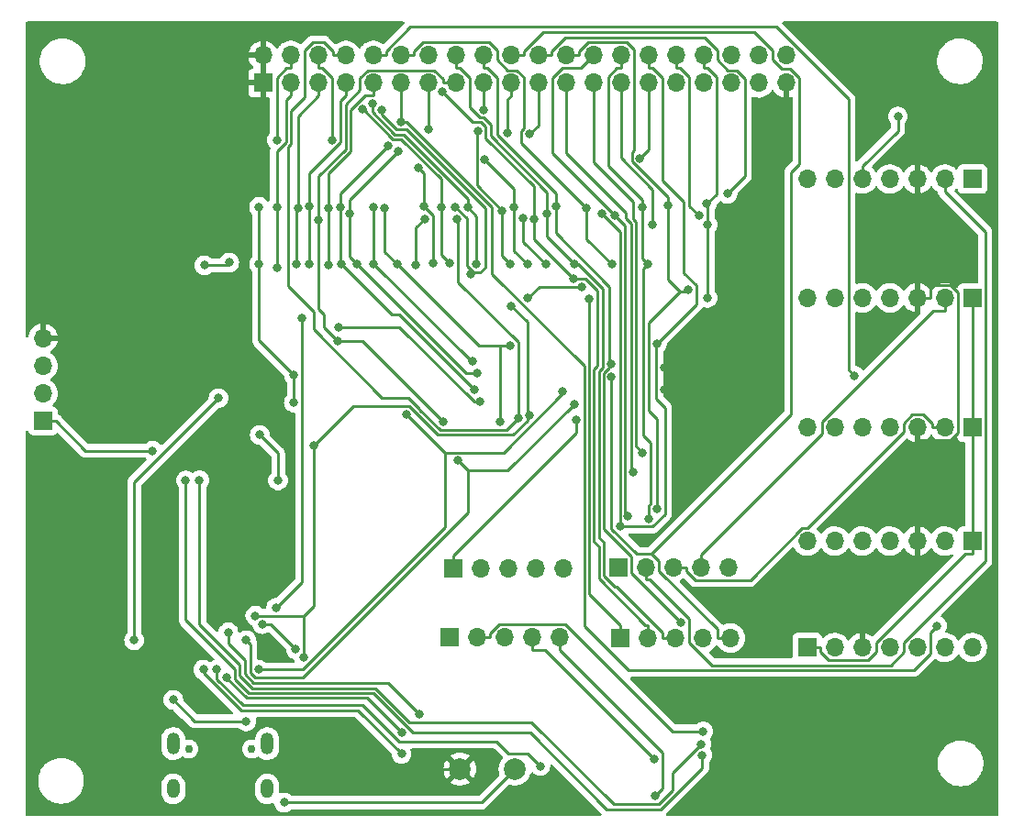
<source format=gbl>
G04 #@! TF.GenerationSoftware,KiCad,Pcbnew,(6.0.5)*
G04 #@! TF.CreationDate,2025-09-09T17:56:06-06:00*
G04 #@! TF.ProjectId,tarjeta_pump_it_up,7461726a-6574-4615-9f70-756d705f6974,rev?*
G04 #@! TF.SameCoordinates,Original*
G04 #@! TF.FileFunction,Copper,L2,Bot*
G04 #@! TF.FilePolarity,Positive*
%FSLAX46Y46*%
G04 Gerber Fmt 4.6, Leading zero omitted, Abs format (unit mm)*
G04 Created by KiCad (PCBNEW (6.0.5)) date 2025-09-09 17:56:06*
%MOMM*%
%LPD*%
G01*
G04 APERTURE LIST*
G04 #@! TA.AperFunction,ComponentPad*
%ADD10R,1.700000X1.700000*%
G04 #@! TD*
G04 #@! TA.AperFunction,ComponentPad*
%ADD11O,1.700000X1.700000*%
G04 #@! TD*
G04 #@! TA.AperFunction,ComponentPad*
%ADD12C,2.000000*%
G04 #@! TD*
G04 #@! TA.AperFunction,ComponentPad*
%ADD13C,0.750000*%
G04 #@! TD*
G04 #@! TA.AperFunction,ComponentPad*
%ADD14O,1.200000X2.000000*%
G04 #@! TD*
G04 #@! TA.AperFunction,ComponentPad*
%ADD15O,1.200000X1.800000*%
G04 #@! TD*
G04 #@! TA.AperFunction,ViaPad*
%ADD16C,0.800000*%
G04 #@! TD*
G04 #@! TA.AperFunction,Conductor*
%ADD17C,0.250000*%
G04 #@! TD*
G04 APERTURE END LIST*
D10*
X173070000Y-84950000D03*
D11*
X170530000Y-84950000D03*
X167990000Y-84950000D03*
X165450000Y-84950000D03*
X162910000Y-84950000D03*
X160370000Y-84950000D03*
X157830000Y-84950000D03*
D10*
X157820000Y-128210000D03*
D11*
X160360000Y-128210000D03*
X162900000Y-128210000D03*
X165440000Y-128210000D03*
X167980000Y-128210000D03*
X170520000Y-128210000D03*
X173060000Y-128210000D03*
D10*
X173070000Y-118380000D03*
D11*
X170530000Y-118380000D03*
X167990000Y-118380000D03*
X165450000Y-118380000D03*
X162910000Y-118380000D03*
X160370000Y-118380000D03*
X157830000Y-118380000D03*
D10*
X87310000Y-107290000D03*
D11*
X87310000Y-104750000D03*
X87310000Y-102210000D03*
X87310000Y-99670000D03*
D10*
X140410000Y-120790000D03*
D11*
X142950000Y-120790000D03*
X145490000Y-120790000D03*
X148030000Y-120790000D03*
X150570000Y-120790000D03*
D10*
X140585000Y-127340000D03*
D11*
X143125000Y-127340000D03*
X145665000Y-127340000D03*
X148205000Y-127340000D03*
X150745000Y-127340000D03*
D12*
X125790000Y-139440000D03*
X130870000Y-139440000D03*
D10*
X124850000Y-127260000D03*
D11*
X127390000Y-127260000D03*
X129930000Y-127260000D03*
X132470000Y-127260000D03*
X135010000Y-127260000D03*
D10*
X173070000Y-95930000D03*
D11*
X170530000Y-95930000D03*
X167990000Y-95930000D03*
X165450000Y-95930000D03*
X162910000Y-95930000D03*
X160370000Y-95930000D03*
X157830000Y-95930000D03*
D10*
X125180000Y-120880000D03*
D11*
X127720000Y-120880000D03*
X130260000Y-120880000D03*
X132800000Y-120880000D03*
X135340000Y-120880000D03*
D10*
X173070000Y-107900000D03*
D11*
X170530000Y-107900000D03*
X167990000Y-107900000D03*
X165450000Y-107900000D03*
X162910000Y-107900000D03*
X160370000Y-107900000D03*
X157830000Y-107900000D03*
D10*
X107625000Y-76075000D03*
D11*
X107625000Y-73535000D03*
X110165000Y-76075000D03*
X110165000Y-73535000D03*
X112705000Y-76075000D03*
X112705000Y-73535000D03*
X115245000Y-76075000D03*
X115245000Y-73535000D03*
X117785000Y-76075000D03*
X117785000Y-73535000D03*
X120325000Y-76075000D03*
X120325000Y-73535000D03*
X122865000Y-76075000D03*
X122865000Y-73535000D03*
X125405000Y-76075000D03*
X125405000Y-73535000D03*
X127945000Y-76075000D03*
X127945000Y-73535000D03*
X130485000Y-76075000D03*
X130485000Y-73535000D03*
X133025000Y-76075000D03*
X133025000Y-73535000D03*
X135565000Y-76075000D03*
X135565000Y-73535000D03*
X138105000Y-76075000D03*
X138105000Y-73535000D03*
X140645000Y-76075000D03*
X140645000Y-73535000D03*
X143185000Y-76075000D03*
X143185000Y-73535000D03*
X145725000Y-76075000D03*
X145725000Y-73535000D03*
X148265000Y-76075000D03*
X148265000Y-73535000D03*
X150805000Y-76075000D03*
X150805000Y-73535000D03*
X153345000Y-76075000D03*
X153345000Y-73535000D03*
X155885000Y-76075000D03*
X155885000Y-73535000D03*
D13*
X106570000Y-137587500D03*
X100770000Y-137587500D03*
D14*
X99340000Y-137087500D03*
X108000000Y-137087500D03*
D15*
X108000000Y-141267500D03*
X99340000Y-141267500D03*
D16*
X101989600Y-89115600D03*
X144623000Y-102383600D03*
X92513900Y-108725100D03*
X144623000Y-104414100D03*
X149753600Y-92862600D03*
X114222900Y-140861600D03*
X169812200Y-126205000D03*
X120325000Y-79648800D03*
X102203100Y-92909500D03*
X122873000Y-80343300D03*
X104493500Y-92658000D03*
X124224000Y-107374900D03*
X114462700Y-99943100D03*
X112747600Y-88700000D03*
X107245800Y-92814300D03*
X107245800Y-87524400D03*
X110455900Y-105595000D03*
X127945000Y-78534400D03*
X110455900Y-103055000D03*
X108876800Y-87585500D03*
X108876700Y-93132200D03*
X110720900Y-92818400D03*
X110828500Y-87593700D03*
X111908800Y-92828600D03*
X111840300Y-87466100D03*
X113671700Y-92844300D03*
X113671700Y-87674400D03*
X130123500Y-80719900D03*
X114870800Y-92818300D03*
X114757100Y-87529200D03*
X119141700Y-81864200D03*
X127104800Y-104395400D03*
X115625100Y-88122400D03*
X127357500Y-102844100D03*
X132188400Y-80820200D03*
X116314500Y-92802100D03*
X120117200Y-82397300D03*
X141759100Y-112038400D03*
X117828100Y-92801700D03*
X117828100Y-87534800D03*
X126953900Y-101812500D03*
X118850100Y-87650700D03*
X129524000Y-107401600D03*
X119990600Y-92801900D03*
X130414000Y-100327500D03*
X142628100Y-110199600D03*
X143576900Y-89141300D03*
X122515200Y-88653300D03*
X121738900Y-92920600D03*
X122436600Y-87460600D03*
X121915100Y-83900300D03*
X123267600Y-92690700D03*
X142368000Y-83050700D03*
X124052700Y-87539600D03*
X116779000Y-78526700D03*
X124840400Y-92701900D03*
X126794900Y-93761100D03*
X118576900Y-78575500D03*
X125360600Y-87538400D03*
X126527900Y-87577000D03*
X117682800Y-78003600D03*
X162195200Y-103124800D03*
X127318400Y-92807900D03*
X131167900Y-107010500D03*
X125466500Y-88690000D03*
X127435900Y-80509000D03*
X130444700Y-92799700D03*
X129694300Y-87859500D03*
X113975100Y-81336300D03*
X132004600Y-92821700D03*
X128084700Y-83168700D03*
X130789500Y-87571500D03*
X108905000Y-81336300D03*
X139771900Y-103204500D03*
X131600400Y-88599400D03*
X133681300Y-92811400D03*
X146139400Y-125884900D03*
X134612700Y-87441500D03*
X139737700Y-101997400D03*
X136381700Y-92819300D03*
X133825900Y-88170800D03*
X132627600Y-88665600D03*
X136263600Y-94137700D03*
X124135000Y-76876100D03*
X137689200Y-96001000D03*
X137461200Y-87603800D03*
X139781100Y-92806100D03*
X143954500Y-100193300D03*
X140613800Y-117015400D03*
X138863300Y-88119300D03*
X142590500Y-87537700D03*
X143115700Y-92820900D03*
X143176900Y-116321400D03*
X141287400Y-116094400D03*
X140094200Y-88274000D03*
X146857000Y-95142000D03*
X144939500Y-87418000D03*
X143960000Y-115368500D03*
X136510300Y-107167600D03*
X150474700Y-86309100D03*
X148573100Y-87242200D03*
X148628500Y-95928000D03*
X148628500Y-89170700D03*
X147824000Y-88346800D03*
X112309200Y-109538200D03*
X130525200Y-96667200D03*
X111365100Y-129103300D03*
X106901900Y-125283000D03*
X132196000Y-106777700D03*
X97410000Y-110033600D03*
X99326300Y-133049600D03*
X106054600Y-135031800D03*
X109553500Y-142540300D03*
X166199900Y-79171300D03*
X95713000Y-127540600D03*
X103501700Y-105183100D03*
X107309800Y-108580000D03*
X109000400Y-112782800D03*
X125575300Y-110929600D03*
X106066600Y-127547600D03*
X136327300Y-105713800D03*
X107183300Y-130252400D03*
X135236500Y-104560900D03*
X120830500Y-106646500D03*
X114620200Y-98610000D03*
X127633300Y-105516700D03*
X111217100Y-97778600D03*
X108835600Y-124535200D03*
X148231600Y-135965000D03*
X143741800Y-138546600D03*
X143805000Y-141930200D03*
X148043700Y-137126500D03*
X101750100Y-112762700D03*
X100480000Y-112783100D03*
X148149200Y-138141700D03*
X136990500Y-94886100D03*
X132039600Y-95961500D03*
X107546000Y-126055800D03*
X110639100Y-128376400D03*
X122024600Y-134357900D03*
X104418900Y-126812000D03*
X104296600Y-131007100D03*
X120404400Y-136074500D03*
X120390900Y-138034600D03*
X102106000Y-130255000D03*
X133204700Y-139157500D03*
X103361000Y-130253400D03*
D17*
X155885000Y-77251900D02*
X155433100Y-77703800D01*
X169166900Y-87303800D02*
X169166900Y-94718800D01*
X92204500Y-99670000D02*
X92204500Y-108415700D01*
X171017600Y-94718800D02*
X171741700Y-95442900D01*
X125790000Y-139440000D02*
X115644500Y-139440000D01*
X167990000Y-118380000D02*
X167990000Y-109081800D01*
X88485400Y-99670000D02*
X88486200Y-99670000D01*
X167990000Y-118968400D02*
X167990000Y-118380000D01*
X101989600Y-89115600D02*
X107625000Y-83480200D01*
X155885000Y-76075000D02*
X155885000Y-77251900D01*
X115644500Y-139440000D02*
X114222900Y-140861600D01*
X88373500Y-99670000D02*
X88485400Y-99670000D01*
X144623000Y-102383600D02*
X144623000Y-104414100D01*
X167990000Y-109081800D02*
X167990000Y-107900000D01*
X162900000Y-124646900D02*
X162900000Y-128210000D01*
X167990000Y-84950000D02*
X167990000Y-86126900D01*
X167990000Y-118968400D02*
X167990000Y-119556900D01*
X171037700Y-109081800D02*
X167990000Y-109081800D01*
X107625000Y-76075000D02*
X107625000Y-77251900D01*
X88486200Y-99670000D02*
X92204500Y-99670000D01*
X149753600Y-97253000D02*
X144623000Y-102383600D01*
X169166900Y-94718800D02*
X171017600Y-94718800D01*
X167990000Y-86126900D02*
X169166900Y-87303800D01*
X149753600Y-92862600D02*
X149753600Y-97253000D01*
X169166900Y-94718800D02*
X169166900Y-95930000D01*
X155433100Y-77703800D02*
X155433100Y-87183100D01*
X107625000Y-83480200D02*
X107625000Y-77251900D01*
X171741700Y-95442900D02*
X171741700Y-108377800D01*
X171741700Y-108377800D02*
X171037700Y-109081800D01*
X87310000Y-99670000D02*
X88373500Y-99670000D01*
X167990000Y-119556900D02*
X162900000Y-124646900D01*
X155433100Y-87183100D02*
X149753600Y-92862600D01*
X167990000Y-95930000D02*
X169166900Y-95930000D01*
X92204500Y-99670000D02*
X101989600Y-89884900D01*
X92204500Y-108415700D02*
X92513900Y-108725100D01*
X101989600Y-89884900D02*
X101989600Y-89115600D01*
X137237300Y-102193800D02*
X137237300Y-126231700D01*
X167633700Y-130295900D02*
X169156900Y-128772700D01*
X169156900Y-126860300D02*
X169812200Y-126205000D01*
X137237300Y-126231700D02*
X141301500Y-130295900D01*
X128733100Y-93689600D02*
X137237300Y-102193800D01*
X169156900Y-128772700D02*
X169156900Y-126860300D01*
X120325000Y-79648800D02*
X120325000Y-77251900D01*
X120325000Y-76075000D02*
X120325000Y-77251900D01*
X120325000Y-79648800D02*
X120840800Y-79648800D01*
X128733100Y-87541100D02*
X128733100Y-93689600D01*
X141301500Y-130295900D02*
X167633700Y-130295900D01*
X120840800Y-79648800D02*
X128733100Y-87541100D01*
X122865000Y-77251900D02*
X122865000Y-80335300D01*
X104242000Y-92909500D02*
X102203100Y-92909500D01*
X104493500Y-92658000D02*
X104242000Y-92909500D01*
X122865000Y-76075000D02*
X122865000Y-77251900D01*
X122865000Y-80335300D02*
X122873000Y-80343300D01*
X116792200Y-99943100D02*
X124224000Y-107374900D01*
X112747600Y-84683200D02*
X112747600Y-88700000D01*
X114462700Y-99943100D02*
X113199500Y-98679900D01*
X114462700Y-99943100D02*
X116792200Y-99943100D01*
X124228100Y-76075000D02*
X124228100Y-75709200D01*
X125405000Y-76075000D02*
X124228100Y-76075000D01*
X113199500Y-97439300D02*
X112747600Y-96987400D01*
X124228100Y-75709200D02*
X123413200Y-74894300D01*
X123413200Y-74894300D02*
X117274000Y-74894300D01*
X113199500Y-98679900D02*
X113199500Y-97439300D01*
X115225700Y-82205100D02*
X112747600Y-84683200D01*
X116515000Y-75653300D02*
X116515000Y-76749200D01*
X116515000Y-76749200D02*
X115225700Y-78038500D01*
X112747600Y-96987400D02*
X112747600Y-88700000D01*
X117274000Y-74894300D02*
X116515000Y-75653300D01*
X115225700Y-78038500D02*
X115225700Y-82205100D01*
X107245800Y-92814300D02*
X107245800Y-87524400D01*
X127945000Y-76075000D02*
X127945000Y-78534400D01*
X107245800Y-99844900D02*
X107245800Y-92814300D01*
X110455900Y-103055000D02*
X110455900Y-105595000D01*
X110455900Y-103055000D02*
X107245800Y-99844900D01*
X108876800Y-87585500D02*
X108876800Y-93132200D01*
X110165000Y-76075000D02*
X110165000Y-77251900D01*
X108876800Y-87585500D02*
X108876800Y-82392500D01*
X108876800Y-82392500D02*
X109746900Y-81522400D01*
X109746900Y-81522400D02*
X109746900Y-77670000D01*
X108876800Y-93132200D02*
X108876700Y-93132200D01*
X109746900Y-77670000D02*
X110165000Y-77251900D01*
X112705000Y-76075000D02*
X112705000Y-77251900D01*
X110720900Y-87701300D02*
X110828500Y-87593700D01*
X112705000Y-77251900D02*
X110828500Y-79128400D01*
X110828500Y-79128400D02*
X110828500Y-87593700D01*
X110720900Y-92818400D02*
X110720900Y-87701300D01*
X111908800Y-87466100D02*
X111908800Y-84430600D01*
X115245000Y-76075000D02*
X115245000Y-77251900D01*
X111908800Y-92828600D02*
X111908800Y-87466100D01*
X114773800Y-77723100D02*
X115245000Y-77251900D01*
X111908800Y-84430600D02*
X114773800Y-81565600D01*
X111908800Y-87466100D02*
X111840300Y-87466100D01*
X114773800Y-81565600D02*
X114773800Y-77723100D01*
X113671700Y-84398200D02*
X113671700Y-87674400D01*
X115677600Y-78579900D02*
X115677600Y-82392300D01*
X117785000Y-76075000D02*
X117785000Y-77251900D01*
X117785000Y-77251900D02*
X117005600Y-77251900D01*
X113671700Y-92844300D02*
X113671700Y-87674400D01*
X117005600Y-77251900D02*
X115677600Y-78579900D01*
X115677600Y-82392300D02*
X113671700Y-84398200D01*
X130123500Y-77613400D02*
X130123500Y-80719900D01*
X114757100Y-87529200D02*
X114757100Y-92704600D01*
X114757100Y-86248800D02*
X119141700Y-81864200D01*
X119490500Y-97438000D02*
X120147400Y-97438000D01*
X114757100Y-87529200D02*
X114757100Y-86248800D01*
X114757100Y-92704600D02*
X114870800Y-92818300D01*
X114870800Y-92818300D02*
X119490500Y-97438000D01*
X130485000Y-77251900D02*
X130123500Y-77613400D01*
X130485000Y-76075000D02*
X130485000Y-77251900D01*
X120147400Y-97438000D02*
X127104800Y-104395400D01*
X116314500Y-92802100D02*
X115625100Y-92112700D01*
X115625100Y-92112700D02*
X115625100Y-88122400D01*
X132188400Y-80820200D02*
X133025000Y-79983600D01*
X126356500Y-102844100D02*
X127357500Y-102844100D01*
X115625100Y-86889400D02*
X120117200Y-82397300D01*
X133025000Y-79983600D02*
X133025000Y-76075000D01*
X115625100Y-88122400D02*
X115625100Y-86889400D01*
X116314500Y-92802100D02*
X126356500Y-102844100D01*
X135565000Y-82521500D02*
X141102500Y-88059000D01*
X126838900Y-101812500D02*
X126953900Y-101812500D01*
X141102500Y-88059000D02*
X141102500Y-88606900D01*
X117828100Y-92801700D02*
X126838900Y-101812500D01*
X141554400Y-89058800D02*
X141554400Y-111833700D01*
X135565000Y-76075000D02*
X135565000Y-82521500D01*
X117828100Y-92801700D02*
X117828100Y-87534800D01*
X141102500Y-88606900D02*
X141554400Y-89058800D01*
X141554400Y-111833700D02*
X141759100Y-112038400D01*
X141779500Y-88644800D02*
X142006300Y-88871600D01*
X138105000Y-83370500D02*
X141779500Y-87045000D01*
X142006300Y-109577800D02*
X142628100Y-110199600D01*
X142006300Y-88871600D02*
X142006300Y-109577800D01*
X138105000Y-76075000D02*
X138105000Y-83370500D01*
X129524000Y-100327500D02*
X129524000Y-107401600D01*
X118850100Y-91661400D02*
X118850100Y-87650700D01*
X127516200Y-100327500D02*
X119990600Y-92801900D01*
X129524000Y-100327500D02*
X127516200Y-100327500D01*
X119990600Y-92801900D02*
X118850100Y-91661400D01*
X141779500Y-87045000D02*
X141779500Y-88644800D01*
X130414000Y-100327500D02*
X129524000Y-100327500D01*
X140645000Y-83000600D02*
X143576900Y-85932500D01*
X121738900Y-89429600D02*
X121738900Y-92920600D01*
X140645000Y-76075000D02*
X140645000Y-77251900D01*
X122515200Y-88653300D02*
X121738900Y-89429600D01*
X143576900Y-85932500D02*
X143576900Y-89141300D01*
X140645000Y-77251900D02*
X140645000Y-83000600D01*
X123267600Y-92690700D02*
X123267600Y-88291600D01*
X122436600Y-84421800D02*
X122436600Y-87460600D01*
X143185000Y-82233700D02*
X143185000Y-76075000D01*
X121915100Y-83900300D02*
X122436600Y-84421800D01*
X142368000Y-83050700D02*
X143185000Y-82233700D01*
X123267600Y-88291600D02*
X122436600Y-87460600D01*
X119585400Y-81279600D02*
X120384500Y-81279600D01*
X124840400Y-92701900D02*
X124052700Y-91914200D01*
X116779000Y-78526700D02*
X116832500Y-78526700D01*
X124052700Y-91914200D02*
X124052700Y-87539600D01*
X120384500Y-81279600D02*
X124052700Y-84947800D01*
X124052700Y-84947800D02*
X124052700Y-87539600D01*
X116832500Y-78526700D02*
X119585400Y-81279600D01*
X128090500Y-87627600D02*
X128090500Y-93117000D01*
X118576900Y-78992900D02*
X119959800Y-80375800D01*
X126995900Y-93560100D02*
X126794900Y-93761100D01*
X118576900Y-78575500D02*
X118576900Y-78992900D01*
X120838700Y-80375800D02*
X128090500Y-87627600D01*
X126995900Y-93560100D02*
X126418400Y-92982600D01*
X126418400Y-92982600D02*
X126418400Y-88596200D01*
X128090500Y-93117000D02*
X127647400Y-93560100D01*
X126418400Y-88596200D02*
X125360600Y-87538400D01*
X127647400Y-93560100D02*
X126995900Y-93560100D01*
X119959800Y-80375800D02*
X120838700Y-80375800D01*
X154959400Y-70913800D02*
X161640000Y-77594400D01*
X126527900Y-86781800D02*
X126527900Y-87577000D01*
X117682800Y-78737900D02*
X119772600Y-80827700D01*
X161640000Y-102569600D02*
X162195200Y-103124800D01*
X126527900Y-87577000D02*
X127318400Y-88367500D01*
X118961900Y-73167200D02*
X121215300Y-70913800D01*
X120573800Y-80827700D02*
X126527900Y-86781800D01*
X119772600Y-80827700D02*
X120573800Y-80827700D01*
X117682800Y-78003600D02*
X117682800Y-78737900D01*
X117785000Y-73535000D02*
X118961900Y-73535000D01*
X127318400Y-88367500D02*
X127318400Y-92807900D01*
X161640000Y-77594400D02*
X161640000Y-102569600D01*
X121215300Y-70913800D02*
X154959400Y-70913800D01*
X118961900Y-73535000D02*
X118961900Y-73167200D01*
X130049900Y-108128500D02*
X123949700Y-108128500D01*
X125632900Y-94483100D02*
X131167900Y-100018100D01*
X109941000Y-94819900D02*
X109941000Y-81967400D01*
X131167900Y-107010500D02*
X130049900Y-108128500D01*
X109941000Y-81967400D02*
X110198900Y-81709500D01*
X110198900Y-81709500D02*
X110198900Y-78639700D01*
X125632900Y-88856400D02*
X125632900Y-94483100D01*
X112297200Y-97176100D02*
X109941000Y-94819900D01*
X114068100Y-73169200D02*
X114068100Y-73535000D01*
X112297200Y-98843600D02*
X112297200Y-97176100D01*
X120981900Y-105130800D02*
X118584400Y-105130800D01*
X113237200Y-72338300D02*
X114068100Y-73169200D01*
X125466500Y-88690000D02*
X125632900Y-88856400D01*
X111435000Y-77403600D02*
X111435000Y-73086600D01*
X123949700Y-108128500D02*
X122058500Y-106237300D01*
X111435000Y-73086600D02*
X112183300Y-72338300D01*
X115245000Y-73535000D02*
X114068100Y-73535000D01*
X110198900Y-78639700D02*
X111435000Y-77403600D01*
X122058500Y-106207400D02*
X120981900Y-105130800D01*
X131167900Y-100018100D02*
X131167900Y-107010500D01*
X122058500Y-106237300D02*
X122058500Y-106207400D01*
X112183300Y-72338300D02*
X113237200Y-72338300D01*
X118584400Y-105130800D02*
X112297200Y-98843600D01*
X113975100Y-75616200D02*
X113975100Y-81336300D01*
X112705000Y-74711900D02*
X113070800Y-74711900D01*
X129694300Y-87859500D02*
X129694300Y-92049300D01*
X129694300Y-87859500D02*
X127357800Y-85523000D01*
X113070800Y-74711900D02*
X113975100Y-75616200D01*
X127357800Y-85523000D02*
X127357800Y-80587100D01*
X127357800Y-80587100D02*
X127435900Y-80509000D01*
X112705000Y-73535000D02*
X112705000Y-74711900D01*
X129694300Y-92049300D02*
X130444700Y-92799700D01*
X110165000Y-74711900D02*
X109799200Y-74711900D01*
X130789500Y-85873500D02*
X128084700Y-83168700D01*
X130789500Y-91606600D02*
X130789500Y-87571500D01*
X130789500Y-87571500D02*
X130789500Y-85873500D01*
X110165000Y-73535000D02*
X110165000Y-74711900D01*
X109799200Y-74711900D02*
X108905000Y-75606100D01*
X132004600Y-92821700D02*
X130789500Y-91606600D01*
X108905000Y-75606100D02*
X108905000Y-81336300D01*
X133439500Y-71391600D02*
X131661900Y-73169200D01*
X144156000Y-120271400D02*
X143451900Y-119567300D01*
X157123100Y-83560800D02*
X157123100Y-75636000D01*
X155445200Y-74787200D02*
X154615000Y-73957000D01*
X156335400Y-84348500D02*
X157123100Y-83560800D01*
X156335400Y-106683800D02*
X156335400Y-84348500D01*
X149568100Y-127340000D02*
X149568100Y-126538800D01*
X150745000Y-127340000D02*
X149568100Y-127340000D01*
X154615000Y-73055800D02*
X152950800Y-71391600D01*
X144156000Y-121126700D02*
X144156000Y-120271400D01*
X139771900Y-117234300D02*
X142104900Y-119567300D01*
X154615000Y-73957000D02*
X154615000Y-73055800D01*
X149568100Y-126538800D02*
X144156000Y-121126700D01*
X143451900Y-119567300D02*
X156335400Y-106683800D01*
X139771900Y-103204500D02*
X139771900Y-117234300D01*
X131600400Y-88599400D02*
X131600400Y-90730500D01*
X131600400Y-90730500D02*
X133681300Y-92811400D01*
X142104900Y-119567300D02*
X143451900Y-119567300D01*
X131661900Y-73169200D02*
X131661900Y-73535000D01*
X156274300Y-74787200D02*
X155445200Y-74787200D01*
X157123100Y-75636000D02*
X156274300Y-74787200D01*
X130485000Y-73535000D02*
X131661900Y-73535000D01*
X152950800Y-71391600D02*
X133439500Y-71391600D01*
X139544300Y-101997400D02*
X139544300Y-102404000D01*
X129215000Y-75616100D02*
X128310800Y-74711900D01*
X127945000Y-73535000D02*
X127945000Y-74711900D01*
X141586900Y-121332400D02*
X146139400Y-125884900D01*
X139544300Y-101997400D02*
X139737700Y-101997400D01*
X139044900Y-102903400D02*
X139044900Y-117233800D01*
X128310800Y-74711900D02*
X127945000Y-74711900D01*
X139544300Y-102404000D02*
X139044900Y-102903400D01*
X141586900Y-119775800D02*
X141586900Y-121332400D01*
X134612700Y-86277900D02*
X129215000Y-80880200D01*
X139044900Y-117233800D02*
X141586900Y-119775800D01*
X134612700Y-89953800D02*
X134612700Y-87441500D01*
X139544300Y-94885400D02*
X134612700Y-89953800D01*
X134612700Y-87441500D02*
X134612700Y-86277900D01*
X139544300Y-101997400D02*
X139544300Y-94885400D01*
X129215000Y-80880200D02*
X129215000Y-75616100D01*
X139043400Y-118503600D02*
X139043400Y-121604000D01*
X127924200Y-79261400D02*
X127617200Y-79261400D01*
X136700300Y-92819300D02*
X138951900Y-95070900D01*
X133825900Y-88170800D02*
X133825900Y-90263500D01*
X125405000Y-73535000D02*
X125405000Y-74711900D01*
X139043400Y-121604000D02*
X140036300Y-122596900D01*
X138951900Y-102357300D02*
X138593000Y-102716200D01*
X145665000Y-127340000D02*
X144488100Y-127340000D01*
X125770800Y-74711900D02*
X125405000Y-74711900D01*
X128614700Y-79951900D02*
X127924200Y-79261400D01*
X138593000Y-118053200D02*
X139043400Y-118503600D01*
X133825900Y-90263500D02*
X136381700Y-92819300D01*
X127617200Y-79261400D02*
X126675000Y-78319200D01*
X126675000Y-78319200D02*
X126675000Y-75616100D01*
X138593000Y-102716200D02*
X138593000Y-118053200D01*
X133825900Y-86159200D02*
X128614700Y-80948000D01*
X126675000Y-75616100D02*
X125770800Y-74711900D01*
X144488100Y-126852300D02*
X144488100Y-127340000D01*
X140232700Y-122596900D02*
X144488100Y-126852300D01*
X140036300Y-122596900D02*
X140232700Y-122596900D01*
X138951900Y-95070900D02*
X138951900Y-102357300D01*
X128614700Y-80948000D02*
X128614700Y-79951900D01*
X136381700Y-92819300D02*
X136700300Y-92819300D01*
X133825900Y-88170800D02*
X133825900Y-86159200D01*
X138500000Y-95258100D02*
X138500000Y-102170100D01*
X132627500Y-85628800D02*
X128162800Y-81164100D01*
X137379600Y-94137700D02*
X138500000Y-95258100D01*
X132627500Y-88665600D02*
X132627500Y-85628800D01*
X132627600Y-90501700D02*
X136263600Y-94137700D01*
X142885400Y-126163100D02*
X143125000Y-126163100D01*
X132627600Y-88665600D02*
X132627600Y-90501700D01*
X138591500Y-121869200D02*
X142885400Y-126163100D01*
X128162800Y-80139100D02*
X127737000Y-79713300D01*
X143125000Y-127340000D02*
X143125000Y-126163100D01*
X138141100Y-102529000D02*
X138141100Y-118465700D01*
X138500000Y-102170100D02*
X138141100Y-102529000D01*
X138591500Y-118916100D02*
X138591500Y-121869200D01*
X132627600Y-88665600D02*
X132627500Y-88665600D01*
X126972200Y-79713300D02*
X124135000Y-76876100D01*
X136263600Y-94137700D02*
X137379600Y-94137700D01*
X138141100Y-118465700D02*
X138591500Y-118916100D01*
X128162800Y-81164100D02*
X128162800Y-80139100D01*
X127737000Y-79713300D02*
X126972200Y-79713300D01*
X130169100Y-74898100D02*
X131021600Y-74898100D01*
X120325000Y-73535000D02*
X121501900Y-73535000D01*
X122370100Y-72301000D02*
X128463200Y-72301000D01*
X140585000Y-127340000D02*
X140585000Y-126163100D01*
X140585000Y-126163100D02*
X137689200Y-123267300D01*
X131021600Y-74898100D02*
X131688900Y-75565400D01*
X137461200Y-87603800D02*
X137461200Y-90486200D01*
X128463200Y-72301000D02*
X129215000Y-73052800D01*
X137689200Y-123267300D02*
X137689200Y-96001000D01*
X131461500Y-81604100D02*
X137461200Y-87603800D01*
X129215000Y-73944000D02*
X130169100Y-74898100D01*
X121501900Y-73535000D02*
X121501900Y-73169200D01*
X121501900Y-73169200D02*
X122370100Y-72301000D01*
X129215000Y-73052800D02*
X129215000Y-73944000D01*
X131461500Y-80519200D02*
X131461500Y-81604100D01*
X131688900Y-75565400D02*
X131688900Y-80291800D01*
X137461200Y-90486200D02*
X139781100Y-92806100D01*
X131688900Y-80291800D02*
X131461500Y-80519200D01*
X147583900Y-94785300D02*
X146430400Y-93631800D01*
X143954500Y-100193300D02*
X147583900Y-96563900D01*
X144455000Y-75616100D02*
X143550800Y-74711900D01*
X144705800Y-115887000D02*
X143544500Y-117048300D01*
X143954500Y-100193300D02*
X143895400Y-100252400D01*
X140543600Y-89799600D02*
X138863300Y-88119300D01*
X143544500Y-117048300D02*
X140646700Y-117048300D01*
X140646700Y-117048300D02*
X140613800Y-117015400D01*
X144705800Y-106086300D02*
X144705800Y-115887000D01*
X143895400Y-100252400D02*
X143895400Y-105275900D01*
X143185000Y-73535000D02*
X143185000Y-74711900D01*
X140613800Y-117015400D02*
X140543600Y-116945200D01*
X146430400Y-87083000D02*
X144455000Y-85107600D01*
X140543600Y-116945200D02*
X140543600Y-89799600D01*
X146430400Y-93631800D02*
X146430400Y-87083000D01*
X147583900Y-96563900D02*
X147583900Y-94785300D01*
X143895400Y-105275900D02*
X144705800Y-106086300D01*
X143550800Y-74711900D02*
X143185000Y-74711900D01*
X144455000Y-85107600D02*
X144455000Y-75616100D01*
X143369000Y-109297300D02*
X143369000Y-114931600D01*
X142590500Y-87537700D02*
X142590500Y-86898700D01*
X140645000Y-73535000D02*
X140645000Y-74711900D01*
X142712300Y-93224300D02*
X142712300Y-108640600D01*
X139454400Y-83762600D02*
X139454400Y-75536700D01*
X139454400Y-75536700D02*
X140279200Y-74711900D01*
X140279200Y-74711900D02*
X140645000Y-74711900D01*
X143369000Y-114931600D02*
X143176900Y-115123700D01*
X142590500Y-87537700D02*
X142590500Y-92295700D01*
X142590500Y-86898700D02*
X139454400Y-83762600D01*
X143115700Y-92820900D02*
X142712300Y-93224300D01*
X142712300Y-108640600D02*
X143369000Y-109297300D01*
X143176900Y-115123700D02*
X143176900Y-116321400D01*
X142590500Y-92295700D02*
X143115700Y-92820900D01*
X136919200Y-74720800D02*
X135218300Y-74720800D01*
X135218300Y-74720800D02*
X134352900Y-75586200D01*
X141032000Y-115839000D02*
X141287400Y-116094400D01*
X138105000Y-73535000D02*
X136919200Y-74720800D01*
X134352900Y-75586200D02*
X134352900Y-82532700D01*
X141032000Y-89211800D02*
X141032000Y-115839000D01*
X140094200Y-88274000D02*
X141032000Y-89211800D01*
X134352900Y-82532700D02*
X140094200Y-88274000D01*
X136741900Y-73535000D02*
X136741900Y-73169200D01*
X144939500Y-94207800D02*
X144939500Y-87418000D01*
X143960000Y-107114100D02*
X143960000Y-115368500D01*
X146067800Y-95336100D02*
X144939500Y-94207800D01*
X146662900Y-95336100D02*
X146857000Y-95142000D01*
X137572600Y-72338500D02*
X141167500Y-72338500D01*
X144939500Y-86653000D02*
X144939500Y-87418000D01*
X141167500Y-72338500D02*
X141845100Y-73016100D01*
X135565000Y-73535000D02*
X136741900Y-73535000D01*
X143204100Y-98199800D02*
X143204100Y-106358200D01*
X141640100Y-82505600D02*
X141640100Y-83353600D01*
X143204100Y-106358200D02*
X143960000Y-107114100D01*
X136741900Y-73169200D02*
X137572600Y-72338500D01*
X146067800Y-95336100D02*
X146662900Y-95336100D01*
X141845100Y-82300600D02*
X141640100Y-82505600D01*
X141640100Y-83353600D02*
X144939500Y-86653000D01*
X146067800Y-95336100D02*
X143204100Y-98199800D01*
X141845100Y-73016100D02*
X141845100Y-82300600D01*
X148347200Y-71865000D02*
X149535000Y-73052800D01*
X134201900Y-73169200D02*
X135506100Y-71865000D01*
X152073500Y-84710300D02*
X150474700Y-86309100D01*
X152073500Y-75670800D02*
X152073500Y-84710300D01*
X135506100Y-71865000D02*
X148347200Y-71865000D01*
X149535000Y-73944000D02*
X150489100Y-74898100D01*
X151300800Y-74898100D02*
X152073500Y-75670800D01*
X125180000Y-120880000D02*
X125180000Y-119703100D01*
X149535000Y-73052800D02*
X149535000Y-73944000D01*
X133025000Y-73535000D02*
X134201900Y-73535000D01*
X136510300Y-107167600D02*
X136510300Y-108372800D01*
X136510300Y-108372800D02*
X125180000Y-119703100D01*
X150489100Y-74898100D02*
X151300800Y-74898100D01*
X134201900Y-73535000D02*
X134201900Y-73169200D01*
X148265000Y-73535000D02*
X148265000Y-74711900D01*
X148632800Y-74711900D02*
X149455600Y-75534700D01*
X149455600Y-86359700D02*
X148573100Y-87242200D01*
X148628500Y-89170700D02*
X148628500Y-95928000D01*
X149455600Y-75534700D02*
X149455600Y-86359700D01*
X148628500Y-87297600D02*
X148628500Y-89170700D01*
X148265000Y-74711900D02*
X148632800Y-74711900D01*
X148573100Y-87242200D02*
X148628500Y-87297600D01*
X146901900Y-87424700D02*
X147824000Y-88346800D01*
X146901900Y-75520900D02*
X146901900Y-87424700D01*
X145725000Y-73535000D02*
X145725000Y-74711900D01*
X146092900Y-74711900D02*
X146901900Y-75520900D01*
X145725000Y-74711900D02*
X146092900Y-74711900D01*
X132007200Y-106777700D02*
X132196000Y-106777700D01*
X121606600Y-106424500D02*
X123762500Y-108580400D01*
X106912500Y-125293600D02*
X106901900Y-125283000D01*
X112309200Y-109538200D02*
X112309200Y-124350700D01*
X121606600Y-106394600D02*
X121606600Y-106424500D01*
X121123500Y-105911500D02*
X121606600Y-106394600D01*
X132007200Y-107284900D02*
X132007200Y-106777700D01*
X123762500Y-108580400D02*
X130711700Y-108580400D01*
X112309200Y-109538200D02*
X115935900Y-105911500D01*
X112309200Y-124350700D02*
X111366300Y-125293600D01*
X111366300Y-129102100D02*
X111365100Y-129103300D01*
X111366300Y-125293600D02*
X106912500Y-125293600D01*
X132007200Y-98149200D02*
X130525200Y-96667200D01*
X111366300Y-125293600D02*
X111366300Y-129102100D01*
X132007200Y-106777700D02*
X132007200Y-98149200D01*
X115935900Y-105911500D02*
X121123500Y-105911500D01*
X130711700Y-108580400D02*
X132007200Y-107284900D01*
X88486900Y-107290000D02*
X91230500Y-110033600D01*
X91230500Y-110033600D02*
X97410000Y-110033600D01*
X87310000Y-107290000D02*
X88486900Y-107290000D01*
X101308500Y-135031800D02*
X99326300Y-133049600D01*
X106054600Y-135031800D02*
X101308500Y-135031800D01*
X173070000Y-119556900D02*
X172408000Y-119556900D01*
X173070000Y-107900000D02*
X173070000Y-95930000D01*
X163408100Y-129386900D02*
X159805900Y-129386900D01*
X173070000Y-118380000D02*
X173070000Y-119556900D01*
X159805900Y-129386900D02*
X158996900Y-128577900D01*
X130870000Y-139440000D02*
X127769700Y-142540300D01*
X164170000Y-128625000D02*
X163408100Y-129386900D01*
X127769700Y-142540300D02*
X109553500Y-142540300D01*
X172408000Y-119556900D02*
X164170000Y-127794900D01*
X157820000Y-128210000D02*
X158996900Y-128210000D01*
X158996900Y-128577900D02*
X158996900Y-128210000D01*
X164170000Y-127794900D02*
X164170000Y-128625000D01*
X173070000Y-118380000D02*
X173070000Y-107900000D01*
X169439300Y-97106900D02*
X170530000Y-97106900D01*
X148030000Y-120790000D02*
X148030000Y-119613100D01*
X148030000Y-119613100D02*
X159193100Y-108450000D01*
X159193100Y-107353100D02*
X169439300Y-97106900D01*
X170530000Y-95930000D02*
X170530000Y-97106900D01*
X159193100Y-108450000D02*
X159193100Y-107353100D01*
X174246900Y-89843800D02*
X170530000Y-86126900D01*
X143317800Y-121966900D02*
X146935000Y-125584100D01*
X166762000Y-127743000D02*
X174246900Y-120258100D01*
X149044400Y-129844000D02*
X165551400Y-129844000D01*
X146935000Y-127734600D02*
X149044400Y-129844000D01*
X170530000Y-84950000D02*
X170530000Y-86126900D01*
X142950000Y-121966900D02*
X143317800Y-121966900D01*
X146935000Y-125584100D02*
X146935000Y-127734600D01*
X142950000Y-120790000D02*
X142950000Y-121966900D01*
X165551400Y-129844000D02*
X166762000Y-128633400D01*
X174246900Y-120258100D02*
X174246900Y-89843800D01*
X166762000Y-128633400D02*
X166762000Y-127743000D01*
X162910000Y-84950000D02*
X162910000Y-83773100D01*
X166199900Y-79171300D02*
X166199900Y-80483200D01*
X166199900Y-80483200D02*
X162910000Y-83773100D01*
X170530000Y-107900000D02*
X169353100Y-107900000D01*
X167519600Y-106703700D02*
X166720000Y-107503300D01*
X166720000Y-107503300D02*
X166720000Y-108295600D01*
X166720000Y-108295600D02*
X157812500Y-117203100D01*
X145490000Y-120790000D02*
X146666900Y-120790000D01*
X147484000Y-121972900D02*
X146666900Y-121155800D01*
X157342500Y-117203100D02*
X152572700Y-121972900D01*
X146666900Y-121155800D02*
X146666900Y-120790000D01*
X168524600Y-106703700D02*
X167519600Y-106703700D01*
X152572700Y-121972900D02*
X147484000Y-121972900D01*
X169353100Y-107900000D02*
X169353100Y-107532200D01*
X157812500Y-117203100D02*
X157342500Y-117203100D01*
X169353100Y-107532200D02*
X168524600Y-106703700D01*
X95713000Y-112971800D02*
X95713000Y-127540600D01*
X103501700Y-105183100D02*
X95713000Y-112971800D01*
X109000400Y-112782800D02*
X109000400Y-110270600D01*
X109000400Y-110270600D02*
X107309800Y-108580000D01*
X130187100Y-111854000D02*
X126499700Y-111854000D01*
X126499700Y-115744500D02*
X111258400Y-130985800D01*
X106446400Y-127927400D02*
X106066600Y-127547600D01*
X126499700Y-111854000D02*
X126499700Y-115744500D01*
X106888500Y-130985800D02*
X106446400Y-130543700D01*
X111258400Y-130985800D02*
X106888500Y-130985800D01*
X125575300Y-110929600D02*
X126499700Y-111854000D01*
X106446400Y-130543700D02*
X106446400Y-127927400D01*
X136327300Y-105713800D02*
X130187100Y-111854000D01*
X111271500Y-130252400D02*
X124408800Y-117115100D01*
X135236500Y-104560900D02*
X135236500Y-104768600D01*
X135236500Y-104768600D02*
X129802400Y-110202700D01*
X124408800Y-110224800D02*
X120830500Y-106646500D01*
X124408800Y-117115100D02*
X124408800Y-110224800D01*
X107183300Y-130252400D02*
X111271500Y-130252400D01*
X129802400Y-110202700D02*
X124430900Y-110202700D01*
X124430900Y-110202700D02*
X124408800Y-110224800D01*
X120208500Y-98610000D02*
X114620200Y-98610000D01*
X127115200Y-105516700D02*
X120208500Y-98610000D01*
X127633300Y-105516700D02*
X127115200Y-105516700D01*
X111217100Y-122153700D02*
X111217100Y-97778600D01*
X108835600Y-124535200D02*
X111217100Y-122153700D01*
X129416600Y-126042500D02*
X135506900Y-126042500D01*
X145429400Y-135965000D02*
X148231600Y-135965000D01*
X135506900Y-126042500D02*
X145429400Y-135965000D01*
X128566900Y-126892200D02*
X129416600Y-126042500D01*
X128566900Y-127260000D02*
X128566900Y-126892200D01*
X127390000Y-127260000D02*
X128566900Y-127260000D01*
X133632100Y-128436900D02*
X143741800Y-138546600D01*
X132470000Y-127260000D02*
X132470000Y-128436900D01*
X132470000Y-128436900D02*
X133632100Y-128436900D01*
X144468800Y-137895700D02*
X144468800Y-141266400D01*
X135010000Y-127260000D02*
X135010000Y-128436900D01*
X135010000Y-128436900D02*
X144468800Y-137895700D01*
X144468800Y-141266400D02*
X143805000Y-141930200D01*
X145372300Y-141420100D02*
X144121000Y-142671400D01*
X117977100Y-131977600D02*
X106599900Y-131977600D01*
X105476900Y-130854600D02*
X105476900Y-129773900D01*
X148043700Y-137126500D02*
X145372300Y-139797900D01*
X105476900Y-129773900D02*
X101750100Y-126047100D01*
X144121000Y-142671400D02*
X139974900Y-142671400D01*
X139974900Y-142671400D02*
X132396800Y-135093300D01*
X101750100Y-126047100D02*
X101750100Y-112762700D01*
X145372300Y-139797900D02*
X145372300Y-141420100D01*
X132396800Y-135093300D02*
X121092800Y-135093300D01*
X121092800Y-135093300D02*
X117977100Y-131977600D01*
X106599900Y-131977600D02*
X105476900Y-130854600D01*
X148149200Y-138141700D02*
X148149200Y-139334600D01*
X100480000Y-125680700D02*
X100480000Y-112783100D01*
X105023500Y-131145400D02*
X105023500Y-130224200D01*
X148149200Y-139334600D02*
X144333100Y-143150700D01*
X105023500Y-130224200D02*
X100480000Y-125680700D01*
X106307600Y-132429500D02*
X105023500Y-131145400D01*
X144333100Y-143150700D02*
X139329700Y-143150700D01*
X121439600Y-136081500D02*
X117787600Y-132429500D01*
X139329700Y-143150700D02*
X132260500Y-136081500D01*
X117787600Y-132429500D02*
X106307600Y-132429500D01*
X132260500Y-136081500D02*
X121439600Y-136081500D01*
X133115000Y-94886100D02*
X132039600Y-95961500D01*
X136990500Y-94886100D02*
X133115000Y-94886100D01*
X108318500Y-126055800D02*
X110639100Y-128376400D01*
X107546000Y-126055800D02*
X108318500Y-126055800D01*
X104418900Y-126812000D02*
X104418900Y-127827000D01*
X104418900Y-127827000D02*
X105933100Y-129341200D01*
X119139700Y-131473000D02*
X122024600Y-134357900D01*
X105933100Y-130669500D02*
X106736600Y-131473000D01*
X106736600Y-131473000D02*
X119139700Y-131473000D01*
X105933100Y-129341200D02*
X105933100Y-130669500D01*
X104296600Y-131086000D02*
X104296600Y-131007100D01*
X106092000Y-132881400D02*
X104296600Y-131086000D01*
X117211300Y-132881400D02*
X106092000Y-132881400D01*
X120404400Y-136074500D02*
X117211300Y-132881400D01*
X102106000Y-130255000D02*
X102106000Y-130544300D01*
X102106000Y-130544300D02*
X105592100Y-134030400D01*
X105592100Y-134030400D02*
X116386700Y-134030400D01*
X116386700Y-134030400D02*
X120390900Y-138034600D01*
X105791100Y-133560000D02*
X116818300Y-133560000D01*
X103361000Y-131129900D02*
X105791100Y-133560000D01*
X120141600Y-136883300D02*
X129171600Y-136883300D01*
X129171600Y-136883300D02*
X130282900Y-137994600D01*
X116818300Y-133560000D02*
X120141600Y-136883300D01*
X130282900Y-137994600D02*
X132041800Y-137994600D01*
X103361000Y-130253400D02*
X103361000Y-131129900D01*
X132041800Y-137994600D02*
X133204700Y-139157500D01*
G04 #@! TA.AperFunction,Conductor*
G36*
X175393621Y-70418502D02*
G01*
X175440114Y-70472158D01*
X175451500Y-70524500D01*
X175451500Y-143625500D01*
X175431498Y-143693621D01*
X175377842Y-143740114D01*
X175325500Y-143751500D01*
X144932394Y-143751500D01*
X144864273Y-143731498D01*
X144817780Y-143677842D01*
X144807676Y-143607568D01*
X144837170Y-143542988D01*
X144843299Y-143536405D01*
X148541447Y-139838257D01*
X148549737Y-139830713D01*
X148556218Y-139826600D01*
X148576935Y-139804539D01*
X148602858Y-139776933D01*
X148605613Y-139774091D01*
X148625334Y-139754370D01*
X148627812Y-139751175D01*
X148635518Y-139742153D01*
X148660358Y-139715701D01*
X148665786Y-139709921D01*
X148671932Y-139698742D01*
X148675546Y-139692168D01*
X148686399Y-139675645D01*
X148693953Y-139665906D01*
X148698813Y-139659641D01*
X148716376Y-139619057D01*
X148721583Y-139608427D01*
X148742895Y-139569660D01*
X148744866Y-139561983D01*
X148744868Y-139561978D01*
X148747932Y-139550042D01*
X148754338Y-139531330D01*
X148759234Y-139520017D01*
X148762381Y-139512745D01*
X148769297Y-139469081D01*
X148771704Y-139457460D01*
X148780728Y-139422311D01*
X148780728Y-139422310D01*
X148782700Y-139414630D01*
X148782700Y-139394369D01*
X148784251Y-139374658D01*
X148786179Y-139362485D01*
X148787419Y-139354657D01*
X148783259Y-139310646D01*
X148782700Y-139298789D01*
X148782700Y-139042703D01*
X169870743Y-139042703D01*
X169871302Y-139046947D01*
X169871302Y-139046951D01*
X169875073Y-139075592D01*
X169908268Y-139327734D01*
X169909401Y-139331874D01*
X169909401Y-139331876D01*
X169910999Y-139337718D01*
X169984129Y-139605036D01*
X169985813Y-139608984D01*
X170084457Y-139840249D01*
X170096923Y-139869476D01*
X170148124Y-139955027D01*
X170223275Y-140080594D01*
X170244561Y-140116161D01*
X170424313Y-140340528D01*
X170488065Y-140401026D01*
X170602867Y-140509969D01*
X170632851Y-140538423D01*
X170866317Y-140706186D01*
X170870112Y-140708195D01*
X170870113Y-140708196D01*
X170891869Y-140719715D01*
X171120392Y-140840712D01*
X171144699Y-140849607D01*
X171377836Y-140934923D01*
X171390373Y-140939511D01*
X171671264Y-141000755D01*
X171699841Y-141003004D01*
X171894282Y-141018307D01*
X171894291Y-141018307D01*
X171896739Y-141018500D01*
X172052271Y-141018500D01*
X172054407Y-141018354D01*
X172054418Y-141018354D01*
X172262548Y-141004165D01*
X172262554Y-141004164D01*
X172266825Y-141003873D01*
X172271020Y-141003004D01*
X172271022Y-141003004D01*
X172407584Y-140974723D01*
X172548342Y-140945574D01*
X172819343Y-140849607D01*
X173074812Y-140717750D01*
X173078313Y-140715289D01*
X173078317Y-140715287D01*
X173192418Y-140635095D01*
X173310023Y-140552441D01*
X173388403Y-140479606D01*
X173517479Y-140359661D01*
X173517481Y-140359658D01*
X173520622Y-140356740D01*
X173702713Y-140134268D01*
X173852927Y-139889142D01*
X173862879Y-139866472D01*
X173966757Y-139629830D01*
X173968483Y-139625898D01*
X173995422Y-139531330D01*
X174022842Y-139435070D01*
X174047244Y-139349406D01*
X174083762Y-139092814D01*
X174087146Y-139069036D01*
X174087146Y-139069034D01*
X174087751Y-139064784D01*
X174087845Y-139046951D01*
X174089235Y-138781583D01*
X174089235Y-138781576D01*
X174089257Y-138777297D01*
X174086969Y-138759913D01*
X174064770Y-138591299D01*
X174051732Y-138492266D01*
X174049979Y-138485856D01*
X174008411Y-138333912D01*
X173975871Y-138214964D01*
X173959955Y-138177650D01*
X173864763Y-137954476D01*
X173864761Y-137954472D01*
X173863077Y-137950524D01*
X173758841Y-137776358D01*
X173717643Y-137707521D01*
X173717640Y-137707517D01*
X173715439Y-137703839D01*
X173535687Y-137479472D01*
X173370490Y-137322706D01*
X173330258Y-137284527D01*
X173330255Y-137284525D01*
X173327149Y-137281577D01*
X173133501Y-137142426D01*
X173097172Y-137116321D01*
X173097171Y-137116320D01*
X173093683Y-137113814D01*
X173071843Y-137102250D01*
X173012914Y-137071049D01*
X172839608Y-136979288D01*
X172569627Y-136880489D01*
X172288736Y-136819245D01*
X172257685Y-136816801D01*
X172065718Y-136801693D01*
X172065709Y-136801693D01*
X172063261Y-136801500D01*
X171907729Y-136801500D01*
X171905593Y-136801646D01*
X171905582Y-136801646D01*
X171697452Y-136815835D01*
X171697446Y-136815836D01*
X171693175Y-136816127D01*
X171688980Y-136816996D01*
X171688978Y-136816996D01*
X171552417Y-136845276D01*
X171411658Y-136874426D01*
X171140657Y-136970393D01*
X171136848Y-136972359D01*
X170966227Y-137060423D01*
X170885188Y-137102250D01*
X170881687Y-137104711D01*
X170881683Y-137104713D01*
X170828023Y-137142426D01*
X170649977Y-137267559D01*
X170634892Y-137281577D01*
X170462431Y-137441838D01*
X170439378Y-137463260D01*
X170257287Y-137685732D01*
X170107073Y-137930858D01*
X170105347Y-137934791D01*
X170105346Y-137934792D01*
X170028580Y-138109669D01*
X169991517Y-138194102D01*
X169990342Y-138198229D01*
X169990341Y-138198230D01*
X169980659Y-138232220D01*
X169912756Y-138470594D01*
X169894503Y-138598852D01*
X169878644Y-138710285D01*
X169872249Y-138755216D01*
X169872227Y-138759505D01*
X169872226Y-138759512D01*
X169870785Y-139034609D01*
X169870743Y-139042703D01*
X148782700Y-139042703D01*
X148782700Y-138844224D01*
X148802702Y-138776103D01*
X148815058Y-138759921D01*
X148888240Y-138678644D01*
X148983727Y-138513256D01*
X149042742Y-138331628D01*
X149046221Y-138298532D01*
X149062014Y-138148265D01*
X149062704Y-138141700D01*
X149059337Y-138109669D01*
X149043432Y-137958335D01*
X149043432Y-137958333D01*
X149042742Y-137951772D01*
X148983727Y-137770144D01*
X148945437Y-137703823D01*
X148888240Y-137604756D01*
X148890546Y-137603425D01*
X148870682Y-137547698D01*
X148879680Y-137498528D01*
X148878227Y-137498056D01*
X148901176Y-137427426D01*
X148937242Y-137316428D01*
X148941911Y-137272011D01*
X148956514Y-137133065D01*
X148957204Y-137126500D01*
X148937242Y-136936572D01*
X148878227Y-136754944D01*
X148871103Y-136742605D01*
X148854365Y-136673610D01*
X148877585Y-136606518D01*
X148886575Y-136595308D01*
X148970640Y-136501944D01*
X149066127Y-136336556D01*
X149125142Y-136154928D01*
X149145104Y-135965000D01*
X149132445Y-135844554D01*
X149125832Y-135781635D01*
X149125832Y-135781633D01*
X149125142Y-135775072D01*
X149066127Y-135593444D01*
X149059182Y-135581414D01*
X149003772Y-135485443D01*
X148970640Y-135428056D01*
X148842853Y-135286134D01*
X148688352Y-135173882D01*
X148682324Y-135171198D01*
X148682322Y-135171197D01*
X148519919Y-135098891D01*
X148519918Y-135098891D01*
X148513888Y-135096206D01*
X148420487Y-135076353D01*
X148333544Y-135057872D01*
X148333539Y-135057872D01*
X148327087Y-135056500D01*
X148136113Y-135056500D01*
X148129661Y-135057872D01*
X148129656Y-135057872D01*
X148042713Y-135076353D01*
X147949312Y-135096206D01*
X147943282Y-135098891D01*
X147943281Y-135098891D01*
X147780878Y-135171197D01*
X147780876Y-135171198D01*
X147774848Y-135173882D01*
X147620347Y-135286134D01*
X147615932Y-135291037D01*
X147611020Y-135295460D01*
X147609895Y-135294211D01*
X147556586Y-135327051D01*
X147523400Y-135331500D01*
X145743994Y-135331500D01*
X145675873Y-135311498D01*
X145654899Y-135294595D01*
X141504799Y-131144495D01*
X141470773Y-131082183D01*
X141475838Y-131011368D01*
X141518385Y-130954532D01*
X141584905Y-130929721D01*
X141593894Y-130929400D01*
X167554933Y-130929400D01*
X167566116Y-130929927D01*
X167573609Y-130931602D01*
X167581535Y-130931353D01*
X167581536Y-130931353D01*
X167641686Y-130929462D01*
X167645645Y-130929400D01*
X167673556Y-130929400D01*
X167677491Y-130928903D01*
X167677556Y-130928895D01*
X167689393Y-130927962D01*
X167721651Y-130926948D01*
X167725670Y-130926822D01*
X167733589Y-130926573D01*
X167753043Y-130920921D01*
X167772400Y-130916913D01*
X167784630Y-130915368D01*
X167784631Y-130915368D01*
X167792497Y-130914374D01*
X167799868Y-130911455D01*
X167799870Y-130911455D01*
X167833612Y-130898096D01*
X167844842Y-130894251D01*
X167879683Y-130884129D01*
X167879684Y-130884129D01*
X167887293Y-130881918D01*
X167894112Y-130877885D01*
X167894117Y-130877883D01*
X167904728Y-130871607D01*
X167922476Y-130862912D01*
X167941317Y-130855452D01*
X167977087Y-130829464D01*
X167987007Y-130822948D01*
X168018235Y-130804480D01*
X168018238Y-130804478D01*
X168025062Y-130800442D01*
X168039383Y-130786121D01*
X168054417Y-130773280D01*
X168064394Y-130766031D01*
X168070807Y-130761372D01*
X168098998Y-130727295D01*
X168106988Y-130718516D01*
X169526189Y-129299316D01*
X169588501Y-129265290D01*
X169659317Y-129270355D01*
X169695768Y-129291466D01*
X169708393Y-129301947D01*
X169738126Y-129326632D01*
X169931000Y-129439338D01*
X169935825Y-129441180D01*
X169935826Y-129441181D01*
X169981434Y-129458597D01*
X170139692Y-129519030D01*
X170144760Y-129520061D01*
X170144763Y-129520062D01*
X170209978Y-129533330D01*
X170358597Y-129563567D01*
X170363772Y-129563757D01*
X170363774Y-129563757D01*
X170576673Y-129571564D01*
X170576677Y-129571564D01*
X170581837Y-129571753D01*
X170586957Y-129571097D01*
X170586959Y-129571097D01*
X170798288Y-129544025D01*
X170798289Y-129544025D01*
X170803416Y-129543368D01*
X170810949Y-129541108D01*
X171012429Y-129480661D01*
X171012434Y-129480659D01*
X171017384Y-129479174D01*
X171217994Y-129380896D01*
X171399860Y-129251173D01*
X171408555Y-129242509D01*
X171543400Y-129108134D01*
X171558096Y-129093489D01*
X171571975Y-129074175D01*
X171688453Y-128912077D01*
X171689776Y-128913028D01*
X171736645Y-128869857D01*
X171806580Y-128857625D01*
X171872026Y-128885144D01*
X171899875Y-128916994D01*
X171959987Y-129015088D01*
X172106250Y-129183938D01*
X172278126Y-129326632D01*
X172471000Y-129439338D01*
X172475825Y-129441180D01*
X172475826Y-129441181D01*
X172521434Y-129458597D01*
X172679692Y-129519030D01*
X172684760Y-129520061D01*
X172684763Y-129520062D01*
X172749978Y-129533330D01*
X172898597Y-129563567D01*
X172903772Y-129563757D01*
X172903774Y-129563757D01*
X173116673Y-129571564D01*
X173116677Y-129571564D01*
X173121837Y-129571753D01*
X173126957Y-129571097D01*
X173126959Y-129571097D01*
X173338288Y-129544025D01*
X173338289Y-129544025D01*
X173343416Y-129543368D01*
X173350949Y-129541108D01*
X173552429Y-129480661D01*
X173552434Y-129480659D01*
X173557384Y-129479174D01*
X173757994Y-129380896D01*
X173939860Y-129251173D01*
X173948555Y-129242509D01*
X174083400Y-129108134D01*
X174098096Y-129093489D01*
X174111975Y-129074175D01*
X174225435Y-128916277D01*
X174228453Y-128912077D01*
X174247269Y-128874007D01*
X174325136Y-128716453D01*
X174325137Y-128716451D01*
X174327430Y-128711811D01*
X174373625Y-128559765D01*
X174390865Y-128503023D01*
X174390865Y-128503021D01*
X174392370Y-128498069D01*
X174421529Y-128276590D01*
X174421646Y-128271815D01*
X174423074Y-128213365D01*
X174423074Y-128213361D01*
X174423156Y-128210000D01*
X174404852Y-127987361D01*
X174350431Y-127770702D01*
X174261354Y-127565840D01*
X174183837Y-127446017D01*
X174142822Y-127382617D01*
X174142820Y-127382614D01*
X174140014Y-127378277D01*
X173989670Y-127213051D01*
X173985619Y-127209852D01*
X173985615Y-127209848D01*
X173818414Y-127077800D01*
X173818410Y-127077798D01*
X173814359Y-127074598D01*
X173778028Y-127054542D01*
X173762136Y-127045769D01*
X173618789Y-126966638D01*
X173613920Y-126964914D01*
X173613916Y-126964912D01*
X173413087Y-126893795D01*
X173413083Y-126893794D01*
X173408212Y-126892069D01*
X173403119Y-126891162D01*
X173403116Y-126891161D01*
X173193373Y-126853800D01*
X173193367Y-126853799D01*
X173188284Y-126852894D01*
X173114452Y-126851992D01*
X172970081Y-126850228D01*
X172970079Y-126850228D01*
X172964911Y-126850165D01*
X172744091Y-126883955D01*
X172531756Y-126953357D01*
X172458757Y-126991358D01*
X172424149Y-127009374D01*
X172333607Y-127056507D01*
X172329474Y-127059610D01*
X172329471Y-127059612D01*
X172159100Y-127187530D01*
X172154965Y-127190635D01*
X172151393Y-127194373D01*
X172015434Y-127336646D01*
X172000629Y-127352138D01*
X171893201Y-127509621D01*
X171838293Y-127554621D01*
X171767768Y-127562792D01*
X171704021Y-127531538D01*
X171683324Y-127507054D01*
X171602822Y-127382617D01*
X171602820Y-127382614D01*
X171600014Y-127378277D01*
X171449670Y-127213051D01*
X171445619Y-127209852D01*
X171445615Y-127209848D01*
X171278414Y-127077800D01*
X171278410Y-127077798D01*
X171274359Y-127074598D01*
X171238028Y-127054542D01*
X171222136Y-127045769D01*
X171078789Y-126966638D01*
X171073920Y-126964914D01*
X171073916Y-126964912D01*
X170873087Y-126893795D01*
X170873083Y-126893794D01*
X170868212Y-126892069D01*
X170863122Y-126891162D01*
X170863117Y-126891161D01*
X170764780Y-126873645D01*
X170679034Y-126858371D01*
X170615478Y-126826734D01*
X170579115Y-126765757D01*
X170581491Y-126694800D01*
X170592012Y-126671325D01*
X170643423Y-126582279D01*
X170643424Y-126582278D01*
X170646727Y-126576556D01*
X170705742Y-126394928D01*
X170709725Y-126357037D01*
X170725014Y-126211565D01*
X170725704Y-126205000D01*
X170723509Y-126184118D01*
X170706432Y-126021635D01*
X170706432Y-126021633D01*
X170705742Y-126015072D01*
X170646727Y-125833444D01*
X170641767Y-125824852D01*
X170588450Y-125732505D01*
X170551240Y-125668056D01*
X170503087Y-125614576D01*
X170427875Y-125531045D01*
X170427874Y-125531044D01*
X170423453Y-125526134D01*
X170281547Y-125423033D01*
X170274294Y-125417763D01*
X170274293Y-125417762D01*
X170268952Y-125413882D01*
X170241357Y-125401596D01*
X170187261Y-125355617D01*
X170166611Y-125287691D01*
X170185962Y-125219382D01*
X170203510Y-125197394D01*
X172359105Y-123041800D01*
X174639153Y-120761752D01*
X174647439Y-120754212D01*
X174653918Y-120750100D01*
X174700544Y-120700448D01*
X174703298Y-120697607D01*
X174723035Y-120677870D01*
X174725515Y-120674673D01*
X174733220Y-120665651D01*
X174758059Y-120639200D01*
X174763486Y-120633421D01*
X174767305Y-120626475D01*
X174767307Y-120626472D01*
X174773248Y-120615666D01*
X174784099Y-120599147D01*
X174791658Y-120589401D01*
X174796514Y-120583141D01*
X174799659Y-120575872D01*
X174799662Y-120575868D01*
X174814074Y-120542563D01*
X174819291Y-120531913D01*
X174840595Y-120493160D01*
X174845633Y-120473537D01*
X174852037Y-120454834D01*
X174856933Y-120443520D01*
X174856933Y-120443519D01*
X174860081Y-120436245D01*
X174861320Y-120428422D01*
X174861323Y-120428412D01*
X174866999Y-120392576D01*
X174869405Y-120380956D01*
X174878428Y-120345811D01*
X174878428Y-120345810D01*
X174880400Y-120338130D01*
X174880400Y-120317876D01*
X174881951Y-120298165D01*
X174883880Y-120285986D01*
X174885120Y-120278157D01*
X174880959Y-120234138D01*
X174880400Y-120222281D01*
X174880400Y-89922563D01*
X174880927Y-89911379D01*
X174882601Y-89903891D01*
X174880462Y-89835832D01*
X174880400Y-89831875D01*
X174880400Y-89803944D01*
X174879894Y-89799938D01*
X174878961Y-89788092D01*
X174877822Y-89751837D01*
X174877573Y-89743910D01*
X174871922Y-89724458D01*
X174867914Y-89705106D01*
X174866368Y-89692868D01*
X174866367Y-89692866D01*
X174865374Y-89685003D01*
X174849094Y-89643886D01*
X174845259Y-89632685D01*
X174832918Y-89590206D01*
X174828885Y-89583387D01*
X174828883Y-89583382D01*
X174822607Y-89572771D01*
X174813910Y-89555021D01*
X174806452Y-89536183D01*
X174780471Y-89500423D01*
X174773953Y-89490501D01*
X174755478Y-89459260D01*
X174755474Y-89459255D01*
X174751442Y-89452437D01*
X174737118Y-89438113D01*
X174724276Y-89423078D01*
X174712372Y-89406693D01*
X174678306Y-89378511D01*
X174669527Y-89370522D01*
X171439166Y-86140161D01*
X171405140Y-86077849D01*
X171410205Y-86007034D01*
X171439321Y-85961815D01*
X171491000Y-85910316D01*
X171518091Y-85883319D01*
X171580461Y-85849404D01*
X171651268Y-85854592D01*
X171708030Y-85897238D01*
X171725012Y-85928341D01*
X171730655Y-85943394D01*
X171769385Y-86046705D01*
X171856739Y-86163261D01*
X171973295Y-86250615D01*
X172109684Y-86301745D01*
X172171866Y-86308500D01*
X173968134Y-86308500D01*
X174030316Y-86301745D01*
X174166705Y-86250615D01*
X174283261Y-86163261D01*
X174370615Y-86046705D01*
X174421745Y-85910316D01*
X174428500Y-85848134D01*
X174428500Y-84051866D01*
X174421745Y-83989684D01*
X174370615Y-83853295D01*
X174283261Y-83736739D01*
X174166705Y-83649385D01*
X174030316Y-83598255D01*
X173968134Y-83591500D01*
X172171866Y-83591500D01*
X172109684Y-83598255D01*
X171973295Y-83649385D01*
X171856739Y-83736739D01*
X171769385Y-83853295D01*
X171766233Y-83861703D01*
X171724919Y-83971907D01*
X171682277Y-84028671D01*
X171615716Y-84053371D01*
X171546367Y-84038163D01*
X171513743Y-84012476D01*
X171463151Y-83956875D01*
X171463142Y-83956866D01*
X171459670Y-83953051D01*
X171455618Y-83949851D01*
X171455615Y-83949848D01*
X171288414Y-83817800D01*
X171288410Y-83817798D01*
X171284359Y-83814598D01*
X171258687Y-83800426D01*
X171172437Y-83752814D01*
X171088789Y-83706638D01*
X171083920Y-83704914D01*
X171083916Y-83704912D01*
X170883087Y-83633795D01*
X170883083Y-83633794D01*
X170878212Y-83632069D01*
X170873119Y-83631162D01*
X170873116Y-83631161D01*
X170663373Y-83593800D01*
X170663367Y-83593799D01*
X170658284Y-83592894D01*
X170581098Y-83591951D01*
X170440081Y-83590228D01*
X170440079Y-83590228D01*
X170434911Y-83590165D01*
X170214091Y-83623955D01*
X170001756Y-83693357D01*
X169969071Y-83710372D01*
X169877811Y-83757879D01*
X169803607Y-83796507D01*
X169799474Y-83799610D01*
X169799471Y-83799612D01*
X169629100Y-83927530D01*
X169624965Y-83930635D01*
X169599541Y-83957240D01*
X169531280Y-84028671D01*
X169470629Y-84092138D01*
X169467720Y-84096403D01*
X169467714Y-84096411D01*
X169423805Y-84160780D01*
X169363204Y-84249618D01*
X169362898Y-84250066D01*
X169307987Y-84295069D01*
X169237462Y-84303240D01*
X169173715Y-84271986D01*
X169153018Y-84247502D01*
X169072426Y-84122926D01*
X169066136Y-84114757D01*
X168922806Y-83957240D01*
X168915273Y-83950215D01*
X168748139Y-83818222D01*
X168739552Y-83812517D01*
X168553117Y-83709599D01*
X168543705Y-83705369D01*
X168342959Y-83634280D01*
X168332988Y-83631646D01*
X168261837Y-83618972D01*
X168248540Y-83620432D01*
X168244000Y-83634989D01*
X168244000Y-86268517D01*
X168248064Y-86282359D01*
X168261478Y-86284393D01*
X168268184Y-86283534D01*
X168278262Y-86281392D01*
X168482255Y-86220191D01*
X168491842Y-86216433D01*
X168683095Y-86122739D01*
X168691945Y-86117464D01*
X168865328Y-85993792D01*
X168873200Y-85987139D01*
X169024052Y-85836812D01*
X169030730Y-85828965D01*
X169158022Y-85651819D01*
X169159279Y-85652722D01*
X169206373Y-85609362D01*
X169276311Y-85597145D01*
X169341751Y-85624678D01*
X169369579Y-85656511D01*
X169429987Y-85755088D01*
X169576250Y-85923938D01*
X169748126Y-86066632D01*
X169752593Y-86069242D01*
X169752597Y-86069245D01*
X169836849Y-86118477D01*
X169885574Y-86170115D01*
X169896136Y-86211304D01*
X169897837Y-86211035D01*
X169899078Y-86218869D01*
X169899327Y-86226789D01*
X169904978Y-86246239D01*
X169908987Y-86265600D01*
X169910310Y-86276068D01*
X169911526Y-86285697D01*
X169914445Y-86293068D01*
X169914445Y-86293070D01*
X169927804Y-86326812D01*
X169931649Y-86338042D01*
X169936778Y-86355696D01*
X169943982Y-86380493D01*
X169948015Y-86387312D01*
X169948017Y-86387317D01*
X169954293Y-86397928D01*
X169962988Y-86415676D01*
X169970448Y-86434517D01*
X169975110Y-86440933D01*
X169975110Y-86440934D01*
X169996436Y-86470287D01*
X170002952Y-86480207D01*
X170017796Y-86505306D01*
X170025458Y-86518262D01*
X170039779Y-86532583D01*
X170052619Y-86547616D01*
X170064528Y-86564007D01*
X170070634Y-86569058D01*
X170098605Y-86592198D01*
X170107384Y-86600188D01*
X173576495Y-90069299D01*
X173610521Y-90131611D01*
X173613400Y-90158394D01*
X173613400Y-94445500D01*
X173593398Y-94513621D01*
X173539742Y-94560114D01*
X173487400Y-94571500D01*
X172171866Y-94571500D01*
X172109684Y-94578255D01*
X171973295Y-94629385D01*
X171856739Y-94716739D01*
X171769385Y-94833295D01*
X171766233Y-94841703D01*
X171724919Y-94951907D01*
X171682277Y-95008671D01*
X171615716Y-95033371D01*
X171546367Y-95018163D01*
X171513743Y-94992476D01*
X171463151Y-94936875D01*
X171463142Y-94936866D01*
X171459670Y-94933051D01*
X171455619Y-94929852D01*
X171455615Y-94929848D01*
X171288414Y-94797800D01*
X171288410Y-94797798D01*
X171284359Y-94794598D01*
X171248028Y-94774542D01*
X171208991Y-94752993D01*
X171088789Y-94686638D01*
X171083920Y-94684914D01*
X171083916Y-94684912D01*
X170883087Y-94613795D01*
X170883083Y-94613794D01*
X170878212Y-94612069D01*
X170873119Y-94611162D01*
X170873116Y-94611161D01*
X170663373Y-94573800D01*
X170663367Y-94573799D01*
X170658284Y-94572894D01*
X170584452Y-94571992D01*
X170440081Y-94570228D01*
X170440079Y-94570228D01*
X170434911Y-94570165D01*
X170214091Y-94603955D01*
X170001756Y-94673357D01*
X169961636Y-94694242D01*
X169826738Y-94764466D01*
X169803607Y-94776507D01*
X169799474Y-94779610D01*
X169799471Y-94779612D01*
X169629100Y-94907530D01*
X169624965Y-94910635D01*
X169599541Y-94937240D01*
X169487607Y-95054372D01*
X169470629Y-95072138D01*
X169363204Y-95229618D01*
X169362898Y-95230066D01*
X169307987Y-95275069D01*
X169237462Y-95283240D01*
X169173715Y-95251986D01*
X169153018Y-95227502D01*
X169072426Y-95102926D01*
X169066136Y-95094757D01*
X168922806Y-94937240D01*
X168915273Y-94930215D01*
X168748139Y-94798222D01*
X168739552Y-94792517D01*
X168553117Y-94689599D01*
X168543705Y-94685369D01*
X168342959Y-94614280D01*
X168332988Y-94611646D01*
X168261837Y-94598972D01*
X168248540Y-94600432D01*
X168244000Y-94614989D01*
X168244000Y-97248518D01*
X168258750Y-97298754D01*
X168258750Y-97369751D01*
X168226949Y-97423346D01*
X163088867Y-102561428D01*
X163026555Y-102595454D01*
X162955740Y-102590389D01*
X162906138Y-102556645D01*
X162806453Y-102445934D01*
X162707357Y-102373936D01*
X162657294Y-102337563D01*
X162657293Y-102337562D01*
X162651952Y-102333682D01*
X162645924Y-102330998D01*
X162645922Y-102330997D01*
X162483519Y-102258691D01*
X162483518Y-102258691D01*
X162477488Y-102256006D01*
X162373302Y-102233860D01*
X162310830Y-102200133D01*
X162276508Y-102137983D01*
X162273500Y-102110614D01*
X162273500Y-97324189D01*
X162293502Y-97256068D01*
X162347158Y-97209575D01*
X162417432Y-97199471D01*
X162444449Y-97206479D01*
X162452557Y-97209575D01*
X162529692Y-97239030D01*
X162534760Y-97240061D01*
X162534763Y-97240062D01*
X162613436Y-97256068D01*
X162748597Y-97283567D01*
X162753772Y-97283757D01*
X162753774Y-97283757D01*
X162966673Y-97291564D01*
X162966677Y-97291564D01*
X162971837Y-97291753D01*
X162976957Y-97291097D01*
X162976959Y-97291097D01*
X163188288Y-97264025D01*
X163188289Y-97264025D01*
X163193416Y-97263368D01*
X163217748Y-97256068D01*
X163402429Y-97200661D01*
X163402434Y-97200659D01*
X163407384Y-97199174D01*
X163607994Y-97100896D01*
X163789860Y-96971173D01*
X163948096Y-96813489D01*
X163971578Y-96780811D01*
X164078453Y-96632077D01*
X164079776Y-96633028D01*
X164126645Y-96589857D01*
X164196580Y-96577625D01*
X164262026Y-96605144D01*
X164289875Y-96636994D01*
X164349987Y-96735088D01*
X164496250Y-96903938D01*
X164601554Y-96991363D01*
X164662941Y-97042327D01*
X164668126Y-97046632D01*
X164861000Y-97159338D01*
X164865825Y-97161180D01*
X164865826Y-97161181D01*
X164930053Y-97185707D01*
X165069692Y-97239030D01*
X165074760Y-97240061D01*
X165074763Y-97240062D01*
X165153436Y-97256068D01*
X165288597Y-97283567D01*
X165293772Y-97283757D01*
X165293774Y-97283757D01*
X165506673Y-97291564D01*
X165506677Y-97291564D01*
X165511837Y-97291753D01*
X165516957Y-97291097D01*
X165516959Y-97291097D01*
X165728288Y-97264025D01*
X165728289Y-97264025D01*
X165733416Y-97263368D01*
X165757748Y-97256068D01*
X165942429Y-97200661D01*
X165942434Y-97200659D01*
X165947384Y-97199174D01*
X166147994Y-97100896D01*
X166329860Y-96971173D01*
X166488096Y-96813489D01*
X166511578Y-96780811D01*
X166618453Y-96632077D01*
X166619640Y-96632930D01*
X166666960Y-96589362D01*
X166736897Y-96577145D01*
X166802338Y-96604678D01*
X166830166Y-96636511D01*
X166887694Y-96730388D01*
X166893777Y-96738699D01*
X167033213Y-96899667D01*
X167040580Y-96906883D01*
X167204434Y-97042916D01*
X167212881Y-97048831D01*
X167396756Y-97156279D01*
X167406042Y-97160729D01*
X167605001Y-97236703D01*
X167614899Y-97239579D01*
X167718250Y-97260606D01*
X167732299Y-97259410D01*
X167736000Y-97249065D01*
X167736000Y-94613102D01*
X167732082Y-94599758D01*
X167717806Y-94597771D01*
X167679324Y-94603660D01*
X167669288Y-94606051D01*
X167466868Y-94672212D01*
X167457359Y-94676209D01*
X167268463Y-94774542D01*
X167259738Y-94780036D01*
X167089433Y-94907905D01*
X167081726Y-94914748D01*
X166934590Y-95068717D01*
X166928109Y-95076722D01*
X166823498Y-95230074D01*
X166768587Y-95275076D01*
X166698062Y-95283247D01*
X166634315Y-95251993D01*
X166613618Y-95227509D01*
X166532822Y-95102617D01*
X166532820Y-95102614D01*
X166530014Y-95098277D01*
X166379670Y-94933051D01*
X166375619Y-94929852D01*
X166375615Y-94929848D01*
X166208414Y-94797800D01*
X166208410Y-94797798D01*
X166204359Y-94794598D01*
X166168028Y-94774542D01*
X166128991Y-94752993D01*
X166008789Y-94686638D01*
X166003920Y-94684914D01*
X166003916Y-94684912D01*
X165803087Y-94613795D01*
X165803083Y-94613794D01*
X165798212Y-94612069D01*
X165793119Y-94611162D01*
X165793116Y-94611161D01*
X165583373Y-94573800D01*
X165583367Y-94573799D01*
X165578284Y-94572894D01*
X165504452Y-94571992D01*
X165360081Y-94570228D01*
X165360079Y-94570228D01*
X165354911Y-94570165D01*
X165134091Y-94603955D01*
X164921756Y-94673357D01*
X164881636Y-94694242D01*
X164746738Y-94764466D01*
X164723607Y-94776507D01*
X164719474Y-94779610D01*
X164719471Y-94779612D01*
X164549100Y-94907530D01*
X164544965Y-94910635D01*
X164519541Y-94937240D01*
X164407607Y-95054372D01*
X164390629Y-95072138D01*
X164283201Y-95229621D01*
X164228293Y-95274621D01*
X164157768Y-95282792D01*
X164094021Y-95251538D01*
X164073324Y-95227054D01*
X163992822Y-95102617D01*
X163992820Y-95102614D01*
X163990014Y-95098277D01*
X163839670Y-94933051D01*
X163835619Y-94929852D01*
X163835615Y-94929848D01*
X163668414Y-94797800D01*
X163668410Y-94797798D01*
X163664359Y-94794598D01*
X163628028Y-94774542D01*
X163588991Y-94752993D01*
X163468789Y-94686638D01*
X163463920Y-94684914D01*
X163463916Y-94684912D01*
X163263087Y-94613795D01*
X163263083Y-94613794D01*
X163258212Y-94612069D01*
X163253119Y-94611162D01*
X163253116Y-94611161D01*
X163043373Y-94573800D01*
X163043367Y-94573799D01*
X163038284Y-94572894D01*
X162964452Y-94571992D01*
X162820081Y-94570228D01*
X162820079Y-94570228D01*
X162814911Y-94570165D01*
X162594091Y-94603955D01*
X162438644Y-94654763D01*
X162367682Y-94656914D01*
X162306820Y-94620358D01*
X162275383Y-94556701D01*
X162273500Y-94534998D01*
X162273500Y-86344189D01*
X162293502Y-86276068D01*
X162347158Y-86229575D01*
X162417432Y-86219471D01*
X162444449Y-86226479D01*
X162479596Y-86239900D01*
X162529692Y-86259030D01*
X162534760Y-86260061D01*
X162534763Y-86260062D01*
X162613436Y-86276068D01*
X162748597Y-86303567D01*
X162753772Y-86303757D01*
X162753774Y-86303757D01*
X162966673Y-86311564D01*
X162966677Y-86311564D01*
X162971837Y-86311753D01*
X162976957Y-86311097D01*
X162976959Y-86311097D01*
X163188288Y-86284025D01*
X163188289Y-86284025D01*
X163193416Y-86283368D01*
X163198366Y-86281883D01*
X163402429Y-86220661D01*
X163402434Y-86220659D01*
X163407384Y-86219174D01*
X163607994Y-86120896D01*
X163789860Y-85991173D01*
X163948096Y-85833489D01*
X163960571Y-85816129D01*
X164078453Y-85652077D01*
X164079776Y-85653028D01*
X164126645Y-85609857D01*
X164196580Y-85597625D01*
X164262026Y-85625144D01*
X164289875Y-85656994D01*
X164349987Y-85755088D01*
X164496250Y-85923938D01*
X164668126Y-86066632D01*
X164861000Y-86179338D01*
X165069692Y-86259030D01*
X165074760Y-86260061D01*
X165074763Y-86260062D01*
X165153436Y-86276068D01*
X165288597Y-86303567D01*
X165293772Y-86303757D01*
X165293774Y-86303757D01*
X165506673Y-86311564D01*
X165506677Y-86311564D01*
X165511837Y-86311753D01*
X165516957Y-86311097D01*
X165516959Y-86311097D01*
X165728288Y-86284025D01*
X165728289Y-86284025D01*
X165733416Y-86283368D01*
X165738366Y-86281883D01*
X165942429Y-86220661D01*
X165942434Y-86220659D01*
X165947384Y-86219174D01*
X166147994Y-86120896D01*
X166329860Y-85991173D01*
X166488096Y-85833489D01*
X166500571Y-85816129D01*
X166618453Y-85652077D01*
X166619640Y-85652930D01*
X166666960Y-85609362D01*
X166736897Y-85597145D01*
X166802338Y-85624678D01*
X166830166Y-85656511D01*
X166887694Y-85750388D01*
X166893777Y-85758699D01*
X167033213Y-85919667D01*
X167040580Y-85926883D01*
X167204434Y-86062916D01*
X167212881Y-86068831D01*
X167396756Y-86176279D01*
X167406042Y-86180729D01*
X167605001Y-86256703D01*
X167614899Y-86259579D01*
X167718250Y-86280606D01*
X167732299Y-86279410D01*
X167736000Y-86269065D01*
X167736000Y-83633102D01*
X167732082Y-83619758D01*
X167717806Y-83617771D01*
X167679324Y-83623660D01*
X167669288Y-83626051D01*
X167466868Y-83692212D01*
X167457359Y-83696209D01*
X167268463Y-83794542D01*
X167259738Y-83800036D01*
X167089433Y-83927905D01*
X167081726Y-83934748D01*
X166934590Y-84088717D01*
X166928109Y-84096722D01*
X166823498Y-84250074D01*
X166768587Y-84295076D01*
X166698062Y-84303247D01*
X166634315Y-84271993D01*
X166613618Y-84247509D01*
X166532822Y-84122617D01*
X166532820Y-84122614D01*
X166530014Y-84118277D01*
X166379670Y-83953051D01*
X166375618Y-83949851D01*
X166375615Y-83949848D01*
X166208414Y-83817800D01*
X166208410Y-83817798D01*
X166204359Y-83814598D01*
X166178687Y-83800426D01*
X166092437Y-83752814D01*
X166008789Y-83706638D01*
X166003920Y-83704914D01*
X166003916Y-83704912D01*
X165803087Y-83633795D01*
X165803083Y-83633794D01*
X165798212Y-83632069D01*
X165793119Y-83631162D01*
X165793116Y-83631161D01*
X165583373Y-83593800D01*
X165583367Y-83593799D01*
X165578284Y-83592894D01*
X165501098Y-83591951D01*
X165360081Y-83590228D01*
X165360079Y-83590228D01*
X165354911Y-83590165D01*
X165134091Y-83623955D01*
X164921756Y-83693357D01*
X164889071Y-83710372D01*
X164797811Y-83757879D01*
X164723607Y-83796507D01*
X164719474Y-83799610D01*
X164719471Y-83799612D01*
X164549100Y-83927530D01*
X164544965Y-83930635D01*
X164519541Y-83957240D01*
X164451280Y-84028671D01*
X164390629Y-84092138D01*
X164283201Y-84249621D01*
X164228293Y-84294621D01*
X164157768Y-84302792D01*
X164094021Y-84271538D01*
X164073324Y-84247054D01*
X163992822Y-84122617D01*
X163992820Y-84122614D01*
X163990014Y-84118277D01*
X163839670Y-83953051D01*
X163831433Y-83946545D01*
X163790372Y-83888627D01*
X163787142Y-83817704D01*
X163820433Y-83758571D01*
X166592147Y-80986857D01*
X166600437Y-80979313D01*
X166606918Y-80975200D01*
X166653559Y-80925532D01*
X166656313Y-80922691D01*
X166676034Y-80902970D01*
X166678512Y-80899775D01*
X166686218Y-80890753D01*
X166711058Y-80864301D01*
X166716486Y-80858521D01*
X166726246Y-80840768D01*
X166737099Y-80824245D01*
X166738256Y-80822753D01*
X166749513Y-80808241D01*
X166767076Y-80767657D01*
X166772283Y-80757027D01*
X166793595Y-80718260D01*
X166795566Y-80710583D01*
X166795568Y-80710578D01*
X166798632Y-80698642D01*
X166805038Y-80679930D01*
X166809933Y-80668619D01*
X166813081Y-80661345D01*
X166814321Y-80653517D01*
X166814323Y-80653510D01*
X166819999Y-80617676D01*
X166822405Y-80606056D01*
X166831428Y-80570911D01*
X166831428Y-80570910D01*
X166833400Y-80563230D01*
X166833400Y-80542976D01*
X166834951Y-80523265D01*
X166836880Y-80511086D01*
X166838120Y-80503257D01*
X166833959Y-80459238D01*
X166833400Y-80447381D01*
X166833400Y-79873824D01*
X166853402Y-79805703D01*
X166865758Y-79789521D01*
X166938940Y-79708244D01*
X167034427Y-79542856D01*
X167093442Y-79361228D01*
X167094213Y-79353899D01*
X167112714Y-79177865D01*
X167113404Y-79171300D01*
X167107768Y-79117679D01*
X167094132Y-78987935D01*
X167094132Y-78987933D01*
X167093442Y-78981372D01*
X167034427Y-78799744D01*
X166938940Y-78634356D01*
X166811153Y-78492434D01*
X166656652Y-78380182D01*
X166650624Y-78377498D01*
X166650622Y-78377497D01*
X166488219Y-78305191D01*
X166488218Y-78305191D01*
X166482188Y-78302506D01*
X166388787Y-78282653D01*
X166301844Y-78264172D01*
X166301839Y-78264172D01*
X166295387Y-78262800D01*
X166104413Y-78262800D01*
X166097961Y-78264172D01*
X166097956Y-78264172D01*
X166011013Y-78282653D01*
X165917612Y-78302506D01*
X165911582Y-78305191D01*
X165911581Y-78305191D01*
X165749178Y-78377497D01*
X165749176Y-78377498D01*
X165743148Y-78380182D01*
X165588647Y-78492434D01*
X165460860Y-78634356D01*
X165365373Y-78799744D01*
X165306358Y-78981372D01*
X165305668Y-78987933D01*
X165305668Y-78987935D01*
X165292032Y-79117679D01*
X165286396Y-79171300D01*
X165287086Y-79177865D01*
X165305588Y-79353899D01*
X165306358Y-79361228D01*
X165365373Y-79542856D01*
X165460860Y-79708244D01*
X165534037Y-79789515D01*
X165564753Y-79853521D01*
X165566400Y-79873824D01*
X165566400Y-80168605D01*
X165546398Y-80236726D01*
X165529495Y-80257700D01*
X162517747Y-83269448D01*
X162509461Y-83276988D01*
X162502982Y-83281100D01*
X162497557Y-83286877D01*
X162491351Y-83293486D01*
X162430138Y-83329452D01*
X162359198Y-83326615D01*
X162301054Y-83285875D01*
X162274165Y-83220167D01*
X162273500Y-83207234D01*
X162273500Y-77673167D01*
X162274027Y-77661984D01*
X162275702Y-77654491D01*
X162274997Y-77632044D01*
X162273562Y-77586414D01*
X162273500Y-77582455D01*
X162273500Y-77554544D01*
X162272995Y-77550544D01*
X162272062Y-77538701D01*
X162271818Y-77530917D01*
X162270673Y-77494510D01*
X162265022Y-77475058D01*
X162261014Y-77455706D01*
X162259467Y-77443463D01*
X162258474Y-77435603D01*
X162255556Y-77428232D01*
X162242200Y-77394497D01*
X162238355Y-77383270D01*
X162235809Y-77374506D01*
X162226018Y-77340807D01*
X162215707Y-77323372D01*
X162207012Y-77305624D01*
X162199552Y-77286783D01*
X162191504Y-77275705D01*
X162173564Y-77251013D01*
X162167048Y-77241093D01*
X162148580Y-77209865D01*
X162148578Y-77209862D01*
X162144542Y-77203038D01*
X162130221Y-77188717D01*
X162117380Y-77173683D01*
X162110131Y-77163706D01*
X162105472Y-77157293D01*
X162099368Y-77152243D01*
X162099362Y-77152237D01*
X162071393Y-77129099D01*
X162062614Y-77121110D01*
X159144207Y-74202703D01*
X169800743Y-74202703D01*
X169801302Y-74206947D01*
X169801302Y-74206951D01*
X169809684Y-74270614D01*
X169838268Y-74487734D01*
X169839401Y-74491874D01*
X169839401Y-74491876D01*
X169856820Y-74555549D01*
X169914129Y-74765036D01*
X169915813Y-74768984D01*
X170022526Y-75019167D01*
X170026923Y-75029476D01*
X170078115Y-75115012D01*
X170170548Y-75269455D01*
X170174561Y-75276161D01*
X170354313Y-75500528D01*
X170562851Y-75698423D01*
X170585787Y-75714904D01*
X170777078Y-75852361D01*
X170796317Y-75866186D01*
X170800112Y-75868195D01*
X170800113Y-75868196D01*
X170821869Y-75879715D01*
X171050392Y-76000712D01*
X171074699Y-76009607D01*
X171253394Y-76075000D01*
X171320373Y-76099511D01*
X171601264Y-76160755D01*
X171629841Y-76163004D01*
X171824282Y-76178307D01*
X171824291Y-76178307D01*
X171826739Y-76178500D01*
X171982271Y-76178500D01*
X171984407Y-76178354D01*
X171984418Y-76178354D01*
X172192548Y-76164165D01*
X172192554Y-76164164D01*
X172196825Y-76163873D01*
X172201020Y-76163004D01*
X172201022Y-76163004D01*
X172337583Y-76134724D01*
X172478342Y-76105574D01*
X172749343Y-76009607D01*
X172837362Y-75964177D01*
X173001005Y-75879715D01*
X173001006Y-75879715D01*
X173004812Y-75877750D01*
X173008313Y-75875289D01*
X173008317Y-75875287D01*
X173122418Y-75795095D01*
X173240023Y-75712441D01*
X173375653Y-75586406D01*
X173447479Y-75519661D01*
X173447481Y-75519658D01*
X173450622Y-75516740D01*
X173632713Y-75294268D01*
X173782927Y-75049142D01*
X173787251Y-75039293D01*
X173896757Y-74789830D01*
X173898483Y-74785898D01*
X173900158Y-74780020D01*
X173958225Y-74576173D01*
X173977244Y-74509406D01*
X174015302Y-74241994D01*
X174017146Y-74229036D01*
X174017146Y-74229034D01*
X174017751Y-74224784D01*
X174017789Y-74217667D01*
X174019235Y-73941583D01*
X174019235Y-73941576D01*
X174019257Y-73937297D01*
X173981732Y-73652266D01*
X173905871Y-73374964D01*
X173865182Y-73279570D01*
X173794763Y-73114476D01*
X173794761Y-73114472D01*
X173793077Y-73110524D01*
X173687729Y-72934500D01*
X173647643Y-72867521D01*
X173647640Y-72867517D01*
X173645439Y-72863839D01*
X173465687Y-72639472D01*
X173302559Y-72484669D01*
X173260258Y-72444527D01*
X173260255Y-72444525D01*
X173257149Y-72441577D01*
X173023683Y-72273814D01*
X173018114Y-72270865D01*
X172919770Y-72218795D01*
X172769608Y-72139288D01*
X172499627Y-72040489D01*
X172218736Y-71979245D01*
X172187685Y-71976801D01*
X171995718Y-71961693D01*
X171995709Y-71961693D01*
X171993261Y-71961500D01*
X171837729Y-71961500D01*
X171835593Y-71961646D01*
X171835582Y-71961646D01*
X171627452Y-71975835D01*
X171627446Y-71975836D01*
X171623175Y-71976127D01*
X171618980Y-71976996D01*
X171618978Y-71976996D01*
X171482417Y-72005276D01*
X171341658Y-72034426D01*
X171070657Y-72130393D01*
X171066848Y-72132359D01*
X170833451Y-72252824D01*
X170815188Y-72262250D01*
X170811687Y-72264711D01*
X170811683Y-72264713D01*
X170773373Y-72291638D01*
X170579977Y-72427559D01*
X170524454Y-72479154D01*
X170374293Y-72618693D01*
X170369378Y-72623260D01*
X170187287Y-72845732D01*
X170037073Y-73090858D01*
X170035347Y-73094791D01*
X170035346Y-73094792D01*
X169948608Y-73292386D01*
X169921517Y-73354102D01*
X169842756Y-73630594D01*
X169802249Y-73915216D01*
X169802227Y-73919505D01*
X169802226Y-73919512D01*
X169800784Y-74194842D01*
X169800743Y-74202703D01*
X159144207Y-74202703D01*
X155555100Y-70613595D01*
X155521074Y-70551283D01*
X155526139Y-70480468D01*
X155568686Y-70423632D01*
X155635206Y-70398821D01*
X155644195Y-70398500D01*
X175325500Y-70398500D01*
X175393621Y-70418502D01*
G37*
G04 #@! TD.AperFunction*
G04 #@! TA.AperFunction,Conductor*
G36*
X120598627Y-70418502D02*
G01*
X120645120Y-70472158D01*
X120655224Y-70542432D01*
X120625730Y-70607012D01*
X120619601Y-70613595D01*
X118783002Y-72450193D01*
X118720690Y-72484219D01*
X118649874Y-72479154D01*
X118615814Y-72459979D01*
X118543415Y-72402801D01*
X118543413Y-72402800D01*
X118539359Y-72399598D01*
X118534831Y-72397098D01*
X118487136Y-72370769D01*
X118343789Y-72291638D01*
X118338920Y-72289914D01*
X118338916Y-72289912D01*
X118138087Y-72218795D01*
X118138083Y-72218794D01*
X118133212Y-72217069D01*
X118128119Y-72216162D01*
X118128116Y-72216161D01*
X117918373Y-72178800D01*
X117918367Y-72178799D01*
X117913284Y-72177894D01*
X117839452Y-72176992D01*
X117695081Y-72175228D01*
X117695079Y-72175228D01*
X117689911Y-72175165D01*
X117469091Y-72208955D01*
X117256756Y-72278357D01*
X117058607Y-72381507D01*
X117054474Y-72384610D01*
X117054471Y-72384612D01*
X116884100Y-72512530D01*
X116879965Y-72515635D01*
X116865935Y-72530317D01*
X116761624Y-72639472D01*
X116725629Y-72677138D01*
X116618201Y-72834621D01*
X116563293Y-72879621D01*
X116492768Y-72887792D01*
X116429021Y-72856538D01*
X116408324Y-72832054D01*
X116327822Y-72707617D01*
X116327820Y-72707614D01*
X116325014Y-72703277D01*
X116174670Y-72538051D01*
X116170619Y-72534852D01*
X116170615Y-72534848D01*
X116003414Y-72402800D01*
X116003410Y-72402798D01*
X115999359Y-72399598D01*
X115994831Y-72397098D01*
X115947136Y-72370769D01*
X115803789Y-72291638D01*
X115798920Y-72289914D01*
X115798916Y-72289912D01*
X115598087Y-72218795D01*
X115598083Y-72218794D01*
X115593212Y-72217069D01*
X115588119Y-72216162D01*
X115588116Y-72216161D01*
X115378373Y-72178800D01*
X115378367Y-72178799D01*
X115373284Y-72177894D01*
X115299452Y-72176992D01*
X115155081Y-72175228D01*
X115155079Y-72175228D01*
X115149911Y-72175165D01*
X114929091Y-72208955D01*
X114716756Y-72278357D01*
X114518607Y-72381507D01*
X114514474Y-72384610D01*
X114514471Y-72384612D01*
X114410537Y-72462648D01*
X114344052Y-72487554D01*
X114274656Y-72472562D01*
X114245789Y-72450983D01*
X113740848Y-71946042D01*
X113733313Y-71937762D01*
X113729200Y-71931282D01*
X113679548Y-71884656D01*
X113676707Y-71881902D01*
X113656970Y-71862165D01*
X113653773Y-71859685D01*
X113644751Y-71851980D01*
X113627231Y-71835528D01*
X113612521Y-71821714D01*
X113605575Y-71817895D01*
X113605572Y-71817893D01*
X113594766Y-71811952D01*
X113578247Y-71801101D01*
X113572261Y-71796458D01*
X113562241Y-71788686D01*
X113554972Y-71785541D01*
X113554968Y-71785538D01*
X113521663Y-71771126D01*
X113511013Y-71765909D01*
X113472260Y-71744605D01*
X113459965Y-71741448D01*
X113452638Y-71739567D01*
X113433934Y-71733163D01*
X113422620Y-71728267D01*
X113422619Y-71728267D01*
X113415345Y-71725119D01*
X113407522Y-71723880D01*
X113407512Y-71723877D01*
X113371676Y-71718201D01*
X113360056Y-71715795D01*
X113324911Y-71706772D01*
X113324910Y-71706772D01*
X113317230Y-71704800D01*
X113296976Y-71704800D01*
X113277265Y-71703249D01*
X113265086Y-71701320D01*
X113257257Y-71700080D01*
X113227986Y-71702847D01*
X113213239Y-71704241D01*
X113201381Y-71704800D01*
X112262067Y-71704800D01*
X112250884Y-71704273D01*
X112243391Y-71702598D01*
X112235465Y-71702847D01*
X112235464Y-71702847D01*
X112175314Y-71704738D01*
X112171355Y-71704800D01*
X112143444Y-71704800D01*
X112139510Y-71705297D01*
X112139509Y-71705297D01*
X112139444Y-71705305D01*
X112127607Y-71706238D01*
X112095349Y-71707252D01*
X112091330Y-71707378D01*
X112083411Y-71707627D01*
X112063957Y-71713279D01*
X112044600Y-71717287D01*
X112032370Y-71718832D01*
X112032369Y-71718832D01*
X112024503Y-71719826D01*
X112017132Y-71722745D01*
X112017130Y-71722745D01*
X111983388Y-71736104D01*
X111972158Y-71739949D01*
X111937317Y-71750071D01*
X111937316Y-71750071D01*
X111929707Y-71752282D01*
X111922888Y-71756315D01*
X111922883Y-71756317D01*
X111912272Y-71762593D01*
X111894524Y-71771288D01*
X111875683Y-71778748D01*
X111869267Y-71783410D01*
X111869266Y-71783410D01*
X111839913Y-71804736D01*
X111829993Y-71811252D01*
X111798765Y-71829720D01*
X111798762Y-71829722D01*
X111791938Y-71833758D01*
X111777617Y-71848079D01*
X111762584Y-71860919D01*
X111746193Y-71872828D01*
X111728693Y-71893982D01*
X111718012Y-71906893D01*
X111710022Y-71915674D01*
X111169986Y-72455709D01*
X111107674Y-72489734D01*
X111036858Y-72484669D01*
X111002799Y-72465495D01*
X110923417Y-72402803D01*
X110919359Y-72399598D01*
X110723789Y-72291638D01*
X110718920Y-72289914D01*
X110718916Y-72289912D01*
X110518087Y-72218795D01*
X110518083Y-72218794D01*
X110513212Y-72217069D01*
X110508119Y-72216162D01*
X110508116Y-72216161D01*
X110298373Y-72178800D01*
X110298367Y-72178799D01*
X110293284Y-72177894D01*
X110219452Y-72176992D01*
X110075081Y-72175228D01*
X110075079Y-72175228D01*
X110069911Y-72175165D01*
X109849091Y-72208955D01*
X109636756Y-72278357D01*
X109438607Y-72381507D01*
X109434474Y-72384610D01*
X109434471Y-72384612D01*
X109264100Y-72512530D01*
X109259965Y-72515635D01*
X109245935Y-72530317D01*
X109141624Y-72639472D01*
X109105629Y-72677138D01*
X109102720Y-72681403D01*
X109102714Y-72681411D01*
X109090404Y-72699457D01*
X108998204Y-72834618D01*
X108997898Y-72835066D01*
X108942987Y-72880069D01*
X108872462Y-72888240D01*
X108808715Y-72856986D01*
X108788018Y-72832502D01*
X108707426Y-72707926D01*
X108701136Y-72699757D01*
X108557806Y-72542240D01*
X108550273Y-72535215D01*
X108383139Y-72403222D01*
X108374552Y-72397517D01*
X108188117Y-72294599D01*
X108178705Y-72290369D01*
X107977959Y-72219280D01*
X107967988Y-72216646D01*
X107896837Y-72203972D01*
X107883540Y-72205432D01*
X107879000Y-72219989D01*
X107879000Y-77414884D01*
X107883475Y-77430123D01*
X107884865Y-77431328D01*
X107892548Y-77432999D01*
X108145500Y-77432999D01*
X108213621Y-77453001D01*
X108260114Y-77506657D01*
X108271500Y-77558999D01*
X108271500Y-80633776D01*
X108251498Y-80701897D01*
X108239142Y-80718079D01*
X108165960Y-80799356D01*
X108119259Y-80880244D01*
X108093112Y-80925533D01*
X108070473Y-80964744D01*
X108011458Y-81146372D01*
X108010768Y-81152933D01*
X108010768Y-81152935D01*
X107996999Y-81283942D01*
X107991496Y-81336300D01*
X108011458Y-81526228D01*
X108070473Y-81707856D01*
X108165960Y-81873244D01*
X108275788Y-81995220D01*
X108306505Y-82059227D01*
X108297740Y-82129681D01*
X108292566Y-82140230D01*
X108283105Y-82157440D01*
X108281134Y-82165115D01*
X108281134Y-82165116D01*
X108278067Y-82177062D01*
X108271663Y-82195766D01*
X108263619Y-82214355D01*
X108262380Y-82222178D01*
X108262377Y-82222188D01*
X108256701Y-82258024D01*
X108254295Y-82269644D01*
X108246526Y-82299906D01*
X108243300Y-82312470D01*
X108243300Y-82332724D01*
X108241749Y-82352434D01*
X108238580Y-82372443D01*
X108239326Y-82380335D01*
X108242741Y-82416461D01*
X108243300Y-82428319D01*
X108243300Y-86882976D01*
X108223298Y-86951097D01*
X108210940Y-86967281D01*
X108183411Y-86997856D01*
X108181338Y-87000158D01*
X108120892Y-87037396D01*
X108049908Y-87036044D01*
X107990924Y-86996529D01*
X107987653Y-86992328D01*
X107984840Y-86987456D01*
X107953251Y-86952372D01*
X107861475Y-86850445D01*
X107861474Y-86850444D01*
X107857053Y-86845534D01*
X107736678Y-86758076D01*
X107707894Y-86737163D01*
X107707893Y-86737162D01*
X107702552Y-86733282D01*
X107696524Y-86730598D01*
X107696522Y-86730597D01*
X107534119Y-86658291D01*
X107534118Y-86658291D01*
X107528088Y-86655606D01*
X107434687Y-86635753D01*
X107347744Y-86617272D01*
X107347739Y-86617272D01*
X107341287Y-86615900D01*
X107150313Y-86615900D01*
X107143861Y-86617272D01*
X107143856Y-86617272D01*
X107056913Y-86635753D01*
X106963512Y-86655606D01*
X106957482Y-86658291D01*
X106957481Y-86658291D01*
X106795078Y-86730597D01*
X106795076Y-86730598D01*
X106789048Y-86733282D01*
X106783707Y-86737162D01*
X106783706Y-86737163D01*
X106754922Y-86758076D01*
X106634547Y-86845534D01*
X106630126Y-86850444D01*
X106630125Y-86850445D01*
X106561324Y-86926857D01*
X106506760Y-86987456D01*
X106462440Y-87064221D01*
X106433841Y-87113756D01*
X106411273Y-87152844D01*
X106352258Y-87334472D01*
X106351568Y-87341033D01*
X106351568Y-87341035D01*
X106339643Y-87454494D01*
X106332296Y-87524400D01*
X106332986Y-87530965D01*
X106349796Y-87690900D01*
X106352258Y-87714328D01*
X106411273Y-87895956D01*
X106414576Y-87901678D01*
X106414577Y-87901679D01*
X106436145Y-87939035D01*
X106506760Y-88061344D01*
X106579937Y-88142615D01*
X106610653Y-88206621D01*
X106612300Y-88226924D01*
X106612300Y-92111776D01*
X106592298Y-92179897D01*
X106579942Y-92196079D01*
X106506760Y-92277356D01*
X106483419Y-92317784D01*
X106418548Y-92430144D01*
X106411273Y-92442744D01*
X106352258Y-92624372D01*
X106351568Y-92630933D01*
X106351568Y-92630935D01*
X106333620Y-92801700D01*
X106332296Y-92814300D01*
X106352258Y-93004228D01*
X106411273Y-93185856D01*
X106414576Y-93191578D01*
X106414577Y-93191579D01*
X106428254Y-93215268D01*
X106506760Y-93351244D01*
X106579937Y-93432515D01*
X106610653Y-93496521D01*
X106612300Y-93516824D01*
X106612300Y-99766133D01*
X106611773Y-99777316D01*
X106610098Y-99784809D01*
X106610347Y-99792735D01*
X106610347Y-99792736D01*
X106612238Y-99852886D01*
X106612300Y-99856845D01*
X106612300Y-99884756D01*
X106612797Y-99888690D01*
X106612797Y-99888691D01*
X106612805Y-99888756D01*
X106613738Y-99900593D01*
X106615127Y-99944789D01*
X106620392Y-99962910D01*
X106620778Y-99964239D01*
X106624787Y-99983600D01*
X106627326Y-100003697D01*
X106630245Y-100011068D01*
X106630245Y-100011070D01*
X106643604Y-100044812D01*
X106647449Y-100056042D01*
X106659782Y-100098493D01*
X106663815Y-100105312D01*
X106663817Y-100105317D01*
X106670093Y-100115928D01*
X106678788Y-100133676D01*
X106686248Y-100152517D01*
X106690910Y-100158933D01*
X106690910Y-100158934D01*
X106712236Y-100188287D01*
X106718752Y-100198207D01*
X106741258Y-100236262D01*
X106755579Y-100250583D01*
X106768419Y-100265616D01*
X106780328Y-100282007D01*
X106786434Y-100287058D01*
X106814405Y-100310198D01*
X106823184Y-100318188D01*
X109508778Y-103003783D01*
X109542804Y-103066095D01*
X109544993Y-103079706D01*
X109562358Y-103244928D01*
X109621373Y-103426556D01*
X109624676Y-103432278D01*
X109624677Y-103432279D01*
X109651735Y-103479144D01*
X109716860Y-103591944D01*
X109790037Y-103673215D01*
X109820753Y-103737221D01*
X109822400Y-103757524D01*
X109822400Y-104892476D01*
X109802398Y-104960597D01*
X109790042Y-104976779D01*
X109716860Y-105058056D01*
X109621373Y-105223444D01*
X109562358Y-105405072D01*
X109561668Y-105411633D01*
X109561668Y-105411635D01*
X109549872Y-105523872D01*
X109542396Y-105595000D01*
X109543086Y-105601565D01*
X109554938Y-105714326D01*
X109562358Y-105784928D01*
X109621373Y-105966556D01*
X109624676Y-105972278D01*
X109624677Y-105972279D01*
X109649667Y-106015562D01*
X109716860Y-106131944D01*
X109721278Y-106136851D01*
X109721279Y-106136852D01*
X109773748Y-106195125D01*
X109844647Y-106273866D01*
X109896366Y-106311442D01*
X109984084Y-106375173D01*
X109999148Y-106386118D01*
X110005176Y-106388802D01*
X110005178Y-106388803D01*
X110161272Y-106458300D01*
X110173612Y-106463794D01*
X110266890Y-106483621D01*
X110353956Y-106502128D01*
X110353961Y-106502128D01*
X110360413Y-106503500D01*
X110457600Y-106503500D01*
X110525721Y-106523502D01*
X110572214Y-106577158D01*
X110583600Y-106629500D01*
X110583600Y-121839106D01*
X110563598Y-121907227D01*
X110546695Y-121928201D01*
X108885100Y-123589795D01*
X108822788Y-123623821D01*
X108796005Y-123626700D01*
X108740113Y-123626700D01*
X108733661Y-123628072D01*
X108733656Y-123628072D01*
X108646713Y-123646553D01*
X108553312Y-123666406D01*
X108547282Y-123669091D01*
X108547281Y-123669091D01*
X108384878Y-123741397D01*
X108384876Y-123741398D01*
X108378848Y-123744082D01*
X108224347Y-123856334D01*
X108096560Y-123998256D01*
X108001073Y-124163644D01*
X107942058Y-124345272D01*
X107941368Y-124351833D01*
X107941368Y-124351835D01*
X107933909Y-124422801D01*
X107922096Y-124535200D01*
X107922193Y-124536120D01*
X107902784Y-124602221D01*
X107849128Y-124648714D01*
X107796786Y-124660100D01*
X107619643Y-124660100D01*
X107551522Y-124640098D01*
X107526011Y-124618414D01*
X107513153Y-124604134D01*
X107358652Y-124491882D01*
X107352624Y-124489198D01*
X107352622Y-124489197D01*
X107190219Y-124416891D01*
X107190218Y-124416891D01*
X107184188Y-124414206D01*
X107090787Y-124394353D01*
X107003844Y-124375872D01*
X107003839Y-124375872D01*
X106997387Y-124374500D01*
X106806413Y-124374500D01*
X106799961Y-124375872D01*
X106799956Y-124375872D01*
X106713013Y-124394353D01*
X106619612Y-124414206D01*
X106613582Y-124416891D01*
X106613581Y-124416891D01*
X106451178Y-124489197D01*
X106451176Y-124489198D01*
X106445148Y-124491882D01*
X106290647Y-124604134D01*
X106286226Y-124609044D01*
X106286225Y-124609045D01*
X106180900Y-124726021D01*
X106162860Y-124746056D01*
X106067373Y-124911444D01*
X106008358Y-125093072D01*
X105988396Y-125283000D01*
X105989086Y-125289565D01*
X106006499Y-125455237D01*
X106008358Y-125472928D01*
X106067373Y-125654556D01*
X106070676Y-125660278D01*
X106070677Y-125660279D01*
X106089364Y-125692645D01*
X106162860Y-125819944D01*
X106167278Y-125824851D01*
X106167279Y-125824852D01*
X106285575Y-125956233D01*
X106290647Y-125961866D01*
X106371875Y-126020882D01*
X106439106Y-126069728D01*
X106445148Y-126074118D01*
X106451176Y-126076802D01*
X106451178Y-126076803D01*
X106577256Y-126132936D01*
X106631352Y-126178916D01*
X106651317Y-126234873D01*
X106652458Y-126245728D01*
X106654498Y-126252005D01*
X106654498Y-126252007D01*
X106672542Y-126307540D01*
X106711473Y-126427356D01*
X106806960Y-126592744D01*
X106811378Y-126597651D01*
X106811379Y-126597652D01*
X106899788Y-126695840D01*
X106934747Y-126734666D01*
X106970116Y-126760363D01*
X107071796Y-126834238D01*
X107089248Y-126846918D01*
X107095276Y-126849602D01*
X107095278Y-126849603D01*
X107241649Y-126914771D01*
X107263712Y-126924594D01*
X107332917Y-126939304D01*
X107444056Y-126962928D01*
X107444061Y-126962928D01*
X107450513Y-126964300D01*
X107641487Y-126964300D01*
X107647939Y-126962928D01*
X107647944Y-126962928D01*
X107759083Y-126939304D01*
X107828288Y-126924594D01*
X107850351Y-126914771D01*
X107996722Y-126849603D01*
X107996724Y-126849602D01*
X108002752Y-126846918D01*
X108037877Y-126821398D01*
X108104745Y-126797539D01*
X108173896Y-126813618D01*
X108201034Y-126834238D01*
X108955861Y-127589066D01*
X109691978Y-128325183D01*
X109726004Y-128387495D01*
X109728193Y-128401108D01*
X109744185Y-128553261D01*
X109745558Y-128566328D01*
X109804573Y-128747956D01*
X109900060Y-128913344D01*
X109904478Y-128918251D01*
X109904479Y-128918252D01*
X109995184Y-129018990D01*
X110027847Y-129055266D01*
X110182348Y-129167518D01*
X110188376Y-129170202D01*
X110188378Y-129170203D01*
X110350781Y-129242509D01*
X110356812Y-129245194D01*
X110363267Y-129246566D01*
X110363270Y-129246567D01*
X110380181Y-129250161D01*
X110392150Y-129252705D01*
X110454623Y-129286433D01*
X110485785Y-129337015D01*
X110521621Y-129447305D01*
X110523785Y-129453964D01*
X110525813Y-129524931D01*
X110489150Y-129585729D01*
X110425438Y-129617055D01*
X110403952Y-129618900D01*
X107891500Y-129618900D01*
X107823379Y-129598898D01*
X107804153Y-129582557D01*
X107803880Y-129582860D01*
X107798968Y-129578437D01*
X107794553Y-129573534D01*
X107727657Y-129524931D01*
X107645394Y-129465163D01*
X107645393Y-129465162D01*
X107640052Y-129461282D01*
X107634024Y-129458598D01*
X107634022Y-129458597D01*
X107471619Y-129386291D01*
X107471618Y-129386291D01*
X107465588Y-129383606D01*
X107372187Y-129363753D01*
X107285244Y-129345272D01*
X107285239Y-129345272D01*
X107278787Y-129343900D01*
X107205900Y-129343900D01*
X107137779Y-129323898D01*
X107091286Y-129270242D01*
X107079900Y-129217900D01*
X107079900Y-128006167D01*
X107080427Y-127994984D01*
X107082102Y-127987491D01*
X107081158Y-127957442D01*
X107079962Y-127919414D01*
X107079900Y-127915455D01*
X107079900Y-127887544D01*
X107079395Y-127883544D01*
X107078462Y-127871701D01*
X107077669Y-127846453D01*
X107077073Y-127827510D01*
X107071422Y-127808058D01*
X107067414Y-127788706D01*
X107065867Y-127776463D01*
X107064874Y-127768603D01*
X107061956Y-127761232D01*
X107048600Y-127727497D01*
X107044755Y-127716270D01*
X107044121Y-127714087D01*
X107032418Y-127673807D01*
X107028384Y-127666985D01*
X107028381Y-127666979D01*
X107022106Y-127656368D01*
X107013410Y-127638618D01*
X107008871Y-127627154D01*
X107008869Y-127627150D01*
X107005952Y-127619783D01*
X107001293Y-127613370D01*
X106997474Y-127606424D01*
X106999525Y-127605296D01*
X106979839Y-127550126D01*
X106980104Y-127547600D01*
X106975890Y-127507509D01*
X106960832Y-127364235D01*
X106960832Y-127364233D01*
X106960142Y-127357672D01*
X106901127Y-127176044D01*
X106893782Y-127163321D01*
X106842557Y-127074598D01*
X106805640Y-127010656D01*
X106764864Y-126965369D01*
X106682275Y-126873645D01*
X106682274Y-126873644D01*
X106677853Y-126868734D01*
X106523352Y-126756482D01*
X106517324Y-126753798D01*
X106517322Y-126753797D01*
X106354919Y-126681491D01*
X106354918Y-126681491D01*
X106348888Y-126678806D01*
X106255488Y-126658953D01*
X106168544Y-126640472D01*
X106168539Y-126640472D01*
X106162087Y-126639100D01*
X105971113Y-126639100D01*
X105964661Y-126640472D01*
X105964656Y-126640472D01*
X105877712Y-126658953D01*
X105784312Y-126678806D01*
X105778282Y-126681491D01*
X105778281Y-126681491D01*
X105615878Y-126753797D01*
X105615876Y-126753798D01*
X105609848Y-126756482D01*
X105523224Y-126819418D01*
X105456358Y-126843276D01*
X105387206Y-126827196D01*
X105337726Y-126776283D01*
X105323854Y-126730652D01*
X105313132Y-126628635D01*
X105313132Y-126628633D01*
X105312442Y-126622072D01*
X105253427Y-126440444D01*
X105157940Y-126275056D01*
X105129523Y-126243495D01*
X105034575Y-126138045D01*
X105034574Y-126138044D01*
X105030153Y-126133134D01*
X104897458Y-126036725D01*
X104880994Y-126024763D01*
X104880993Y-126024762D01*
X104875652Y-126020882D01*
X104869624Y-126018198D01*
X104869622Y-126018197D01*
X104707219Y-125945891D01*
X104707218Y-125945891D01*
X104701188Y-125943206D01*
X104607788Y-125923353D01*
X104520844Y-125904872D01*
X104520839Y-125904872D01*
X104514387Y-125903500D01*
X104323413Y-125903500D01*
X104316961Y-125904872D01*
X104316956Y-125904872D01*
X104230012Y-125923353D01*
X104136612Y-125943206D01*
X104130582Y-125945891D01*
X104130581Y-125945891D01*
X103968178Y-126018197D01*
X103968176Y-126018198D01*
X103962148Y-126020882D01*
X103956807Y-126024762D01*
X103956806Y-126024763D01*
X103940342Y-126036725D01*
X103807647Y-126133134D01*
X103803226Y-126138044D01*
X103803225Y-126138045D01*
X103708278Y-126243495D01*
X103679860Y-126275056D01*
X103584373Y-126440444D01*
X103525358Y-126622072D01*
X103524668Y-126628635D01*
X103524668Y-126628636D01*
X103524022Y-126634784D01*
X103497011Y-126700441D01*
X103438791Y-126741073D01*
X103367846Y-126743778D01*
X103309617Y-126710712D01*
X102420505Y-125821600D01*
X102386479Y-125759288D01*
X102383600Y-125732505D01*
X102383600Y-113465224D01*
X102403602Y-113397103D01*
X102415958Y-113380921D01*
X102489140Y-113299644D01*
X102584627Y-113134256D01*
X102643642Y-112952628D01*
X102648700Y-112904509D01*
X102662914Y-112769265D01*
X102663604Y-112762700D01*
X102649736Y-112630753D01*
X102644332Y-112579335D01*
X102644332Y-112579333D01*
X102643642Y-112572772D01*
X102584627Y-112391144D01*
X102489140Y-112225756D01*
X102361353Y-112083834D01*
X102206852Y-111971582D01*
X102200824Y-111968898D01*
X102200822Y-111968897D01*
X102038419Y-111896591D01*
X102038418Y-111896591D01*
X102032388Y-111893906D01*
X101938988Y-111874053D01*
X101852044Y-111855572D01*
X101852039Y-111855572D01*
X101845587Y-111854200D01*
X101654613Y-111854200D01*
X101648161Y-111855572D01*
X101648156Y-111855572D01*
X101561213Y-111874053D01*
X101467812Y-111893906D01*
X101461782Y-111896591D01*
X101461781Y-111896591D01*
X101299378Y-111968897D01*
X101299376Y-111968898D01*
X101293348Y-111971582D01*
X101288007Y-111975462D01*
X101288006Y-111975463D01*
X101175072Y-112057515D01*
X101108205Y-112081373D01*
X101039053Y-112065293D01*
X101026950Y-112057515D01*
X100942094Y-111995863D01*
X100942093Y-111995862D01*
X100936752Y-111991982D01*
X100930724Y-111989298D01*
X100930722Y-111989297D01*
X100768319Y-111916991D01*
X100768318Y-111916991D01*
X100762288Y-111914306D01*
X100666314Y-111893906D01*
X100581944Y-111875972D01*
X100581939Y-111875972D01*
X100575487Y-111874600D01*
X100384513Y-111874600D01*
X100378061Y-111875972D01*
X100378056Y-111875972D01*
X100293686Y-111893906D01*
X100197712Y-111914306D01*
X100191682Y-111916991D01*
X100191681Y-111916991D01*
X100029278Y-111989297D01*
X100029276Y-111989298D01*
X100023248Y-111991982D01*
X99868747Y-112104234D01*
X99864326Y-112109144D01*
X99864325Y-112109145D01*
X99828983Y-112148397D01*
X99740960Y-112246156D01*
X99645473Y-112411544D01*
X99586458Y-112593172D01*
X99585768Y-112599733D01*
X99585768Y-112599735D01*
X99573415Y-112717266D01*
X99566496Y-112783100D01*
X99567186Y-112789665D01*
X99585737Y-112966165D01*
X99586458Y-112973028D01*
X99645473Y-113154656D01*
X99740960Y-113320044D01*
X99814137Y-113401315D01*
X99844853Y-113465321D01*
X99846500Y-113485624D01*
X99846500Y-125601933D01*
X99845973Y-125613116D01*
X99844298Y-125620609D01*
X99844547Y-125628535D01*
X99844547Y-125628536D01*
X99846438Y-125688686D01*
X99846500Y-125692645D01*
X99846500Y-125720556D01*
X99846997Y-125724490D01*
X99846997Y-125724491D01*
X99847005Y-125724556D01*
X99847938Y-125736393D01*
X99849327Y-125780589D01*
X99854978Y-125800039D01*
X99858987Y-125819400D01*
X99861526Y-125839497D01*
X99864445Y-125846868D01*
X99864445Y-125846870D01*
X99877804Y-125880612D01*
X99881649Y-125891842D01*
X99891771Y-125926683D01*
X99893982Y-125934293D01*
X99898015Y-125941112D01*
X99898017Y-125941117D01*
X99904293Y-125951728D01*
X99912988Y-125969476D01*
X99920448Y-125988317D01*
X99925110Y-125994733D01*
X99925110Y-125994734D01*
X99946436Y-126024087D01*
X99952952Y-126034007D01*
X99970704Y-126064023D01*
X99975458Y-126072062D01*
X99989779Y-126086383D01*
X100002619Y-126101416D01*
X100014528Y-126117807D01*
X100041007Y-126139712D01*
X100048605Y-126145998D01*
X100057384Y-126153988D01*
X103093892Y-129190496D01*
X103127918Y-129252808D01*
X103122853Y-129323623D01*
X103080306Y-129380459D01*
X103056045Y-129394698D01*
X102910281Y-129459595D01*
X102910274Y-129459599D01*
X102904248Y-129462282D01*
X102806457Y-129533331D01*
X102739593Y-129557188D01*
X102670441Y-129541108D01*
X102658343Y-129533333D01*
X102580663Y-129476895D01*
X102568094Y-129467763D01*
X102568093Y-129467762D01*
X102562752Y-129463882D01*
X102556724Y-129461198D01*
X102556722Y-129461197D01*
X102394319Y-129388891D01*
X102394318Y-129388891D01*
X102388288Y-129386206D01*
X102294888Y-129366353D01*
X102207944Y-129347872D01*
X102207939Y-129347872D01*
X102201487Y-129346500D01*
X102010513Y-129346500D01*
X102004061Y-129347872D01*
X102004056Y-129347872D01*
X101917112Y-129366353D01*
X101823712Y-129386206D01*
X101817682Y-129388891D01*
X101817681Y-129388891D01*
X101655278Y-129461197D01*
X101655276Y-129461198D01*
X101649248Y-129463882D01*
X101643907Y-129467762D01*
X101643906Y-129467763D01*
X101631337Y-129476895D01*
X101494747Y-129576134D01*
X101490326Y-129581044D01*
X101490325Y-129581045D01*
X101457902Y-129617055D01*
X101366960Y-129718056D01*
X101271473Y-129883444D01*
X101212458Y-130065072D01*
X101192496Y-130255000D01*
X101212458Y-130444928D01*
X101271473Y-130626556D01*
X101366960Y-130791944D01*
X101371378Y-130796851D01*
X101371379Y-130796852D01*
X101489431Y-130927962D01*
X101494747Y-130933866D01*
X101649248Y-131046118D01*
X101655276Y-131048802D01*
X101655278Y-131048803D01*
X101740875Y-131086913D01*
X101778721Y-131112925D01*
X104849000Y-134183205D01*
X104883026Y-134245517D01*
X104877961Y-134316333D01*
X104835414Y-134373168D01*
X104768894Y-134397979D01*
X104759905Y-134398300D01*
X101623094Y-134398300D01*
X101554973Y-134378298D01*
X101533999Y-134361395D01*
X100273422Y-133100817D01*
X100239396Y-133038505D01*
X100237207Y-133024892D01*
X100220532Y-132866235D01*
X100220532Y-132866233D01*
X100219842Y-132859672D01*
X100160827Y-132678044D01*
X100065340Y-132512656D01*
X99937553Y-132370734D01*
X99783052Y-132258482D01*
X99777024Y-132255798D01*
X99777022Y-132255797D01*
X99614619Y-132183491D01*
X99614618Y-132183491D01*
X99608588Y-132180806D01*
X99515188Y-132160953D01*
X99428244Y-132142472D01*
X99428239Y-132142472D01*
X99421787Y-132141100D01*
X99230813Y-132141100D01*
X99224361Y-132142472D01*
X99224356Y-132142472D01*
X99137412Y-132160953D01*
X99044012Y-132180806D01*
X99037982Y-132183491D01*
X99037981Y-132183491D01*
X98875578Y-132255797D01*
X98875576Y-132255798D01*
X98869548Y-132258482D01*
X98715047Y-132370734D01*
X98587260Y-132512656D01*
X98491773Y-132678044D01*
X98432758Y-132859672D01*
X98412796Y-133049600D01*
X98432758Y-133239528D01*
X98491773Y-133421156D01*
X98495076Y-133426878D01*
X98495077Y-133426879D01*
X98508080Y-133449400D01*
X98587260Y-133586544D01*
X98715047Y-133728466D01*
X98869548Y-133840718D01*
X98875576Y-133843402D01*
X98875578Y-133843403D01*
X99037981Y-133915709D01*
X99044012Y-133918394D01*
X99137413Y-133938247D01*
X99224356Y-133956728D01*
X99224361Y-133956728D01*
X99230813Y-133958100D01*
X99286706Y-133958100D01*
X99354827Y-133978102D01*
X99375801Y-133995005D01*
X100138666Y-134757871D01*
X100804848Y-135424053D01*
X100812388Y-135432339D01*
X100816500Y-135438818D01*
X100822277Y-135444243D01*
X100866151Y-135485443D01*
X100868993Y-135488198D01*
X100888730Y-135507935D01*
X100891927Y-135510415D01*
X100900947Y-135518118D01*
X100933179Y-135548386D01*
X100940125Y-135552205D01*
X100940128Y-135552207D01*
X100950934Y-135558148D01*
X100967453Y-135568999D01*
X100983459Y-135581414D01*
X100990728Y-135584559D01*
X100990732Y-135584562D01*
X101024037Y-135598974D01*
X101034687Y-135604191D01*
X101073440Y-135625495D01*
X101081115Y-135627466D01*
X101081116Y-135627466D01*
X101093062Y-135630533D01*
X101111767Y-135636937D01*
X101130355Y-135644981D01*
X101138178Y-135646220D01*
X101138188Y-135646223D01*
X101174024Y-135651899D01*
X101185644Y-135654305D01*
X101220789Y-135663328D01*
X101228470Y-135665300D01*
X101248724Y-135665300D01*
X101268434Y-135666851D01*
X101288443Y-135670020D01*
X101296335Y-135669274D01*
X101332461Y-135665859D01*
X101344319Y-135665300D01*
X105346400Y-135665300D01*
X105414521Y-135685302D01*
X105433747Y-135701643D01*
X105434020Y-135701340D01*
X105438932Y-135705763D01*
X105443347Y-135710666D01*
X105597848Y-135822918D01*
X105603876Y-135825602D01*
X105603878Y-135825603D01*
X105646443Y-135844554D01*
X105772312Y-135900594D01*
X105861634Y-135919580D01*
X105952656Y-135938928D01*
X105952661Y-135938928D01*
X105959113Y-135940300D01*
X106150087Y-135940300D01*
X106156539Y-135938928D01*
X106156544Y-135938928D01*
X106247566Y-135919580D01*
X106336888Y-135900594D01*
X106462757Y-135844554D01*
X106505322Y-135825603D01*
X106505324Y-135825602D01*
X106511352Y-135822918D01*
X106665853Y-135710666D01*
X106695236Y-135678033D01*
X106789221Y-135573652D01*
X106789222Y-135573651D01*
X106793640Y-135568744D01*
X106873572Y-135430298D01*
X106885823Y-135409079D01*
X106885824Y-135409078D01*
X106889127Y-135403356D01*
X106948142Y-135221728D01*
X106968104Y-135031800D01*
X106948142Y-134841872D01*
X106943907Y-134828838D01*
X106941878Y-134757871D01*
X106978539Y-134697073D01*
X107042250Y-134665746D01*
X107063739Y-134663900D01*
X116072106Y-134663900D01*
X116140227Y-134683902D01*
X116161201Y-134700805D01*
X119443778Y-137983383D01*
X119477804Y-138045695D01*
X119479993Y-138059308D01*
X119496532Y-138216666D01*
X119497358Y-138224528D01*
X119556373Y-138406156D01*
X119559676Y-138411878D01*
X119559677Y-138411879D01*
X119572310Y-138433759D01*
X119651860Y-138571544D01*
X119656278Y-138576451D01*
X119656279Y-138576452D01*
X119668667Y-138590210D01*
X119779647Y-138713466D01*
X119934148Y-138825718D01*
X119940176Y-138828402D01*
X119940178Y-138828403D01*
X120082070Y-138891577D01*
X120108612Y-138903394D01*
X120202013Y-138923247D01*
X120288956Y-138941728D01*
X120288961Y-138941728D01*
X120295413Y-138943100D01*
X120486387Y-138943100D01*
X120492839Y-138941728D01*
X120492844Y-138941728D01*
X120579787Y-138923247D01*
X120673188Y-138903394D01*
X120699730Y-138891577D01*
X120841622Y-138828403D01*
X120841624Y-138828402D01*
X120847652Y-138825718D01*
X121002153Y-138713466D01*
X121113133Y-138590210D01*
X121125521Y-138576452D01*
X121125522Y-138576451D01*
X121129940Y-138571544D01*
X121209490Y-138433759D01*
X121222123Y-138411879D01*
X121222124Y-138411878D01*
X121225427Y-138406156D01*
X121284442Y-138224528D01*
X121285269Y-138216666D01*
X121286191Y-138207890D01*
X124922093Y-138207890D01*
X124925876Y-138216666D01*
X125777188Y-139067978D01*
X125791132Y-139075592D01*
X125792965Y-139075461D01*
X125799580Y-139071210D01*
X126651080Y-138219710D01*
X126657840Y-138207330D01*
X126652113Y-138199680D01*
X126480958Y-138094795D01*
X126472163Y-138090313D01*
X126262012Y-138003266D01*
X126252627Y-138000217D01*
X126031446Y-137947115D01*
X126021699Y-137945572D01*
X125794930Y-137927725D01*
X125785070Y-137927725D01*
X125558301Y-137945572D01*
X125548554Y-137947115D01*
X125327373Y-138000217D01*
X125317988Y-138003266D01*
X125107837Y-138090313D01*
X125099042Y-138094795D01*
X124931555Y-138197432D01*
X124922093Y-138207890D01*
X121286191Y-138207890D01*
X121303714Y-138041165D01*
X121304404Y-138034600D01*
X121295567Y-137950524D01*
X121285132Y-137851235D01*
X121285132Y-137851233D01*
X121284442Y-137844672D01*
X121231500Y-137681734D01*
X121229472Y-137610769D01*
X121266135Y-137549971D01*
X121329847Y-137518646D01*
X121351333Y-137516800D01*
X128857006Y-137516800D01*
X128925127Y-137536802D01*
X128946101Y-137553705D01*
X129700350Y-138307954D01*
X129734376Y-138370266D01*
X129729311Y-138441081D01*
X129707065Y-138478880D01*
X129649040Y-138546817D01*
X129649032Y-138546827D01*
X129645824Y-138550584D01*
X129643245Y-138554792D01*
X129643241Y-138554798D01*
X129531877Y-138736528D01*
X129521760Y-138753037D01*
X129519867Y-138757607D01*
X129519865Y-138757611D01*
X129458912Y-138904766D01*
X129430895Y-138972406D01*
X129429740Y-138977218D01*
X129384882Y-139164065D01*
X129375465Y-139203289D01*
X129356835Y-139440000D01*
X129375465Y-139676711D01*
X129376619Y-139681518D01*
X129376620Y-139681524D01*
X129411057Y-139824964D01*
X129421023Y-139866472D01*
X129429060Y-139899950D01*
X129425513Y-139970858D01*
X129395636Y-140018459D01*
X127544200Y-141869895D01*
X127481888Y-141903921D01*
X127455105Y-141906800D01*
X110261700Y-141906800D01*
X110193579Y-141886798D01*
X110174353Y-141870457D01*
X110174080Y-141870760D01*
X110169168Y-141866337D01*
X110164753Y-141861434D01*
X110010252Y-141749182D01*
X110004224Y-141746498D01*
X110004222Y-141746497D01*
X109841819Y-141674191D01*
X109841818Y-141674191D01*
X109835788Y-141671506D01*
X109742387Y-141651653D01*
X109655444Y-141633172D01*
X109655439Y-141633172D01*
X109648987Y-141631800D01*
X109458013Y-141631800D01*
X109451561Y-141633172D01*
X109451556Y-141633172D01*
X109369897Y-141650530D01*
X109271212Y-141671506D01*
X109271054Y-141671576D01*
X109202473Y-141673538D01*
X109141674Y-141636878D01*
X109110346Y-141573167D01*
X109108500Y-141551676D01*
X109108500Y-140914654D01*
X109093452Y-140756934D01*
X109068732Y-140672670D01*
X124922160Y-140672670D01*
X124927887Y-140680320D01*
X125099042Y-140785205D01*
X125107837Y-140789687D01*
X125317988Y-140876734D01*
X125327373Y-140879783D01*
X125548554Y-140932885D01*
X125558301Y-140934428D01*
X125785070Y-140952275D01*
X125794930Y-140952275D01*
X126021699Y-140934428D01*
X126031446Y-140932885D01*
X126252627Y-140879783D01*
X126262012Y-140876734D01*
X126472163Y-140789687D01*
X126480958Y-140785205D01*
X126648445Y-140682568D01*
X126657907Y-140672110D01*
X126654124Y-140663334D01*
X125802812Y-139812022D01*
X125788868Y-139804408D01*
X125787035Y-139804539D01*
X125780420Y-139808790D01*
X124928920Y-140660290D01*
X124922160Y-140672670D01*
X109068732Y-140672670D01*
X109033908Y-140553966D01*
X109025903Y-140538423D01*
X108939804Y-140371251D01*
X108939802Y-140371248D01*
X108937058Y-140365920D01*
X108806396Y-140199580D01*
X108801865Y-140195648D01*
X108801862Y-140195645D01*
X108651167Y-140064879D01*
X108646637Y-140060948D01*
X108641451Y-140057948D01*
X108641447Y-140057945D01*
X108468742Y-139958033D01*
X108463546Y-139955027D01*
X108263729Y-139885639D01*
X108257794Y-139884778D01*
X108257792Y-139884778D01*
X108060336Y-139856148D01*
X108060333Y-139856148D01*
X108054396Y-139855287D01*
X107843101Y-139865067D01*
X107711923Y-139896681D01*
X107643299Y-139913219D01*
X107643297Y-139913220D01*
X107637466Y-139914625D01*
X107632008Y-139917107D01*
X107632004Y-139917108D01*
X107535347Y-139961056D01*
X107444913Y-140002174D01*
X107362965Y-140060304D01*
X107279503Y-140119508D01*
X107272389Y-140124554D01*
X107126119Y-140277350D01*
X107011380Y-140455048D01*
X106932314Y-140651237D01*
X106891772Y-140858837D01*
X106891500Y-140864399D01*
X106891500Y-141620346D01*
X106906548Y-141778066D01*
X106966092Y-141981034D01*
X106968836Y-141986361D01*
X106968836Y-141986362D01*
X107059523Y-142162441D01*
X107062942Y-142169080D01*
X107193604Y-142335420D01*
X107198135Y-142339352D01*
X107198138Y-142339355D01*
X107284058Y-142413912D01*
X107353363Y-142474052D01*
X107358549Y-142477052D01*
X107358553Y-142477055D01*
X107485378Y-142550425D01*
X107536454Y-142579973D01*
X107736271Y-142649361D01*
X107742206Y-142650222D01*
X107742208Y-142650222D01*
X107939664Y-142678852D01*
X107939667Y-142678852D01*
X107945604Y-142679713D01*
X108156899Y-142669933D01*
X108288077Y-142638319D01*
X108356701Y-142621781D01*
X108356703Y-142621780D01*
X108362534Y-142620375D01*
X108367992Y-142617893D01*
X108367996Y-142617892D01*
X108476191Y-142568698D01*
X108546481Y-142558712D01*
X108611013Y-142588312D01*
X108649297Y-142648102D01*
X108653652Y-142670228D01*
X108659958Y-142730228D01*
X108718973Y-142911856D01*
X108814460Y-143077244D01*
X108818878Y-143082151D01*
X108818879Y-143082152D01*
X108900952Y-143173303D01*
X108942247Y-143219166D01*
X109096748Y-143331418D01*
X109102776Y-143334102D01*
X109102778Y-143334103D01*
X109265181Y-143406409D01*
X109271212Y-143409094D01*
X109364613Y-143428947D01*
X109451556Y-143447428D01*
X109451561Y-143447428D01*
X109458013Y-143448800D01*
X109648987Y-143448800D01*
X109655439Y-143447428D01*
X109655444Y-143447428D01*
X109742387Y-143428947D01*
X109835788Y-143409094D01*
X109841819Y-143406409D01*
X110004222Y-143334103D01*
X110004224Y-143334102D01*
X110010252Y-143331418D01*
X110164753Y-143219166D01*
X110169168Y-143214263D01*
X110174080Y-143209840D01*
X110175205Y-143211089D01*
X110228514Y-143178249D01*
X110261700Y-143173800D01*
X127690933Y-143173800D01*
X127702116Y-143174327D01*
X127709609Y-143176002D01*
X127717535Y-143175753D01*
X127717536Y-143175753D01*
X127777686Y-143173862D01*
X127781645Y-143173800D01*
X127809556Y-143173800D01*
X127813491Y-143173303D01*
X127813556Y-143173295D01*
X127825393Y-143172362D01*
X127857651Y-143171348D01*
X127861670Y-143171222D01*
X127869589Y-143170973D01*
X127889043Y-143165321D01*
X127908400Y-143161313D01*
X127920630Y-143159768D01*
X127920631Y-143159768D01*
X127928497Y-143158774D01*
X127935868Y-143155855D01*
X127935870Y-143155855D01*
X127969612Y-143142496D01*
X127980842Y-143138651D01*
X128015683Y-143128529D01*
X128015684Y-143128529D01*
X128023293Y-143126318D01*
X128030112Y-143122285D01*
X128030117Y-143122283D01*
X128040728Y-143116007D01*
X128058476Y-143107312D01*
X128077317Y-143099852D01*
X128113087Y-143073864D01*
X128123007Y-143067348D01*
X128154235Y-143048880D01*
X128154238Y-143048878D01*
X128161062Y-143044842D01*
X128175383Y-143030521D01*
X128190417Y-143017680D01*
X128200394Y-143010431D01*
X128206807Y-143005772D01*
X128234998Y-142971695D01*
X128242988Y-142962916D01*
X130291540Y-140914364D01*
X130353852Y-140880338D01*
X130410049Y-140880940D01*
X130628476Y-140933380D01*
X130628482Y-140933381D01*
X130633289Y-140934535D01*
X130870000Y-140953165D01*
X131106711Y-140934535D01*
X131111518Y-140933381D01*
X131111524Y-140933380D01*
X131268379Y-140895722D01*
X131337594Y-140879105D01*
X131342167Y-140877211D01*
X131552389Y-140790135D01*
X131552393Y-140790133D01*
X131556963Y-140788240D01*
X131598296Y-140762911D01*
X131755202Y-140666759D01*
X131755208Y-140666755D01*
X131759416Y-140664176D01*
X131939969Y-140509969D01*
X132094176Y-140329416D01*
X132096755Y-140325208D01*
X132096759Y-140325202D01*
X132215654Y-140131183D01*
X132218240Y-140126963D01*
X132220229Y-140122163D01*
X132307211Y-139912167D01*
X132307212Y-139912165D01*
X132309105Y-139907594D01*
X132326554Y-139834913D01*
X132361906Y-139773343D01*
X132424932Y-139740660D01*
X132495623Y-139747240D01*
X132542707Y-139780014D01*
X132593447Y-139836366D01*
X132747948Y-139948618D01*
X132753976Y-139951302D01*
X132753978Y-139951303D01*
X132916381Y-140023609D01*
X132922412Y-140026294D01*
X133007467Y-140044373D01*
X133102756Y-140064628D01*
X133102761Y-140064628D01*
X133109213Y-140066000D01*
X133300187Y-140066000D01*
X133306639Y-140064628D01*
X133306644Y-140064628D01*
X133401933Y-140044373D01*
X133486988Y-140026294D01*
X133493019Y-140023609D01*
X133655422Y-139951303D01*
X133655424Y-139951302D01*
X133661452Y-139948618D01*
X133815953Y-139836366D01*
X133824746Y-139826600D01*
X133939321Y-139699352D01*
X133939322Y-139699351D01*
X133943740Y-139694444D01*
X134018777Y-139564476D01*
X134035923Y-139534779D01*
X134035924Y-139534778D01*
X134039227Y-139529056D01*
X134098242Y-139347428D01*
X134098981Y-139340403D01*
X134117514Y-139164065D01*
X134118204Y-139157500D01*
X134117514Y-139150935D01*
X134117514Y-139144330D01*
X134118771Y-139144330D01*
X134130304Y-139081268D01*
X134178807Y-139029421D01*
X134247640Y-139012027D01*
X134314949Y-139034609D01*
X134331937Y-139048841D01*
X138819501Y-143536405D01*
X138853527Y-143598717D01*
X138848462Y-143669532D01*
X138805915Y-143726368D01*
X138739395Y-143751179D01*
X138730406Y-143751500D01*
X85844500Y-143751500D01*
X85776379Y-143731498D01*
X85729886Y-143677842D01*
X85718500Y-143625500D01*
X85718500Y-140652703D01*
X86870743Y-140652703D01*
X86871302Y-140656947D01*
X86871302Y-140656951D01*
X86879565Y-140719715D01*
X86908268Y-140937734D01*
X86909401Y-140941874D01*
X86909401Y-140941876D01*
X86912246Y-140952275D01*
X86984129Y-141215036D01*
X86985813Y-141218984D01*
X86999612Y-141251334D01*
X87096923Y-141479476D01*
X87108693Y-141499142D01*
X87213458Y-141674191D01*
X87244561Y-141726161D01*
X87424313Y-141950528D01*
X87632851Y-142148423D01*
X87866317Y-142316186D01*
X87870112Y-142318195D01*
X87870113Y-142318196D01*
X87891869Y-142329715D01*
X88120392Y-142450712D01*
X88173430Y-142470121D01*
X88365203Y-142540300D01*
X88390373Y-142549511D01*
X88671264Y-142610755D01*
X88699841Y-142613004D01*
X88894282Y-142628307D01*
X88894291Y-142628307D01*
X88896739Y-142628500D01*
X89052271Y-142628500D01*
X89054407Y-142628354D01*
X89054418Y-142628354D01*
X89262548Y-142614165D01*
X89262554Y-142614164D01*
X89266825Y-142613873D01*
X89271020Y-142613004D01*
X89271022Y-142613004D01*
X89484968Y-142568698D01*
X89548342Y-142555574D01*
X89819343Y-142459607D01*
X90074812Y-142327750D01*
X90078313Y-142325289D01*
X90078317Y-142325287D01*
X90192417Y-142245096D01*
X90310023Y-142162441D01*
X90465570Y-142017898D01*
X90517479Y-141969661D01*
X90517481Y-141969658D01*
X90520622Y-141966740D01*
X90702713Y-141744268D01*
X90778653Y-141620346D01*
X98231500Y-141620346D01*
X98246548Y-141778066D01*
X98306092Y-141981034D01*
X98308836Y-141986361D01*
X98308836Y-141986362D01*
X98399523Y-142162441D01*
X98402942Y-142169080D01*
X98533604Y-142335420D01*
X98538135Y-142339352D01*
X98538138Y-142339355D01*
X98624058Y-142413912D01*
X98693363Y-142474052D01*
X98698549Y-142477052D01*
X98698553Y-142477055D01*
X98825378Y-142550425D01*
X98876454Y-142579973D01*
X99076271Y-142649361D01*
X99082206Y-142650222D01*
X99082208Y-142650222D01*
X99279664Y-142678852D01*
X99279667Y-142678852D01*
X99285604Y-142679713D01*
X99496899Y-142669933D01*
X99628077Y-142638319D01*
X99696701Y-142621781D01*
X99696703Y-142621780D01*
X99702534Y-142620375D01*
X99707992Y-142617893D01*
X99707996Y-142617892D01*
X99843144Y-142556443D01*
X99895087Y-142532826D01*
X100067611Y-142410446D01*
X100213881Y-142257650D01*
X100328620Y-142079952D01*
X100373068Y-141969661D01*
X100405442Y-141889332D01*
X100405443Y-141889329D01*
X100407686Y-141883763D01*
X100448228Y-141676163D01*
X100448500Y-141670601D01*
X100448500Y-140914654D01*
X100433452Y-140756934D01*
X100373908Y-140553966D01*
X100365903Y-140538423D01*
X100279804Y-140371251D01*
X100279802Y-140371248D01*
X100277058Y-140365920D01*
X100146396Y-140199580D01*
X100141865Y-140195648D01*
X100141862Y-140195645D01*
X99991167Y-140064879D01*
X99986637Y-140060948D01*
X99981451Y-140057948D01*
X99981447Y-140057945D01*
X99808742Y-139958033D01*
X99803546Y-139955027D01*
X99603729Y-139885639D01*
X99597794Y-139884778D01*
X99597792Y-139884778D01*
X99400336Y-139856148D01*
X99400333Y-139856148D01*
X99394396Y-139855287D01*
X99183101Y-139865067D01*
X99051923Y-139896681D01*
X98983299Y-139913219D01*
X98983297Y-139913220D01*
X98977466Y-139914625D01*
X98972008Y-139917107D01*
X98972004Y-139917108D01*
X98875347Y-139961056D01*
X98784913Y-140002174D01*
X98702965Y-140060304D01*
X98619503Y-140119508D01*
X98612389Y-140124554D01*
X98466119Y-140277350D01*
X98351380Y-140455048D01*
X98272314Y-140651237D01*
X98231772Y-140858837D01*
X98231500Y-140864399D01*
X98231500Y-141620346D01*
X90778653Y-141620346D01*
X90852927Y-141499142D01*
X90968483Y-141235898D01*
X91047244Y-140959406D01*
X91077515Y-140746704D01*
X91087146Y-140679036D01*
X91087146Y-140679034D01*
X91087751Y-140674784D01*
X91087794Y-140666759D01*
X91089235Y-140391583D01*
X91089235Y-140391576D01*
X91089257Y-140387297D01*
X91077560Y-140298445D01*
X91065165Y-140204298D01*
X91051732Y-140102266D01*
X91041436Y-140064628D01*
X90999727Y-139912167D01*
X90975871Y-139824964D01*
X90965295Y-139800170D01*
X90864763Y-139564476D01*
X90864761Y-139564472D01*
X90863077Y-139560524D01*
X90793896Y-139444930D01*
X124277725Y-139444930D01*
X124295572Y-139671699D01*
X124297115Y-139681446D01*
X124350217Y-139902627D01*
X124353266Y-139912012D01*
X124440313Y-140122163D01*
X124444795Y-140130958D01*
X124547432Y-140298445D01*
X124557890Y-140307907D01*
X124566666Y-140304124D01*
X125417978Y-139452812D01*
X125424356Y-139441132D01*
X126154408Y-139441132D01*
X126154539Y-139442965D01*
X126158790Y-139449580D01*
X127010290Y-140301080D01*
X127022670Y-140307840D01*
X127030320Y-140302113D01*
X127135205Y-140130958D01*
X127139687Y-140122163D01*
X127226734Y-139912012D01*
X127229783Y-139902627D01*
X127282885Y-139681446D01*
X127284428Y-139671699D01*
X127302275Y-139444930D01*
X127302275Y-139435070D01*
X127284428Y-139208301D01*
X127282885Y-139198554D01*
X127229783Y-138977373D01*
X127226734Y-138967988D01*
X127139687Y-138757837D01*
X127135205Y-138749042D01*
X127032568Y-138581555D01*
X127022110Y-138572093D01*
X127013334Y-138575876D01*
X126162022Y-139427188D01*
X126154408Y-139441132D01*
X125424356Y-139441132D01*
X125425592Y-139438868D01*
X125425461Y-139437035D01*
X125421210Y-139430420D01*
X124569710Y-138578920D01*
X124557330Y-138572160D01*
X124549680Y-138577887D01*
X124444795Y-138749042D01*
X124440313Y-138757837D01*
X124353266Y-138967988D01*
X124350217Y-138977373D01*
X124297115Y-139198554D01*
X124295572Y-139208301D01*
X124277725Y-139435070D01*
X124277725Y-139444930D01*
X90793896Y-139444930D01*
X90777040Y-139416766D01*
X90717643Y-139317521D01*
X90717640Y-139317517D01*
X90715439Y-139313839D01*
X90535687Y-139089472D01*
X90395985Y-138956900D01*
X90330258Y-138894527D01*
X90330255Y-138894525D01*
X90327149Y-138891577D01*
X90093683Y-138723814D01*
X90071843Y-138712250D01*
X89981192Y-138664253D01*
X89839608Y-138589288D01*
X89600921Y-138501941D01*
X89573658Y-138491964D01*
X89573656Y-138491963D01*
X89569627Y-138490489D01*
X89288736Y-138429245D01*
X89257685Y-138426801D01*
X89065718Y-138411693D01*
X89065709Y-138411693D01*
X89063261Y-138411500D01*
X88907729Y-138411500D01*
X88905593Y-138411646D01*
X88905582Y-138411646D01*
X88697452Y-138425835D01*
X88697446Y-138425836D01*
X88693175Y-138426127D01*
X88688980Y-138426996D01*
X88688978Y-138426996D01*
X88662946Y-138432387D01*
X88411658Y-138484426D01*
X88140657Y-138580393D01*
X87885188Y-138712250D01*
X87881687Y-138714711D01*
X87881683Y-138714713D01*
X87820646Y-138757611D01*
X87649977Y-138877559D01*
X87600131Y-138923879D01*
X87443924Y-139069036D01*
X87439378Y-139073260D01*
X87257287Y-139295732D01*
X87107073Y-139540858D01*
X87105347Y-139544791D01*
X87105346Y-139544792D01*
X87040653Y-139692168D01*
X86991517Y-139804102D01*
X86990342Y-139808229D01*
X86990341Y-139808230D01*
X86967730Y-139887606D01*
X86912756Y-140080594D01*
X86904645Y-140137586D01*
X86873040Y-140359661D01*
X86872249Y-140365216D01*
X86872227Y-140369505D01*
X86872226Y-140369512D01*
X86870765Y-140648417D01*
X86870743Y-140652703D01*
X85718500Y-140652703D01*
X85718500Y-137540346D01*
X98231500Y-137540346D01*
X98246548Y-137698066D01*
X98306092Y-137901034D01*
X98308836Y-137906361D01*
X98308836Y-137906362D01*
X98357175Y-138000217D01*
X98402942Y-138089080D01*
X98533604Y-138255420D01*
X98538135Y-138259352D01*
X98538138Y-138259355D01*
X98646017Y-138352967D01*
X98693363Y-138394052D01*
X98698549Y-138397052D01*
X98698553Y-138397055D01*
X98826372Y-138471000D01*
X98876454Y-138499973D01*
X99076271Y-138569361D01*
X99082206Y-138570222D01*
X99082208Y-138570222D01*
X99279664Y-138598852D01*
X99279667Y-138598852D01*
X99285604Y-138599713D01*
X99496899Y-138589933D01*
X99630667Y-138557695D01*
X99696701Y-138541781D01*
X99696703Y-138541780D01*
X99702534Y-138540375D01*
X99707992Y-138537893D01*
X99707996Y-138537892D01*
X99827498Y-138483557D01*
X99895087Y-138452826D01*
X100067611Y-138330446D01*
X100082548Y-138314842D01*
X100144102Y-138279468D01*
X100215012Y-138282987D01*
X100247625Y-138300039D01*
X100299745Y-138337906D01*
X100325816Y-138356848D01*
X100331844Y-138359532D01*
X100331846Y-138359533D01*
X100487667Y-138428909D01*
X100495479Y-138432387D01*
X100586310Y-138451694D01*
X100670683Y-138469628D01*
X100670687Y-138469628D01*
X100677140Y-138471000D01*
X100862860Y-138471000D01*
X100869313Y-138469628D01*
X100869317Y-138469628D01*
X100953690Y-138451694D01*
X101044521Y-138432387D01*
X101052333Y-138428909D01*
X101208154Y-138359533D01*
X101208156Y-138359532D01*
X101214184Y-138356848D01*
X101219526Y-138352967D01*
X101359090Y-138251568D01*
X101359092Y-138251566D01*
X101364434Y-138247685D01*
X101407658Y-138199680D01*
X101484285Y-138114577D01*
X101484286Y-138114576D01*
X101488704Y-138109669D01*
X101571858Y-137965642D01*
X101578260Y-137954554D01*
X101578261Y-137954553D01*
X101581564Y-137948831D01*
X101638954Y-137772202D01*
X101654461Y-137624668D01*
X101657677Y-137594065D01*
X101658367Y-137587500D01*
X105681633Y-137587500D01*
X105682323Y-137594065D01*
X105685540Y-137624668D01*
X105701046Y-137772202D01*
X105758436Y-137948831D01*
X105761739Y-137954553D01*
X105761740Y-137954554D01*
X105768142Y-137965642D01*
X105851296Y-138109669D01*
X105855714Y-138114576D01*
X105855715Y-138114577D01*
X105932342Y-138199680D01*
X105975566Y-138247685D01*
X105980908Y-138251566D01*
X105980910Y-138251568D01*
X106120474Y-138352967D01*
X106125816Y-138356848D01*
X106131844Y-138359532D01*
X106131846Y-138359533D01*
X106287667Y-138428909D01*
X106295479Y-138432387D01*
X106386310Y-138451694D01*
X106470683Y-138469628D01*
X106470687Y-138469628D01*
X106477140Y-138471000D01*
X106662860Y-138471000D01*
X106669313Y-138469628D01*
X106669317Y-138469628D01*
X106753690Y-138451694D01*
X106844521Y-138432387D01*
X106852333Y-138428909D01*
X107008154Y-138359533D01*
X107008156Y-138359532D01*
X107014184Y-138356848D01*
X107094451Y-138298531D01*
X107161315Y-138274674D01*
X107230467Y-138290754D01*
X107251089Y-138305303D01*
X107353363Y-138394052D01*
X107358549Y-138397052D01*
X107358553Y-138397055D01*
X107486372Y-138471000D01*
X107536454Y-138499973D01*
X107736271Y-138569361D01*
X107742206Y-138570222D01*
X107742208Y-138570222D01*
X107939664Y-138598852D01*
X107939667Y-138598852D01*
X107945604Y-138599713D01*
X108156899Y-138589933D01*
X108290667Y-138557695D01*
X108356701Y-138541781D01*
X108356703Y-138541780D01*
X108362534Y-138540375D01*
X108367992Y-138537893D01*
X108367996Y-138537892D01*
X108487498Y-138483557D01*
X108555087Y-138452826D01*
X108727611Y-138330446D01*
X108873881Y-138177650D01*
X108988620Y-137999952D01*
X109034648Y-137885742D01*
X109065442Y-137809332D01*
X109065443Y-137809329D01*
X109067686Y-137803763D01*
X109108228Y-137596163D01*
X109108500Y-137590601D01*
X109108500Y-136634654D01*
X109093452Y-136476934D01*
X109033908Y-136273966D01*
X108975833Y-136161206D01*
X108939804Y-136091251D01*
X108939802Y-136091248D01*
X108937058Y-136085920D01*
X108806396Y-135919580D01*
X108801865Y-135915648D01*
X108801862Y-135915645D01*
X108651167Y-135784879D01*
X108646637Y-135780948D01*
X108641451Y-135777948D01*
X108641447Y-135777945D01*
X108468742Y-135678033D01*
X108463546Y-135675027D01*
X108263729Y-135605639D01*
X108257794Y-135604778D01*
X108257792Y-135604778D01*
X108060336Y-135576148D01*
X108060333Y-135576148D01*
X108054396Y-135575287D01*
X107843101Y-135585067D01*
X107711923Y-135616681D01*
X107643299Y-135633219D01*
X107643297Y-135633220D01*
X107637466Y-135634625D01*
X107632008Y-135637107D01*
X107632004Y-135637108D01*
X107526008Y-135685302D01*
X107444913Y-135722174D01*
X107272389Y-135844554D01*
X107126119Y-135997350D01*
X107011380Y-136175048D01*
X107009137Y-136180614D01*
X106937950Y-136357253D01*
X106932314Y-136371237D01*
X106891772Y-136578837D01*
X106891500Y-136584399D01*
X106891500Y-136597001D01*
X106871498Y-136665122D01*
X106817842Y-136711615D01*
X106747568Y-136721719D01*
X106739304Y-136720248D01*
X106669319Y-136705373D01*
X106669320Y-136705373D01*
X106662860Y-136704000D01*
X106477140Y-136704000D01*
X106470687Y-136705372D01*
X106470683Y-136705372D01*
X106393778Y-136721719D01*
X106295479Y-136742613D01*
X106289450Y-136745297D01*
X106289448Y-136745298D01*
X106131847Y-136815467D01*
X106131845Y-136815468D01*
X106125817Y-136818152D01*
X106120476Y-136822032D01*
X106120475Y-136822033D01*
X105980910Y-136923432D01*
X105980908Y-136923434D01*
X105975566Y-136927315D01*
X105851296Y-137065331D01*
X105758436Y-137226169D01*
X105756394Y-137232454D01*
X105706970Y-137384567D01*
X105701046Y-137402798D01*
X105700356Y-137409361D01*
X105700356Y-137409362D01*
X105692219Y-137486785D01*
X105681633Y-137587500D01*
X101658367Y-137587500D01*
X101647781Y-137486785D01*
X101639644Y-137409362D01*
X101639644Y-137409361D01*
X101638954Y-137402798D01*
X101633031Y-137384567D01*
X101583606Y-137232454D01*
X101581564Y-137226169D01*
X101488704Y-137065331D01*
X101364434Y-136927315D01*
X101290443Y-136873557D01*
X101219526Y-136822033D01*
X101219525Y-136822032D01*
X101214184Y-136818152D01*
X101208156Y-136815468D01*
X101208154Y-136815467D01*
X101050552Y-136745298D01*
X101050551Y-136745298D01*
X101044521Y-136742613D01*
X100946222Y-136721719D01*
X100869317Y-136705372D01*
X100869313Y-136705372D01*
X100862860Y-136704000D01*
X100677140Y-136704000D01*
X100670687Y-136705372D01*
X100670683Y-136705372D01*
X100625389Y-136715000D01*
X100597735Y-136720878D01*
X100526945Y-136715476D01*
X100470313Y-136672659D01*
X100446109Y-136609598D01*
X100445816Y-136606518D01*
X100433452Y-136476934D01*
X100373908Y-136273966D01*
X100315833Y-136161206D01*
X100279804Y-136091251D01*
X100279802Y-136091248D01*
X100277058Y-136085920D01*
X100146396Y-135919580D01*
X100141865Y-135915648D01*
X100141862Y-135915645D01*
X99991167Y-135784879D01*
X99986637Y-135780948D01*
X99981451Y-135777948D01*
X99981447Y-135777945D01*
X99808742Y-135678033D01*
X99803546Y-135675027D01*
X99603729Y-135605639D01*
X99597794Y-135604778D01*
X99597792Y-135604778D01*
X99400336Y-135576148D01*
X99400333Y-135576148D01*
X99394396Y-135575287D01*
X99183101Y-135585067D01*
X99051923Y-135616681D01*
X98983299Y-135633219D01*
X98983297Y-135633220D01*
X98977466Y-135634625D01*
X98972008Y-135637107D01*
X98972004Y-135637108D01*
X98866008Y-135685302D01*
X98784913Y-135722174D01*
X98612389Y-135844554D01*
X98466119Y-135997350D01*
X98351380Y-136175048D01*
X98349137Y-136180614D01*
X98277950Y-136357253D01*
X98272314Y-136371237D01*
X98231772Y-136578837D01*
X98231500Y-136584399D01*
X98231500Y-137540346D01*
X85718500Y-137540346D01*
X85718500Y-108305821D01*
X85738502Y-108237700D01*
X85792158Y-108191207D01*
X85862432Y-108181103D01*
X85927012Y-108210597D01*
X85962482Y-108261592D01*
X85990792Y-108337107D01*
X86009385Y-108386705D01*
X86096739Y-108503261D01*
X86213295Y-108590615D01*
X86349684Y-108641745D01*
X86411866Y-108648500D01*
X88208134Y-108648500D01*
X88270316Y-108641745D01*
X88406705Y-108590615D01*
X88523261Y-108503261D01*
X88556481Y-108458936D01*
X88613341Y-108416421D01*
X88684159Y-108411396D01*
X88746402Y-108445406D01*
X90726843Y-110425847D01*
X90734387Y-110434137D01*
X90738500Y-110440618D01*
X90744277Y-110446043D01*
X90788167Y-110487258D01*
X90791009Y-110490013D01*
X90810730Y-110509734D01*
X90813925Y-110512212D01*
X90822947Y-110519918D01*
X90855179Y-110550186D01*
X90862128Y-110554006D01*
X90872932Y-110559946D01*
X90889456Y-110570799D01*
X90905459Y-110583213D01*
X90946043Y-110600776D01*
X90956673Y-110605983D01*
X90995440Y-110627295D01*
X91003117Y-110629266D01*
X91003122Y-110629268D01*
X91015058Y-110632332D01*
X91033766Y-110638737D01*
X91052355Y-110646781D01*
X91060180Y-110648020D01*
X91060182Y-110648021D01*
X91096019Y-110653697D01*
X91107640Y-110656104D01*
X91142789Y-110665128D01*
X91150470Y-110667100D01*
X91170731Y-110667100D01*
X91190440Y-110668651D01*
X91210443Y-110671819D01*
X91218335Y-110671073D01*
X91223562Y-110670579D01*
X91254454Y-110667659D01*
X91266311Y-110667100D01*
X96701800Y-110667100D01*
X96769921Y-110687102D01*
X96789147Y-110703443D01*
X96789420Y-110703140D01*
X96794332Y-110707563D01*
X96798747Y-110712466D01*
X96804086Y-110716345D01*
X96840227Y-110742603D01*
X96883581Y-110798825D01*
X96889656Y-110869561D01*
X96855261Y-110933634D01*
X95320747Y-112468148D01*
X95312461Y-112475688D01*
X95305982Y-112479800D01*
X95300557Y-112485577D01*
X95259357Y-112529451D01*
X95256602Y-112532293D01*
X95236865Y-112552030D01*
X95234385Y-112555227D01*
X95226682Y-112564247D01*
X95196414Y-112596479D01*
X95192595Y-112603425D01*
X95192593Y-112603428D01*
X95186652Y-112614234D01*
X95175801Y-112630753D01*
X95163386Y-112646759D01*
X95160241Y-112654028D01*
X95160238Y-112654032D01*
X95145826Y-112687337D01*
X95140609Y-112697987D01*
X95119305Y-112736740D01*
X95117334Y-112744415D01*
X95117334Y-112744416D01*
X95114267Y-112756362D01*
X95107863Y-112775066D01*
X95104387Y-112783100D01*
X95099819Y-112793655D01*
X95098580Y-112801478D01*
X95098577Y-112801488D01*
X95092901Y-112837324D01*
X95090495Y-112848944D01*
X95079500Y-112891770D01*
X95079500Y-112912024D01*
X95077949Y-112931734D01*
X95074780Y-112951743D01*
X95077386Y-112979306D01*
X95078941Y-112995761D01*
X95079500Y-113007619D01*
X95079500Y-126838076D01*
X95059498Y-126906197D01*
X95047142Y-126922379D01*
X94973960Y-127003656D01*
X94941654Y-127059612D01*
X94905333Y-127122522D01*
X94878473Y-127169044D01*
X94819458Y-127350672D01*
X94818768Y-127357233D01*
X94818768Y-127357235D01*
X94816100Y-127382617D01*
X94799496Y-127540600D01*
X94800186Y-127547165D01*
X94818559Y-127721970D01*
X94819458Y-127730528D01*
X94878473Y-127912156D01*
X94881776Y-127917878D01*
X94881777Y-127917879D01*
X94882919Y-127919857D01*
X94973960Y-128077544D01*
X95101747Y-128219466D01*
X95173799Y-128271815D01*
X95227584Y-128310892D01*
X95256248Y-128331718D01*
X95262276Y-128334402D01*
X95262278Y-128334403D01*
X95424681Y-128406709D01*
X95430712Y-128409394D01*
X95517738Y-128427892D01*
X95611056Y-128447728D01*
X95611061Y-128447728D01*
X95617513Y-128449100D01*
X95808487Y-128449100D01*
X95814939Y-128447728D01*
X95814944Y-128447728D01*
X95908262Y-128427892D01*
X95995288Y-128409394D01*
X96001319Y-128406709D01*
X96163722Y-128334403D01*
X96163724Y-128334402D01*
X96169752Y-128331718D01*
X96198417Y-128310892D01*
X96252201Y-128271815D01*
X96324253Y-128219466D01*
X96452040Y-128077544D01*
X96543081Y-127919857D01*
X96544223Y-127917879D01*
X96544224Y-127917878D01*
X96547527Y-127912156D01*
X96606542Y-127730528D01*
X96607442Y-127721970D01*
X96625814Y-127547165D01*
X96626504Y-127540600D01*
X96609900Y-127382617D01*
X96607232Y-127357235D01*
X96607232Y-127357233D01*
X96606542Y-127350672D01*
X96547527Y-127169044D01*
X96520668Y-127122522D01*
X96484346Y-127059612D01*
X96452040Y-127003656D01*
X96378863Y-126922385D01*
X96348147Y-126858379D01*
X96346500Y-126838076D01*
X96346500Y-113286394D01*
X96366502Y-113218273D01*
X96383405Y-113197299D01*
X101000704Y-108580000D01*
X106396296Y-108580000D01*
X106396986Y-108586565D01*
X106403496Y-108648500D01*
X106416258Y-108769928D01*
X106475273Y-108951556D01*
X106570760Y-109116944D01*
X106575178Y-109121851D01*
X106575179Y-109121852D01*
X106692135Y-109251745D01*
X106698547Y-109258866D01*
X106725574Y-109278502D01*
X106846944Y-109366683D01*
X106853048Y-109371118D01*
X106859076Y-109373802D01*
X106859078Y-109373803D01*
X107021481Y-109446109D01*
X107027512Y-109448794D01*
X107120912Y-109468647D01*
X107207856Y-109487128D01*
X107207861Y-109487128D01*
X107214313Y-109488500D01*
X107270206Y-109488500D01*
X107338327Y-109508502D01*
X107359301Y-109525405D01*
X108329995Y-110496099D01*
X108364021Y-110558411D01*
X108366900Y-110585194D01*
X108366900Y-112080276D01*
X108346898Y-112148397D01*
X108334542Y-112164579D01*
X108261360Y-112245856D01*
X108165873Y-112411244D01*
X108106858Y-112592872D01*
X108106168Y-112599433D01*
X108106168Y-112599435D01*
X108102487Y-112634462D01*
X108086896Y-112782800D01*
X108087586Y-112789365D01*
X108104056Y-112946065D01*
X108106858Y-112972728D01*
X108165873Y-113154356D01*
X108261360Y-113319744D01*
X108389147Y-113461666D01*
X108543648Y-113573918D01*
X108549676Y-113576602D01*
X108549678Y-113576603D01*
X108712081Y-113648909D01*
X108718112Y-113651594D01*
X108811512Y-113671447D01*
X108898456Y-113689928D01*
X108898461Y-113689928D01*
X108904913Y-113691300D01*
X109095887Y-113691300D01*
X109102339Y-113689928D01*
X109102344Y-113689928D01*
X109189288Y-113671447D01*
X109282688Y-113651594D01*
X109288719Y-113648909D01*
X109451122Y-113576603D01*
X109451124Y-113576602D01*
X109457152Y-113573918D01*
X109611653Y-113461666D01*
X109739440Y-113319744D01*
X109834927Y-113154356D01*
X109893942Y-112972728D01*
X109896745Y-112946065D01*
X109913214Y-112789365D01*
X109913904Y-112782800D01*
X109898313Y-112634462D01*
X109894632Y-112599435D01*
X109894632Y-112599433D01*
X109893942Y-112592872D01*
X109834927Y-112411244D01*
X109739440Y-112245856D01*
X109666263Y-112164585D01*
X109635547Y-112100579D01*
X109633900Y-112080276D01*
X109633900Y-110349363D01*
X109634427Y-110338179D01*
X109636101Y-110330691D01*
X109633962Y-110262632D01*
X109633900Y-110258675D01*
X109633900Y-110230744D01*
X109633394Y-110226738D01*
X109632461Y-110214892D01*
X109631322Y-110178637D01*
X109631073Y-110170710D01*
X109625422Y-110151258D01*
X109621414Y-110131906D01*
X109619868Y-110119668D01*
X109619867Y-110119666D01*
X109618874Y-110111803D01*
X109602594Y-110070686D01*
X109598759Y-110059485D01*
X109586418Y-110017006D01*
X109582385Y-110010187D01*
X109582383Y-110010182D01*
X109576107Y-109999571D01*
X109567410Y-109981821D01*
X109559952Y-109962983D01*
X109533971Y-109927223D01*
X109527453Y-109917301D01*
X109508978Y-109886060D01*
X109508974Y-109886055D01*
X109504942Y-109879237D01*
X109490618Y-109864913D01*
X109477776Y-109849878D01*
X109465872Y-109833493D01*
X109431806Y-109805311D01*
X109423027Y-109797322D01*
X108256922Y-108631217D01*
X108222896Y-108568905D01*
X108220707Y-108555292D01*
X108215239Y-108503261D01*
X108209158Y-108445406D01*
X108204032Y-108396635D01*
X108204032Y-108396633D01*
X108203342Y-108390072D01*
X108144327Y-108208444D01*
X108048840Y-108043056D01*
X107955919Y-107939856D01*
X107925475Y-107906045D01*
X107925474Y-107906044D01*
X107921053Y-107901134D01*
X107766552Y-107788882D01*
X107760524Y-107786198D01*
X107760522Y-107786197D01*
X107598119Y-107713891D01*
X107598118Y-107713891D01*
X107592088Y-107711206D01*
X107498687Y-107691353D01*
X107411744Y-107672872D01*
X107411739Y-107672872D01*
X107405287Y-107671500D01*
X107214313Y-107671500D01*
X107207861Y-107672872D01*
X107207856Y-107672872D01*
X107120912Y-107691353D01*
X107027512Y-107711206D01*
X107021482Y-107713891D01*
X107021481Y-107713891D01*
X106859078Y-107786197D01*
X106859076Y-107786198D01*
X106853048Y-107788882D01*
X106698547Y-107901134D01*
X106694126Y-107906044D01*
X106694125Y-107906045D01*
X106663682Y-107939856D01*
X106570760Y-108043056D01*
X106475273Y-108208444D01*
X106416258Y-108390072D01*
X106415568Y-108396633D01*
X106415568Y-108396635D01*
X106399749Y-108547145D01*
X106396296Y-108580000D01*
X101000704Y-108580000D01*
X103452199Y-106128505D01*
X103514511Y-106094479D01*
X103541294Y-106091600D01*
X103597187Y-106091600D01*
X103603639Y-106090228D01*
X103603644Y-106090228D01*
X103695527Y-106070697D01*
X103783988Y-106051894D01*
X103790019Y-106049209D01*
X103952422Y-105976903D01*
X103952424Y-105976902D01*
X103958452Y-105974218D01*
X103977649Y-105960271D01*
X104079325Y-105886398D01*
X104112953Y-105861966D01*
X104176695Y-105791173D01*
X104236321Y-105724952D01*
X104236322Y-105724951D01*
X104240740Y-105720044D01*
X104336227Y-105554656D01*
X104395242Y-105373028D01*
X104397765Y-105349028D01*
X104414514Y-105189665D01*
X104415204Y-105183100D01*
X104409120Y-105125217D01*
X104395932Y-104999735D01*
X104395932Y-104999733D01*
X104395242Y-104993172D01*
X104336227Y-104811544D01*
X104240740Y-104646156D01*
X104212269Y-104614535D01*
X104117375Y-104509145D01*
X104117374Y-104509144D01*
X104112953Y-104504234D01*
X104013857Y-104432236D01*
X103963794Y-104395863D01*
X103963793Y-104395862D01*
X103958452Y-104391982D01*
X103952424Y-104389298D01*
X103952422Y-104389297D01*
X103790019Y-104316991D01*
X103790018Y-104316991D01*
X103783988Y-104314306D01*
X103690588Y-104294453D01*
X103603644Y-104275972D01*
X103603639Y-104275972D01*
X103597187Y-104274600D01*
X103406213Y-104274600D01*
X103399761Y-104275972D01*
X103399756Y-104275972D01*
X103312813Y-104294453D01*
X103219412Y-104314306D01*
X103213382Y-104316991D01*
X103213381Y-104316991D01*
X103050978Y-104389297D01*
X103050976Y-104389298D01*
X103044948Y-104391982D01*
X103039607Y-104395862D01*
X103039606Y-104395863D01*
X102989543Y-104432236D01*
X102890447Y-104504234D01*
X102886026Y-104509144D01*
X102886025Y-104509145D01*
X102791132Y-104614535D01*
X102762660Y-104646156D01*
X102667173Y-104811544D01*
X102608158Y-104993172D01*
X102607468Y-104999733D01*
X102607468Y-104999735D01*
X102590793Y-105158392D01*
X102563780Y-105224049D01*
X102554578Y-105234317D01*
X98310774Y-109478121D01*
X98248462Y-109512147D01*
X98177647Y-109507082D01*
X98128044Y-109473338D01*
X98021253Y-109354734D01*
X97882009Y-109253567D01*
X97872094Y-109246363D01*
X97872093Y-109246362D01*
X97866752Y-109242482D01*
X97860724Y-109239798D01*
X97860722Y-109239797D01*
X97698319Y-109167491D01*
X97698318Y-109167491D01*
X97692288Y-109164806D01*
X97598888Y-109144953D01*
X97511944Y-109126472D01*
X97511939Y-109126472D01*
X97505487Y-109125100D01*
X97314513Y-109125100D01*
X97308061Y-109126472D01*
X97308056Y-109126472D01*
X97221112Y-109144953D01*
X97127712Y-109164806D01*
X97121682Y-109167491D01*
X97121681Y-109167491D01*
X96959278Y-109239797D01*
X96959276Y-109239798D01*
X96953248Y-109242482D01*
X96947907Y-109246362D01*
X96947906Y-109246363D01*
X96937991Y-109253567D01*
X96798747Y-109354734D01*
X96794332Y-109359637D01*
X96789420Y-109364060D01*
X96788295Y-109362811D01*
X96734986Y-109395651D01*
X96701800Y-109400100D01*
X91545095Y-109400100D01*
X91476974Y-109380098D01*
X91456000Y-109363195D01*
X88990552Y-106897747D01*
X88983012Y-106889461D01*
X88978900Y-106882982D01*
X88929248Y-106836356D01*
X88926407Y-106833602D01*
X88906670Y-106813865D01*
X88903473Y-106811385D01*
X88894451Y-106803680D01*
X88868000Y-106778841D01*
X88862221Y-106773414D01*
X88855275Y-106769595D01*
X88855272Y-106769593D01*
X88844466Y-106763652D01*
X88827947Y-106752801D01*
X88827483Y-106752441D01*
X88811941Y-106740386D01*
X88804672Y-106737241D01*
X88804668Y-106737238D01*
X88771363Y-106722826D01*
X88760713Y-106717609D01*
X88733798Y-106702813D01*
X88683741Y-106652468D01*
X88668500Y-106592399D01*
X88668500Y-106391866D01*
X88661745Y-106329684D01*
X88610615Y-106193295D01*
X88523261Y-106076739D01*
X88406705Y-105989385D01*
X88378451Y-105978793D01*
X88288203Y-105944960D01*
X88231439Y-105902318D01*
X88206739Y-105835756D01*
X88221947Y-105766408D01*
X88243493Y-105737727D01*
X88286432Y-105694938D01*
X88348096Y-105633489D01*
X88357070Y-105621001D01*
X88475435Y-105456277D01*
X88478453Y-105452077D01*
X88483182Y-105442510D01*
X88575136Y-105256453D01*
X88575137Y-105256451D01*
X88577430Y-105251811D01*
X88634824Y-105062905D01*
X88640865Y-105043023D01*
X88640865Y-105043021D01*
X88642370Y-105038069D01*
X88671529Y-104816590D01*
X88673156Y-104750000D01*
X88654852Y-104527361D01*
X88600431Y-104310702D01*
X88511354Y-104105840D01*
X88454606Y-104018121D01*
X88392822Y-103922617D01*
X88392820Y-103922614D01*
X88390014Y-103918277D01*
X88239670Y-103753051D01*
X88235619Y-103749852D01*
X88235615Y-103749848D01*
X88068414Y-103617800D01*
X88068410Y-103617798D01*
X88064359Y-103614598D01*
X88023053Y-103591796D01*
X87973084Y-103541364D01*
X87958312Y-103471921D01*
X87983428Y-103405516D01*
X88010780Y-103378909D01*
X88054603Y-103347650D01*
X88189860Y-103251173D01*
X88348096Y-103093489D01*
X88367781Y-103066095D01*
X88475435Y-102916277D01*
X88478453Y-102912077D01*
X88492511Y-102883634D01*
X88575136Y-102716453D01*
X88575137Y-102716451D01*
X88577430Y-102711811D01*
X88623120Y-102561428D01*
X88640865Y-102503023D01*
X88640865Y-102503021D01*
X88642370Y-102498069D01*
X88671529Y-102276590D01*
X88672032Y-102256006D01*
X88673074Y-102213365D01*
X88673074Y-102213361D01*
X88673156Y-102210000D01*
X88654852Y-101987361D01*
X88600431Y-101770702D01*
X88511354Y-101565840D01*
X88390014Y-101378277D01*
X88239670Y-101213051D01*
X88235619Y-101209852D01*
X88235615Y-101209848D01*
X88068414Y-101077800D01*
X88068410Y-101077798D01*
X88064359Y-101074598D01*
X88022569Y-101051529D01*
X87972598Y-101001097D01*
X87957826Y-100931654D01*
X87982942Y-100865248D01*
X88010294Y-100838641D01*
X88185328Y-100713792D01*
X88193200Y-100707139D01*
X88344052Y-100556812D01*
X88350730Y-100548965D01*
X88475003Y-100376020D01*
X88480313Y-100367183D01*
X88574670Y-100176267D01*
X88578469Y-100166672D01*
X88640377Y-99962910D01*
X88642555Y-99952837D01*
X88643986Y-99941962D01*
X88641775Y-99927778D01*
X88628617Y-99924000D01*
X87182000Y-99924000D01*
X87113879Y-99903998D01*
X87067386Y-99850342D01*
X87056000Y-99798000D01*
X87056000Y-99397885D01*
X87564000Y-99397885D01*
X87568475Y-99413124D01*
X87569865Y-99414329D01*
X87577548Y-99416000D01*
X88628344Y-99416000D01*
X88641875Y-99412027D01*
X88643180Y-99402947D01*
X88601214Y-99235875D01*
X88597894Y-99226124D01*
X88512972Y-99030814D01*
X88508105Y-99021739D01*
X88392426Y-98842926D01*
X88386136Y-98834757D01*
X88242806Y-98677240D01*
X88235273Y-98670215D01*
X88068139Y-98538222D01*
X88059552Y-98532517D01*
X87873117Y-98429599D01*
X87863705Y-98425369D01*
X87662959Y-98354280D01*
X87652988Y-98351646D01*
X87581837Y-98338972D01*
X87568540Y-98340432D01*
X87564000Y-98354989D01*
X87564000Y-99397885D01*
X87056000Y-99397885D01*
X87056000Y-98353102D01*
X87052082Y-98339758D01*
X87037806Y-98337771D01*
X86999324Y-98343660D01*
X86989288Y-98346051D01*
X86786868Y-98412212D01*
X86777359Y-98416209D01*
X86588463Y-98514542D01*
X86579738Y-98520036D01*
X86409433Y-98647905D01*
X86401726Y-98654748D01*
X86254590Y-98808717D01*
X86248104Y-98816727D01*
X86128098Y-98992649D01*
X86123000Y-99001623D01*
X86033338Y-99194783D01*
X86029775Y-99204470D01*
X85972864Y-99409681D01*
X85970933Y-99419800D01*
X85969787Y-99430525D01*
X85942659Y-99496134D01*
X85884367Y-99536663D01*
X85813417Y-99539242D01*
X85752336Y-99503053D01*
X85720516Y-99439587D01*
X85718500Y-99417136D01*
X85718500Y-92909500D01*
X101289596Y-92909500D01*
X101290286Y-92916065D01*
X101298001Y-92989465D01*
X101309558Y-93099428D01*
X101368573Y-93281056D01*
X101371876Y-93286778D01*
X101371877Y-93286779D01*
X101397960Y-93331955D01*
X101464060Y-93446444D01*
X101468478Y-93451351D01*
X101468479Y-93451352D01*
X101570923Y-93565128D01*
X101591847Y-93588366D01*
X101690943Y-93660364D01*
X101734334Y-93691889D01*
X101746348Y-93700618D01*
X101752376Y-93703302D01*
X101752378Y-93703303D01*
X101881207Y-93760661D01*
X101920812Y-93778294D01*
X102014212Y-93798147D01*
X102101156Y-93816628D01*
X102101161Y-93816628D01*
X102107613Y-93818000D01*
X102298587Y-93818000D01*
X102305039Y-93816628D01*
X102305044Y-93816628D01*
X102391987Y-93798147D01*
X102485388Y-93778294D01*
X102524993Y-93760661D01*
X102653822Y-93703303D01*
X102653824Y-93703302D01*
X102659852Y-93700618D01*
X102671867Y-93691889D01*
X102807950Y-93593018D01*
X102814353Y-93588366D01*
X102818768Y-93583463D01*
X102823680Y-93579040D01*
X102824805Y-93580289D01*
X102878114Y-93547449D01*
X102911300Y-93543000D01*
X104163233Y-93543000D01*
X104174416Y-93543527D01*
X104181909Y-93545202D01*
X104189835Y-93544953D01*
X104189836Y-93544953D01*
X104249986Y-93543062D01*
X104253945Y-93543000D01*
X104274216Y-93543000D01*
X104300413Y-93545754D01*
X104398013Y-93566500D01*
X104588987Y-93566500D01*
X104595439Y-93565128D01*
X104595444Y-93565128D01*
X104686589Y-93545754D01*
X104775788Y-93526794D01*
X104783937Y-93523166D01*
X104944222Y-93451803D01*
X104944224Y-93451802D01*
X104950252Y-93449118D01*
X105104753Y-93336866D01*
X105109175Y-93331955D01*
X105228121Y-93199852D01*
X105228122Y-93199851D01*
X105232540Y-93194944D01*
X105328027Y-93029556D01*
X105387042Y-92847928D01*
X105388842Y-92830808D01*
X105406314Y-92664565D01*
X105407004Y-92658000D01*
X105400409Y-92595256D01*
X105387732Y-92474635D01*
X105387732Y-92474633D01*
X105387042Y-92468072D01*
X105328027Y-92286444D01*
X105315506Y-92264756D01*
X105266512Y-92179897D01*
X105232540Y-92121056D01*
X105198508Y-92083259D01*
X105109175Y-91984045D01*
X105109174Y-91984044D01*
X105104753Y-91979134D01*
X104992532Y-91897600D01*
X104955594Y-91870763D01*
X104955593Y-91870762D01*
X104950252Y-91866882D01*
X104944224Y-91864198D01*
X104944222Y-91864197D01*
X104781819Y-91791891D01*
X104781818Y-91791891D01*
X104775788Y-91789206D01*
X104682388Y-91769353D01*
X104595444Y-91750872D01*
X104595439Y-91750872D01*
X104588987Y-91749500D01*
X104398013Y-91749500D01*
X104391561Y-91750872D01*
X104391556Y-91750872D01*
X104304612Y-91769353D01*
X104211212Y-91789206D01*
X104205182Y-91791891D01*
X104205181Y-91791891D01*
X104042778Y-91864197D01*
X104042776Y-91864198D01*
X104036748Y-91866882D01*
X104031407Y-91870762D01*
X104031406Y-91870763D01*
X103994468Y-91897600D01*
X103882247Y-91979134D01*
X103877826Y-91984044D01*
X103877825Y-91984045D01*
X103788493Y-92083259D01*
X103754460Y-92121056D01*
X103720488Y-92179897D01*
X103701376Y-92213000D01*
X103649993Y-92261993D01*
X103592257Y-92276000D01*
X102911300Y-92276000D01*
X102843179Y-92255998D01*
X102823953Y-92239657D01*
X102823680Y-92239960D01*
X102818768Y-92235537D01*
X102814353Y-92230634D01*
X102766803Y-92196087D01*
X102665194Y-92122263D01*
X102665193Y-92122262D01*
X102659852Y-92118382D01*
X102653824Y-92115698D01*
X102653822Y-92115697D01*
X102491419Y-92043391D01*
X102491418Y-92043391D01*
X102485388Y-92040706D01*
X102391988Y-92020853D01*
X102305044Y-92002372D01*
X102305039Y-92002372D01*
X102298587Y-92001000D01*
X102107613Y-92001000D01*
X102101161Y-92002372D01*
X102101156Y-92002372D01*
X102014212Y-92020853D01*
X101920812Y-92040706D01*
X101914782Y-92043391D01*
X101914781Y-92043391D01*
X101752378Y-92115697D01*
X101752376Y-92115698D01*
X101746348Y-92118382D01*
X101741007Y-92122262D01*
X101741006Y-92122263D01*
X101706213Y-92147542D01*
X101591847Y-92230634D01*
X101587426Y-92235544D01*
X101587425Y-92235545D01*
X101541596Y-92286444D01*
X101464060Y-92372556D01*
X101368573Y-92537944D01*
X101309558Y-92719572D01*
X101308868Y-92726133D01*
X101308868Y-92726135D01*
X101299252Y-92817625D01*
X101289596Y-92909500D01*
X85718500Y-92909500D01*
X85718500Y-76969669D01*
X106267001Y-76969669D01*
X106267371Y-76976490D01*
X106272895Y-77027352D01*
X106276521Y-77042604D01*
X106321676Y-77163054D01*
X106330214Y-77178649D01*
X106406715Y-77280724D01*
X106419276Y-77293285D01*
X106521351Y-77369786D01*
X106536946Y-77378324D01*
X106657394Y-77423478D01*
X106672649Y-77427105D01*
X106723514Y-77432631D01*
X106730328Y-77433000D01*
X107352885Y-77433000D01*
X107368124Y-77428525D01*
X107369329Y-77427135D01*
X107371000Y-77419452D01*
X107371000Y-76347115D01*
X107366525Y-76331876D01*
X107365135Y-76330671D01*
X107357452Y-76329000D01*
X106285116Y-76329000D01*
X106269877Y-76333475D01*
X106268672Y-76334865D01*
X106267001Y-76342548D01*
X106267001Y-76969669D01*
X85718500Y-76969669D01*
X85718500Y-74202703D01*
X87010743Y-74202703D01*
X87011302Y-74206947D01*
X87011302Y-74206951D01*
X87019684Y-74270614D01*
X87048268Y-74487734D01*
X87049401Y-74491874D01*
X87049401Y-74491876D01*
X87066820Y-74555549D01*
X87124129Y-74765036D01*
X87125813Y-74768984D01*
X87232526Y-75019167D01*
X87236923Y-75029476D01*
X87288115Y-75115012D01*
X87380548Y-75269455D01*
X87384561Y-75276161D01*
X87564313Y-75500528D01*
X87772851Y-75698423D01*
X87795787Y-75714904D01*
X87987078Y-75852361D01*
X88006317Y-75866186D01*
X88010112Y-75868195D01*
X88010113Y-75868196D01*
X88031869Y-75879715D01*
X88260392Y-76000712D01*
X88284699Y-76009607D01*
X88463394Y-76075000D01*
X88530373Y-76099511D01*
X88811264Y-76160755D01*
X88839841Y-76163004D01*
X89034282Y-76178307D01*
X89034291Y-76178307D01*
X89036739Y-76178500D01*
X89192271Y-76178500D01*
X89194407Y-76178354D01*
X89194418Y-76178354D01*
X89402548Y-76164165D01*
X89402554Y-76164164D01*
X89406825Y-76163873D01*
X89411020Y-76163004D01*
X89411022Y-76163004D01*
X89547583Y-76134724D01*
X89688342Y-76105574D01*
X89959343Y-76009607D01*
X90047362Y-75964177D01*
X90211005Y-75879715D01*
X90211006Y-75879715D01*
X90214812Y-75877750D01*
X90218313Y-75875289D01*
X90218317Y-75875287D01*
X90321334Y-75802885D01*
X106267000Y-75802885D01*
X106271475Y-75818124D01*
X106272865Y-75819329D01*
X106280548Y-75821000D01*
X107352885Y-75821000D01*
X107368124Y-75816525D01*
X107369329Y-75815135D01*
X107371000Y-75807452D01*
X107371000Y-73807115D01*
X107366525Y-73791876D01*
X107365135Y-73790671D01*
X107357452Y-73789000D01*
X106308225Y-73789000D01*
X106294694Y-73792973D01*
X106293257Y-73802966D01*
X106323565Y-73937446D01*
X106326645Y-73947275D01*
X106406770Y-74144603D01*
X106411413Y-74153794D01*
X106522694Y-74335388D01*
X106528777Y-74343699D01*
X106668213Y-74504667D01*
X106675578Y-74511881D01*
X106680966Y-74516354D01*
X106720599Y-74575258D01*
X106722095Y-74646239D01*
X106684978Y-74706761D01*
X106644707Y-74731278D01*
X106536948Y-74771675D01*
X106521351Y-74780214D01*
X106419276Y-74856715D01*
X106406715Y-74869276D01*
X106330214Y-74971351D01*
X106321676Y-74986946D01*
X106276522Y-75107394D01*
X106272895Y-75122649D01*
X106267369Y-75173514D01*
X106267000Y-75180328D01*
X106267000Y-75802885D01*
X90321334Y-75802885D01*
X90332418Y-75795095D01*
X90450023Y-75712441D01*
X90585653Y-75586406D01*
X90657479Y-75519661D01*
X90657481Y-75519658D01*
X90660622Y-75516740D01*
X90842713Y-75294268D01*
X90992927Y-75049142D01*
X90997251Y-75039293D01*
X91106757Y-74789830D01*
X91108483Y-74785898D01*
X91110158Y-74780020D01*
X91168225Y-74576173D01*
X91187244Y-74509406D01*
X91225302Y-74241994D01*
X91227146Y-74229036D01*
X91227146Y-74229034D01*
X91227751Y-74224784D01*
X91227789Y-74217667D01*
X91229235Y-73941583D01*
X91229235Y-73941576D01*
X91229257Y-73937297D01*
X91191732Y-73652266D01*
X91115871Y-73374964D01*
X91075182Y-73279570D01*
X91070752Y-73269183D01*
X106289389Y-73269183D01*
X106290912Y-73277607D01*
X106303292Y-73281000D01*
X107352885Y-73281000D01*
X107368124Y-73276525D01*
X107369329Y-73275135D01*
X107371000Y-73267452D01*
X107371000Y-72218102D01*
X107367082Y-72204758D01*
X107352806Y-72202771D01*
X107314324Y-72208660D01*
X107304288Y-72211051D01*
X107101868Y-72277212D01*
X107092359Y-72281209D01*
X106903463Y-72379542D01*
X106894738Y-72385036D01*
X106724433Y-72512905D01*
X106716726Y-72519748D01*
X106569590Y-72673717D01*
X106563104Y-72681727D01*
X106443098Y-72857649D01*
X106438000Y-72866623D01*
X106348338Y-73059783D01*
X106344775Y-73069470D01*
X106289389Y-73269183D01*
X91070752Y-73269183D01*
X91004763Y-73114476D01*
X91004761Y-73114472D01*
X91003077Y-73110524D01*
X90897729Y-72934500D01*
X90857643Y-72867521D01*
X90857640Y-72867517D01*
X90855439Y-72863839D01*
X90675687Y-72639472D01*
X90512559Y-72484669D01*
X90470258Y-72444527D01*
X90470255Y-72444525D01*
X90467149Y-72441577D01*
X90233683Y-72273814D01*
X90228114Y-72270865D01*
X90129770Y-72218795D01*
X89979608Y-72139288D01*
X89709627Y-72040489D01*
X89428736Y-71979245D01*
X89397685Y-71976801D01*
X89205718Y-71961693D01*
X89205709Y-71961693D01*
X89203261Y-71961500D01*
X89047729Y-71961500D01*
X89045593Y-71961646D01*
X89045582Y-71961646D01*
X88837452Y-71975835D01*
X88837446Y-71975836D01*
X88833175Y-71976127D01*
X88828980Y-71976996D01*
X88828978Y-71976996D01*
X88692417Y-72005276D01*
X88551658Y-72034426D01*
X88280657Y-72130393D01*
X88276848Y-72132359D01*
X88043451Y-72252824D01*
X88025188Y-72262250D01*
X88021687Y-72264711D01*
X88021683Y-72264713D01*
X87983373Y-72291638D01*
X87789977Y-72427559D01*
X87734454Y-72479154D01*
X87584293Y-72618693D01*
X87579378Y-72623260D01*
X87397287Y-72845732D01*
X87247073Y-73090858D01*
X87245347Y-73094791D01*
X87245346Y-73094792D01*
X87158608Y-73292386D01*
X87131517Y-73354102D01*
X87052756Y-73630594D01*
X87012249Y-73915216D01*
X87012227Y-73919505D01*
X87012226Y-73919512D01*
X87010784Y-74194842D01*
X87010743Y-74202703D01*
X85718500Y-74202703D01*
X85718500Y-70524500D01*
X85738502Y-70456379D01*
X85792158Y-70409886D01*
X85844500Y-70398500D01*
X120530506Y-70398500D01*
X120598627Y-70418502D01*
G37*
G04 #@! TD.AperFunction*
G04 #@! TA.AperFunction,Conductor*
G36*
X168186121Y-107666002D02*
G01*
X168232614Y-107719658D01*
X168244000Y-107772000D01*
X168244000Y-109218517D01*
X168248064Y-109232359D01*
X168261478Y-109234393D01*
X168268184Y-109233534D01*
X168278262Y-109231392D01*
X168482255Y-109170191D01*
X168491842Y-109166433D01*
X168683095Y-109072739D01*
X168691945Y-109067464D01*
X168865328Y-108943792D01*
X168873200Y-108937139D01*
X169024052Y-108786812D01*
X169030730Y-108778965D01*
X169158022Y-108601819D01*
X169159279Y-108602722D01*
X169206373Y-108559362D01*
X169276311Y-108547145D01*
X169341751Y-108574678D01*
X169369579Y-108606511D01*
X169429987Y-108705088D01*
X169576250Y-108873938D01*
X169748126Y-109016632D01*
X169941000Y-109129338D01*
X170149692Y-109209030D01*
X170154760Y-109210061D01*
X170154763Y-109210062D01*
X170249862Y-109229410D01*
X170368597Y-109253567D01*
X170373772Y-109253757D01*
X170373774Y-109253757D01*
X170586673Y-109261564D01*
X170586677Y-109261564D01*
X170591837Y-109261753D01*
X170596957Y-109261097D01*
X170596959Y-109261097D01*
X170808288Y-109234025D01*
X170808289Y-109234025D01*
X170813416Y-109233368D01*
X170818366Y-109231883D01*
X171022429Y-109170661D01*
X171022434Y-109170659D01*
X171027384Y-109169174D01*
X171227994Y-109070896D01*
X171409860Y-108941173D01*
X171518091Y-108833319D01*
X171580462Y-108799404D01*
X171651268Y-108804592D01*
X171708030Y-108847238D01*
X171725012Y-108878341D01*
X171769385Y-108996705D01*
X171856739Y-109113261D01*
X171973295Y-109200615D01*
X172109684Y-109251745D01*
X172171866Y-109258500D01*
X172310500Y-109258500D01*
X172378621Y-109278502D01*
X172425114Y-109332158D01*
X172436500Y-109384500D01*
X172436500Y-116895500D01*
X172416498Y-116963621D01*
X172362842Y-117010114D01*
X172310500Y-117021500D01*
X172171866Y-117021500D01*
X172109684Y-117028255D01*
X171973295Y-117079385D01*
X171856739Y-117166739D01*
X171769385Y-117283295D01*
X171766233Y-117291703D01*
X171724919Y-117401907D01*
X171682277Y-117458671D01*
X171615716Y-117483371D01*
X171546367Y-117468163D01*
X171513743Y-117442476D01*
X171463151Y-117386875D01*
X171463142Y-117386866D01*
X171459670Y-117383051D01*
X171455616Y-117379849D01*
X171455615Y-117379848D01*
X171288414Y-117247800D01*
X171288410Y-117247798D01*
X171284359Y-117244598D01*
X171276005Y-117239986D01*
X171168877Y-117180849D01*
X171088789Y-117136638D01*
X171083920Y-117134914D01*
X171083916Y-117134912D01*
X170883087Y-117063795D01*
X170883083Y-117063794D01*
X170878212Y-117062069D01*
X170873119Y-117061162D01*
X170873116Y-117061161D01*
X170663373Y-117023800D01*
X170663367Y-117023799D01*
X170658284Y-117022894D01*
X170584452Y-117021992D01*
X170440081Y-117020228D01*
X170440079Y-117020228D01*
X170434911Y-117020165D01*
X170214091Y-117053955D01*
X170001756Y-117123357D01*
X169803607Y-117226507D01*
X169799474Y-117229610D01*
X169799471Y-117229612D01*
X169629100Y-117357530D01*
X169624965Y-117360635D01*
X169599541Y-117387240D01*
X169511189Y-117479695D01*
X169470629Y-117522138D01*
X169363204Y-117679618D01*
X169362898Y-117680066D01*
X169307987Y-117725069D01*
X169237462Y-117733240D01*
X169173715Y-117701986D01*
X169153018Y-117677502D01*
X169072426Y-117552926D01*
X169066136Y-117544757D01*
X168922806Y-117387240D01*
X168915273Y-117380215D01*
X168748139Y-117248222D01*
X168739552Y-117242517D01*
X168553117Y-117139599D01*
X168543705Y-117135369D01*
X168342959Y-117064280D01*
X168332988Y-117061646D01*
X168261837Y-117048972D01*
X168248540Y-117050432D01*
X168244000Y-117064989D01*
X168244000Y-119698517D01*
X168248064Y-119712359D01*
X168261478Y-119714393D01*
X168268184Y-119713534D01*
X168278262Y-119711392D01*
X168482255Y-119650191D01*
X168491842Y-119646433D01*
X168683095Y-119552739D01*
X168691945Y-119547464D01*
X168865328Y-119423792D01*
X168873200Y-119417139D01*
X169024052Y-119266812D01*
X169030730Y-119258965D01*
X169158022Y-119081819D01*
X169159279Y-119082722D01*
X169206373Y-119039362D01*
X169276311Y-119027145D01*
X169341751Y-119054678D01*
X169369579Y-119086511D01*
X169429987Y-119185088D01*
X169576250Y-119353938D01*
X169748126Y-119496632D01*
X169941000Y-119609338D01*
X169945825Y-119611180D01*
X169945826Y-119611181D01*
X170005892Y-119634118D01*
X170149692Y-119689030D01*
X170154760Y-119690061D01*
X170154763Y-119690062D01*
X170249862Y-119709410D01*
X170368597Y-119733567D01*
X170373772Y-119733757D01*
X170373774Y-119733757D01*
X170586673Y-119741564D01*
X170586677Y-119741564D01*
X170591837Y-119741753D01*
X170596957Y-119741097D01*
X170596959Y-119741097D01*
X170808288Y-119714025D01*
X170808289Y-119714025D01*
X170813416Y-119713368D01*
X170818366Y-119711883D01*
X171022429Y-119650661D01*
X171022434Y-119650659D01*
X171027384Y-119649174D01*
X171116903Y-119605319D01*
X171186877Y-119593312D01*
X171252234Y-119621042D01*
X171292224Y-119679705D01*
X171294150Y-119750675D01*
X171261430Y-119807565D01*
X163923236Y-127145759D01*
X163860924Y-127179785D01*
X163790109Y-127174720D01*
X163756049Y-127155546D01*
X163658139Y-127078222D01*
X163649552Y-127072517D01*
X163463117Y-126969599D01*
X163453705Y-126965369D01*
X163252959Y-126894280D01*
X163242988Y-126891646D01*
X163171837Y-126878972D01*
X163158540Y-126880432D01*
X163154000Y-126894989D01*
X163154000Y-128338000D01*
X163133998Y-128406121D01*
X163080342Y-128452614D01*
X163028000Y-128464000D01*
X162772000Y-128464000D01*
X162703879Y-128443998D01*
X162657386Y-128390342D01*
X162646000Y-128338000D01*
X162646000Y-126893102D01*
X162642082Y-126879758D01*
X162627806Y-126877771D01*
X162589324Y-126883660D01*
X162579288Y-126886051D01*
X162376868Y-126952212D01*
X162367359Y-126956209D01*
X162178463Y-127054542D01*
X162169738Y-127060036D01*
X161999433Y-127187905D01*
X161991726Y-127194748D01*
X161844590Y-127348717D01*
X161838109Y-127356722D01*
X161733498Y-127510074D01*
X161678587Y-127555076D01*
X161608062Y-127563247D01*
X161544315Y-127531993D01*
X161523618Y-127507509D01*
X161442822Y-127382617D01*
X161442820Y-127382614D01*
X161440014Y-127378277D01*
X161289670Y-127213051D01*
X161285619Y-127209852D01*
X161285615Y-127209848D01*
X161118414Y-127077800D01*
X161118410Y-127077798D01*
X161114359Y-127074598D01*
X161078028Y-127054542D01*
X161062136Y-127045769D01*
X160918789Y-126966638D01*
X160913920Y-126964914D01*
X160913916Y-126964912D01*
X160713087Y-126893795D01*
X160713083Y-126893794D01*
X160708212Y-126892069D01*
X160703119Y-126891162D01*
X160703116Y-126891161D01*
X160493373Y-126853800D01*
X160493367Y-126853799D01*
X160488284Y-126852894D01*
X160414452Y-126851992D01*
X160270081Y-126850228D01*
X160270079Y-126850228D01*
X160264911Y-126850165D01*
X160044091Y-126883955D01*
X159831756Y-126953357D01*
X159758757Y-126991358D01*
X159724149Y-127009374D01*
X159633607Y-127056507D01*
X159629474Y-127059610D01*
X159629471Y-127059612D01*
X159459100Y-127187530D01*
X159454965Y-127190635D01*
X159379117Y-127270006D01*
X159374283Y-127275064D01*
X159312759Y-127310494D01*
X159241846Y-127307037D01*
X159184060Y-127265791D01*
X159165207Y-127232243D01*
X159123767Y-127121703D01*
X159120615Y-127113295D01*
X159033261Y-126996739D01*
X158916705Y-126909385D01*
X158780316Y-126858255D01*
X158718134Y-126851500D01*
X156921866Y-126851500D01*
X156859684Y-126858255D01*
X156723295Y-126909385D01*
X156606739Y-126996739D01*
X156519385Y-127113295D01*
X156468255Y-127249684D01*
X156461500Y-127311866D01*
X156461500Y-129084500D01*
X156441498Y-129152621D01*
X156387842Y-129199114D01*
X156335500Y-129210500D01*
X149358994Y-129210500D01*
X149290873Y-129190498D01*
X149269899Y-129173595D01*
X148829137Y-128732833D01*
X148795111Y-128670521D01*
X148800176Y-128599706D01*
X148842723Y-128542870D01*
X148862792Y-128530591D01*
X148902994Y-128510896D01*
X148907198Y-128507898D01*
X148907202Y-128507895D01*
X148999498Y-128442061D01*
X149084860Y-128381173D01*
X149092734Y-128373327D01*
X149239435Y-128227137D01*
X149243096Y-128223489D01*
X149292514Y-128154717D01*
X149373453Y-128042077D01*
X149374774Y-128043026D01*
X149421663Y-127999849D01*
X149491600Y-127987628D01*
X149557042Y-128015158D01*
X149584874Y-128046995D01*
X149642285Y-128140680D01*
X149642290Y-128140687D01*
X149644987Y-128145088D01*
X149791250Y-128313938D01*
X149963126Y-128456632D01*
X150156000Y-128569338D01*
X150160825Y-128571180D01*
X150160826Y-128571181D01*
X150204439Y-128587835D01*
X150364692Y-128649030D01*
X150369760Y-128650061D01*
X150369763Y-128650062D01*
X150470323Y-128670521D01*
X150583597Y-128693567D01*
X150588772Y-128693757D01*
X150588774Y-128693757D01*
X150801673Y-128701564D01*
X150801677Y-128701564D01*
X150806837Y-128701753D01*
X150811957Y-128701097D01*
X150811959Y-128701097D01*
X151023288Y-128674025D01*
X151023289Y-128674025D01*
X151028416Y-128673368D01*
X151033366Y-128671883D01*
X151237429Y-128610661D01*
X151237434Y-128610659D01*
X151242384Y-128609174D01*
X151442994Y-128510896D01*
X151624860Y-128381173D01*
X151632734Y-128373327D01*
X151779435Y-128227137D01*
X151783096Y-128223489D01*
X151832514Y-128154717D01*
X151910435Y-128046277D01*
X151913453Y-128042077D01*
X151934324Y-127999849D01*
X152010136Y-127846453D01*
X152010137Y-127846451D01*
X152012430Y-127841811D01*
X152077370Y-127628069D01*
X152106529Y-127406590D01*
X152107564Y-127364235D01*
X152108074Y-127343365D01*
X152108074Y-127343361D01*
X152108156Y-127340000D01*
X152089852Y-127117361D01*
X152035431Y-126900702D01*
X151946354Y-126695840D01*
X151825014Y-126508277D01*
X151674670Y-126343051D01*
X151670619Y-126339852D01*
X151670615Y-126339848D01*
X151503414Y-126207800D01*
X151503410Y-126207798D01*
X151499359Y-126204598D01*
X151303789Y-126096638D01*
X151298920Y-126094914D01*
X151298916Y-126094912D01*
X151098087Y-126023795D01*
X151098083Y-126023794D01*
X151093212Y-126022069D01*
X151088119Y-126021162D01*
X151088116Y-126021161D01*
X150878373Y-125983800D01*
X150878367Y-125983799D01*
X150873284Y-125982894D01*
X150799452Y-125981992D01*
X150655081Y-125980228D01*
X150655079Y-125980228D01*
X150649911Y-125980165D01*
X150429091Y-126013955D01*
X150216756Y-126083357D01*
X150164831Y-126110387D01*
X150095173Y-126124099D01*
X150026339Y-126095709D01*
X150010329Y-126082465D01*
X149999505Y-126073511D01*
X149990727Y-126065522D01*
X146110043Y-122184838D01*
X146076017Y-122122526D01*
X146081082Y-122051711D01*
X146123629Y-121994875D01*
X146143699Y-121982596D01*
X146187994Y-121960896D01*
X146327680Y-121861260D01*
X146394750Y-121837988D01*
X146463758Y-121854671D01*
X146489940Y-121874745D01*
X146980353Y-122365158D01*
X146987887Y-122373437D01*
X146992000Y-122379918D01*
X147013095Y-122399727D01*
X147041651Y-122426543D01*
X147044493Y-122429298D01*
X147064230Y-122449035D01*
X147067427Y-122451515D01*
X147076447Y-122459218D01*
X147108679Y-122489486D01*
X147115625Y-122493305D01*
X147115628Y-122493307D01*
X147126434Y-122499248D01*
X147142953Y-122510099D01*
X147158959Y-122522514D01*
X147166228Y-122525659D01*
X147166232Y-122525662D01*
X147199537Y-122540074D01*
X147210187Y-122545291D01*
X147248940Y-122566595D01*
X147256615Y-122568566D01*
X147256616Y-122568566D01*
X147268562Y-122571633D01*
X147287267Y-122578037D01*
X147305855Y-122586081D01*
X147313678Y-122587320D01*
X147313688Y-122587323D01*
X147349524Y-122592999D01*
X147361144Y-122595405D01*
X147392959Y-122603573D01*
X147403970Y-122606400D01*
X147424224Y-122606400D01*
X147443934Y-122607951D01*
X147463943Y-122611120D01*
X147471835Y-122610374D01*
X147490580Y-122608602D01*
X147507962Y-122606959D01*
X147519819Y-122606400D01*
X152493933Y-122606400D01*
X152505116Y-122606927D01*
X152512609Y-122608602D01*
X152520535Y-122608353D01*
X152520536Y-122608353D01*
X152580686Y-122606462D01*
X152584645Y-122606400D01*
X152612556Y-122606400D01*
X152616491Y-122605903D01*
X152616556Y-122605895D01*
X152628393Y-122604962D01*
X152660651Y-122603948D01*
X152664670Y-122603822D01*
X152672589Y-122603573D01*
X152692043Y-122597921D01*
X152711400Y-122593913D01*
X152723630Y-122592368D01*
X152723631Y-122592368D01*
X152731497Y-122591374D01*
X152738868Y-122588455D01*
X152738870Y-122588455D01*
X152772612Y-122575096D01*
X152783842Y-122571251D01*
X152818683Y-122561129D01*
X152818684Y-122561129D01*
X152826293Y-122558918D01*
X152833112Y-122554885D01*
X152833117Y-122554883D01*
X152843728Y-122548607D01*
X152861476Y-122539912D01*
X152880317Y-122532452D01*
X152916087Y-122506464D01*
X152926007Y-122499948D01*
X152957235Y-122481480D01*
X152957238Y-122481478D01*
X152964062Y-122477442D01*
X152978383Y-122463121D01*
X152993417Y-122450280D01*
X153003394Y-122443031D01*
X153009807Y-122438372D01*
X153037998Y-122404295D01*
X153045988Y-122395516D01*
X156437032Y-119004473D01*
X156499344Y-118970447D01*
X156570160Y-118975512D01*
X156626995Y-119018059D01*
X156633560Y-119027733D01*
X156729987Y-119185088D01*
X156876250Y-119353938D01*
X157048126Y-119496632D01*
X157241000Y-119609338D01*
X157245825Y-119611180D01*
X157245826Y-119611181D01*
X157305892Y-119634118D01*
X157449692Y-119689030D01*
X157454760Y-119690061D01*
X157454763Y-119690062D01*
X157549862Y-119709410D01*
X157668597Y-119733567D01*
X157673772Y-119733757D01*
X157673774Y-119733757D01*
X157886673Y-119741564D01*
X157886677Y-119741564D01*
X157891837Y-119741753D01*
X157896957Y-119741097D01*
X157896959Y-119741097D01*
X158108288Y-119714025D01*
X158108289Y-119714025D01*
X158113416Y-119713368D01*
X158118366Y-119711883D01*
X158322429Y-119650661D01*
X158322434Y-119650659D01*
X158327384Y-119649174D01*
X158527994Y-119550896D01*
X158709860Y-119421173D01*
X158745827Y-119385332D01*
X158835924Y-119295549D01*
X158868096Y-119263489D01*
X158886571Y-119237779D01*
X158998453Y-119082077D01*
X158999776Y-119083028D01*
X159046645Y-119039857D01*
X159116580Y-119027625D01*
X159182026Y-119055144D01*
X159209875Y-119086994D01*
X159269987Y-119185088D01*
X159416250Y-119353938D01*
X159588126Y-119496632D01*
X159781000Y-119609338D01*
X159785825Y-119611180D01*
X159785826Y-119611181D01*
X159845892Y-119634118D01*
X159989692Y-119689030D01*
X159994760Y-119690061D01*
X159994763Y-119690062D01*
X160089862Y-119709410D01*
X160208597Y-119733567D01*
X160213772Y-119733757D01*
X160213774Y-119733757D01*
X160426673Y-119741564D01*
X160426677Y-119741564D01*
X160431837Y-119741753D01*
X160436957Y-119741097D01*
X160436959Y-119741097D01*
X160648288Y-119714025D01*
X160648289Y-119714025D01*
X160653416Y-119713368D01*
X160658366Y-119711883D01*
X160862429Y-119650661D01*
X160862434Y-119650659D01*
X160867384Y-119649174D01*
X161067994Y-119550896D01*
X161249860Y-119421173D01*
X161285827Y-119385332D01*
X161375924Y-119295549D01*
X161408096Y-119263489D01*
X161426571Y-119237779D01*
X161538453Y-119082077D01*
X161539776Y-119083028D01*
X161586645Y-119039857D01*
X161656580Y-119027625D01*
X161722026Y-119055144D01*
X161749875Y-119086994D01*
X161809987Y-119185088D01*
X161956250Y-119353938D01*
X162128126Y-119496632D01*
X162321000Y-119609338D01*
X162325825Y-119611180D01*
X162325826Y-119611181D01*
X162385892Y-119634118D01*
X162529692Y-119689030D01*
X162534760Y-119690061D01*
X162534763Y-119690062D01*
X162629862Y-119709410D01*
X162748597Y-119733567D01*
X162753772Y-119733757D01*
X162753774Y-119733757D01*
X162966673Y-119741564D01*
X162966677Y-119741564D01*
X162971837Y-119741753D01*
X162976957Y-119741097D01*
X162976959Y-119741097D01*
X163188288Y-119714025D01*
X163188289Y-119714025D01*
X163193416Y-119713368D01*
X163198366Y-119711883D01*
X163402429Y-119650661D01*
X163402434Y-119650659D01*
X163407384Y-119649174D01*
X163607994Y-119550896D01*
X163789860Y-119421173D01*
X163825827Y-119385332D01*
X163915924Y-119295549D01*
X163948096Y-119263489D01*
X163966571Y-119237779D01*
X164078453Y-119082077D01*
X164079776Y-119083028D01*
X164126645Y-119039857D01*
X164196580Y-119027625D01*
X164262026Y-119055144D01*
X164289875Y-119086994D01*
X164349987Y-119185088D01*
X164496250Y-119353938D01*
X164668126Y-119496632D01*
X164861000Y-119609338D01*
X164865825Y-119611180D01*
X164865826Y-119611181D01*
X164925892Y-119634118D01*
X165069692Y-119689030D01*
X165074760Y-119690061D01*
X165074763Y-119690062D01*
X165169862Y-119709410D01*
X165288597Y-119733567D01*
X165293772Y-119733757D01*
X165293774Y-119733757D01*
X165506673Y-119741564D01*
X165506677Y-119741564D01*
X165511837Y-119741753D01*
X165516957Y-119741097D01*
X165516959Y-119741097D01*
X165728288Y-119714025D01*
X165728289Y-119714025D01*
X165733416Y-119713368D01*
X165738366Y-119711883D01*
X165942429Y-119650661D01*
X165942434Y-119650659D01*
X165947384Y-119649174D01*
X166147994Y-119550896D01*
X166329860Y-119421173D01*
X166365827Y-119385332D01*
X166455924Y-119295549D01*
X166488096Y-119263489D01*
X166506571Y-119237779D01*
X166618453Y-119082077D01*
X166619640Y-119082930D01*
X166666960Y-119039362D01*
X166736897Y-119027145D01*
X166802338Y-119054678D01*
X166830166Y-119086511D01*
X166887694Y-119180388D01*
X166893777Y-119188699D01*
X167033213Y-119349667D01*
X167040580Y-119356883D01*
X167204434Y-119492916D01*
X167212881Y-119498831D01*
X167396756Y-119606279D01*
X167406042Y-119610729D01*
X167605001Y-119686703D01*
X167614899Y-119689579D01*
X167718250Y-119710606D01*
X167732299Y-119709410D01*
X167736000Y-119699065D01*
X167736000Y-117063102D01*
X167732082Y-117049758D01*
X167717806Y-117047771D01*
X167679324Y-117053660D01*
X167669288Y-117056051D01*
X167466868Y-117122212D01*
X167457359Y-117126209D01*
X167268463Y-117224542D01*
X167259738Y-117230036D01*
X167089433Y-117357905D01*
X167081726Y-117364748D01*
X166934590Y-117518717D01*
X166928109Y-117526722D01*
X166823498Y-117680074D01*
X166768587Y-117725076D01*
X166698062Y-117733247D01*
X166634315Y-117701993D01*
X166613618Y-117677509D01*
X166532822Y-117552617D01*
X166532820Y-117552614D01*
X166530014Y-117548277D01*
X166379670Y-117383051D01*
X166375616Y-117379849D01*
X166375615Y-117379848D01*
X166208414Y-117247800D01*
X166208410Y-117247798D01*
X166204359Y-117244598D01*
X166196005Y-117239986D01*
X166088877Y-117180849D01*
X166008789Y-117136638D01*
X166003920Y-117134914D01*
X166003916Y-117134912D01*
X165803087Y-117063795D01*
X165803083Y-117063794D01*
X165798212Y-117062069D01*
X165793119Y-117061162D01*
X165793116Y-117061161D01*
X165583373Y-117023800D01*
X165583367Y-117023799D01*
X165578284Y-117022894D01*
X165504452Y-117021992D01*
X165360081Y-117020228D01*
X165360079Y-117020228D01*
X165354911Y-117020165D01*
X165134091Y-117053955D01*
X164921756Y-117123357D01*
X164723607Y-117226507D01*
X164719474Y-117229610D01*
X164719471Y-117229612D01*
X164549100Y-117357530D01*
X164544965Y-117360635D01*
X164519541Y-117387240D01*
X164431189Y-117479695D01*
X164390629Y-117522138D01*
X164283201Y-117679621D01*
X164228293Y-117724621D01*
X164157768Y-117732792D01*
X164094021Y-117701538D01*
X164073324Y-117677054D01*
X163992822Y-117552617D01*
X163992820Y-117552614D01*
X163990014Y-117548277D01*
X163839670Y-117383051D01*
X163835616Y-117379849D01*
X163835615Y-117379848D01*
X163668414Y-117247800D01*
X163668410Y-117247798D01*
X163664359Y-117244598D01*
X163656005Y-117239986D01*
X163548877Y-117180849D01*
X163468789Y-117136638D01*
X163463920Y-117134914D01*
X163463916Y-117134912D01*
X163263087Y-117063795D01*
X163263083Y-117063794D01*
X163258212Y-117062069D01*
X163253119Y-117061162D01*
X163253116Y-117061161D01*
X163043373Y-117023800D01*
X163043367Y-117023799D01*
X163038284Y-117022894D01*
X162964452Y-117021992D01*
X162820081Y-117020228D01*
X162820079Y-117020228D01*
X162814911Y-117020165D01*
X162594091Y-117053955D01*
X162381756Y-117123357D01*
X162183607Y-117226507D01*
X162179474Y-117229610D01*
X162179471Y-117229612D01*
X162009100Y-117357530D01*
X162004965Y-117360635D01*
X161979541Y-117387240D01*
X161891189Y-117479695D01*
X161850629Y-117522138D01*
X161743201Y-117679621D01*
X161688293Y-117724621D01*
X161617768Y-117732792D01*
X161554021Y-117701538D01*
X161533324Y-117677054D01*
X161452822Y-117552617D01*
X161452820Y-117552614D01*
X161450014Y-117548277D01*
X161299670Y-117383051D01*
X161295616Y-117379849D01*
X161295615Y-117379848D01*
X161128414Y-117247800D01*
X161128410Y-117247798D01*
X161124359Y-117244598D01*
X161116005Y-117239986D01*
X161008877Y-117180849D01*
X160928789Y-117136638D01*
X160923920Y-117134914D01*
X160923916Y-117134912D01*
X160723087Y-117063795D01*
X160723083Y-117063794D01*
X160718212Y-117062069D01*
X160713119Y-117061162D01*
X160713116Y-117061161D01*
X160503373Y-117023800D01*
X160503367Y-117023799D01*
X160498284Y-117022894D01*
X160424452Y-117021992D01*
X160280081Y-117020228D01*
X160280079Y-117020228D01*
X160274911Y-117020165D01*
X160054091Y-117053955D01*
X159841756Y-117123357D01*
X159643607Y-117226507D01*
X159639474Y-117229610D01*
X159639471Y-117229612D01*
X159469100Y-117357530D01*
X159464965Y-117360635D01*
X159439541Y-117387240D01*
X159351189Y-117479695D01*
X159310629Y-117522138D01*
X159203201Y-117679621D01*
X159148293Y-117724621D01*
X159077768Y-117732792D01*
X159014021Y-117701538D01*
X158993324Y-117677054D01*
X158912822Y-117552617D01*
X158912820Y-117552614D01*
X158910014Y-117548277D01*
X158759670Y-117383051D01*
X158741658Y-117368826D01*
X158700595Y-117310909D01*
X158697363Y-117239986D01*
X158730655Y-117180849D01*
X166956111Y-108955393D01*
X167018423Y-108921367D01*
X167089238Y-108926432D01*
X167125691Y-108947544D01*
X167204435Y-109012919D01*
X167212874Y-109018827D01*
X167396756Y-109126279D01*
X167406042Y-109130729D01*
X167605001Y-109206703D01*
X167614899Y-109209579D01*
X167718250Y-109230606D01*
X167732299Y-109229410D01*
X167736000Y-109219065D01*
X167736000Y-107772000D01*
X167756002Y-107703879D01*
X167809658Y-107657386D01*
X167862000Y-107646000D01*
X168118000Y-107646000D01*
X168186121Y-107666002D01*
G37*
G04 #@! TD.AperFunction*
G04 #@! TA.AperFunction,Conductor*
G36*
X156027827Y-75440702D02*
G01*
X156048801Y-75457605D01*
X156102095Y-75510899D01*
X156136121Y-75573211D01*
X156139000Y-75599994D01*
X156139000Y-77393517D01*
X156143064Y-77407359D01*
X156156478Y-77409393D01*
X156163184Y-77408534D01*
X156173266Y-77406391D01*
X156327393Y-77360151D01*
X156398388Y-77359735D01*
X156458339Y-77397767D01*
X156488210Y-77462174D01*
X156489600Y-77480837D01*
X156489600Y-83246205D01*
X156469598Y-83314326D01*
X156452695Y-83335301D01*
X156197830Y-83590165D01*
X155943142Y-83844853D01*
X155934863Y-83852387D01*
X155928382Y-83856500D01*
X155898213Y-83888627D01*
X155881757Y-83906151D01*
X155879002Y-83908993D01*
X155859265Y-83928730D01*
X155856785Y-83931927D01*
X155849082Y-83940947D01*
X155818814Y-83973179D01*
X155814995Y-83980125D01*
X155814993Y-83980128D01*
X155809052Y-83990934D01*
X155798201Y-84007453D01*
X155785786Y-84023459D01*
X155782641Y-84030728D01*
X155782638Y-84030732D01*
X155768226Y-84064037D01*
X155763009Y-84074687D01*
X155741705Y-84113440D01*
X155739734Y-84121115D01*
X155739734Y-84121116D01*
X155736667Y-84133062D01*
X155730263Y-84151766D01*
X155722219Y-84170355D01*
X155720980Y-84178178D01*
X155720977Y-84178188D01*
X155715301Y-84214024D01*
X155712895Y-84225644D01*
X155706740Y-84249618D01*
X155701900Y-84268470D01*
X155701900Y-84288724D01*
X155700349Y-84308434D01*
X155697180Y-84328443D01*
X155697926Y-84336335D01*
X155701341Y-84372461D01*
X155701900Y-84384319D01*
X155701900Y-106369205D01*
X155681898Y-106437326D01*
X155664995Y-106458300D01*
X143226400Y-118896895D01*
X143164088Y-118930921D01*
X143137305Y-118933800D01*
X142419495Y-118933800D01*
X142351374Y-118913798D01*
X142330400Y-118896895D01*
X141330400Y-117896895D01*
X141296374Y-117834583D01*
X141301439Y-117763768D01*
X141343986Y-117706932D01*
X141410506Y-117682121D01*
X141419495Y-117681800D01*
X143465733Y-117681800D01*
X143476916Y-117682327D01*
X143484409Y-117684002D01*
X143492335Y-117683753D01*
X143492336Y-117683753D01*
X143552486Y-117681862D01*
X143556445Y-117681800D01*
X143584356Y-117681800D01*
X143588291Y-117681303D01*
X143588356Y-117681295D01*
X143600193Y-117680362D01*
X143632451Y-117679348D01*
X143636470Y-117679222D01*
X143644389Y-117678973D01*
X143663843Y-117673321D01*
X143683200Y-117669313D01*
X143695430Y-117667768D01*
X143695431Y-117667768D01*
X143703297Y-117666774D01*
X143710668Y-117663855D01*
X143710670Y-117663855D01*
X143744412Y-117650496D01*
X143755642Y-117646651D01*
X143790483Y-117636529D01*
X143790484Y-117636529D01*
X143798093Y-117634318D01*
X143804912Y-117630285D01*
X143804917Y-117630283D01*
X143815528Y-117624007D01*
X143833276Y-117615312D01*
X143852117Y-117607852D01*
X143887887Y-117581864D01*
X143897807Y-117575348D01*
X143929035Y-117556880D01*
X143929038Y-117556878D01*
X143935862Y-117552842D01*
X143950183Y-117538521D01*
X143965217Y-117525680D01*
X143970092Y-117522138D01*
X143981607Y-117513772D01*
X144009798Y-117479695D01*
X144017788Y-117470916D01*
X145098047Y-116390657D01*
X145106337Y-116383113D01*
X145112818Y-116379000D01*
X145159459Y-116329332D01*
X145162213Y-116326491D01*
X145181934Y-116306770D01*
X145184412Y-116303575D01*
X145192118Y-116294553D01*
X145216958Y-116268101D01*
X145222386Y-116262321D01*
X145232146Y-116244568D01*
X145242999Y-116228045D01*
X145250553Y-116218306D01*
X145255413Y-116212041D01*
X145272976Y-116171457D01*
X145278183Y-116160827D01*
X145299495Y-116122060D01*
X145301466Y-116114383D01*
X145301468Y-116114378D01*
X145304532Y-116102442D01*
X145310938Y-116083730D01*
X145315833Y-116072419D01*
X145318981Y-116065145D01*
X145320221Y-116057317D01*
X145320223Y-116057310D01*
X145325899Y-116021476D01*
X145328305Y-116009856D01*
X145337328Y-115974711D01*
X145337328Y-115974710D01*
X145339300Y-115967030D01*
X145339300Y-115946776D01*
X145340851Y-115927065D01*
X145342780Y-115914886D01*
X145344020Y-115907057D01*
X145339859Y-115863038D01*
X145339300Y-115851181D01*
X145339300Y-106165068D01*
X145339827Y-106153885D01*
X145341502Y-106146392D01*
X145341083Y-106133041D01*
X145339362Y-106078302D01*
X145339300Y-106074344D01*
X145339300Y-106046444D01*
X145338796Y-106042453D01*
X145337863Y-106030611D01*
X145336723Y-105994336D01*
X145336474Y-105986411D01*
X145332932Y-105974218D01*
X145330821Y-105966952D01*
X145326812Y-105947593D01*
X145325632Y-105938255D01*
X145324274Y-105927503D01*
X145321358Y-105920137D01*
X145321356Y-105920131D01*
X145308000Y-105886398D01*
X145304155Y-105875168D01*
X145294030Y-105840317D01*
X145294030Y-105840316D01*
X145291819Y-105832707D01*
X145281505Y-105815266D01*
X145272808Y-105797513D01*
X145268272Y-105786058D01*
X145265352Y-105778683D01*
X145239363Y-105742912D01*
X145232847Y-105732992D01*
X145231780Y-105731187D01*
X145210342Y-105694938D01*
X145196021Y-105680617D01*
X145183180Y-105665583D01*
X145175931Y-105655606D01*
X145171272Y-105649193D01*
X145165167Y-105644142D01*
X145165162Y-105644137D01*
X145137196Y-105621001D01*
X145128418Y-105613013D01*
X144565805Y-105050400D01*
X144531779Y-104988088D01*
X144528900Y-104961305D01*
X144528900Y-100960518D01*
X144548902Y-100892397D01*
X144565949Y-100872342D01*
X144565753Y-100872166D01*
X144689121Y-100735152D01*
X144689122Y-100735151D01*
X144693540Y-100730244D01*
X144767737Y-100601732D01*
X144785723Y-100570579D01*
X144785724Y-100570578D01*
X144789027Y-100564856D01*
X144848042Y-100383228D01*
X144849729Y-100367183D01*
X144862899Y-100241873D01*
X144865407Y-100218006D01*
X144892420Y-100152350D01*
X144901622Y-100142082D01*
X147976147Y-97067557D01*
X147984437Y-97060013D01*
X147990918Y-97055900D01*
X148018430Y-97026603D01*
X148037558Y-97006233D01*
X148040313Y-97003391D01*
X148060035Y-96983669D01*
X148062519Y-96980467D01*
X148070217Y-96971455D01*
X148095061Y-96944998D01*
X148100486Y-96939221D01*
X148110247Y-96921466D01*
X148121098Y-96904947D01*
X148133514Y-96888941D01*
X148150741Y-96849132D01*
X148196153Y-96794558D01*
X148263861Y-96773199D01*
X148317626Y-96784067D01*
X148346212Y-96796794D01*
X148439612Y-96816647D01*
X148526556Y-96835128D01*
X148526561Y-96835128D01*
X148533013Y-96836500D01*
X148723987Y-96836500D01*
X148730439Y-96835128D01*
X148730444Y-96835128D01*
X148817388Y-96816647D01*
X148910788Y-96796794D01*
X148916819Y-96794109D01*
X149079222Y-96721803D01*
X149079224Y-96721802D01*
X149085252Y-96719118D01*
X149239753Y-96606866D01*
X149332963Y-96503346D01*
X149363121Y-96469852D01*
X149363122Y-96469851D01*
X149367540Y-96464944D01*
X149463027Y-96299556D01*
X149522042Y-96117928D01*
X149533642Y-96007565D01*
X149541314Y-95934565D01*
X149542004Y-95928000D01*
X149540142Y-95910282D01*
X149522732Y-95744635D01*
X149522732Y-95744633D01*
X149522042Y-95738072D01*
X149463027Y-95556444D01*
X149367540Y-95391056D01*
X149294363Y-95309785D01*
X149263647Y-95245779D01*
X149262000Y-95225476D01*
X149262000Y-89873224D01*
X149282002Y-89805103D01*
X149294358Y-89788921D01*
X149367540Y-89707644D01*
X149463027Y-89542256D01*
X149522042Y-89360628D01*
X149525142Y-89331139D01*
X149541314Y-89177265D01*
X149542004Y-89170700D01*
X149535052Y-89104559D01*
X149522732Y-88987335D01*
X149522732Y-88987333D01*
X149522042Y-88980772D01*
X149463027Y-88799144D01*
X149367540Y-88633756D01*
X149294363Y-88552485D01*
X149263647Y-88488479D01*
X149262000Y-88468176D01*
X149262000Y-87883197D01*
X149282002Y-87815076D01*
X149294364Y-87798886D01*
X149307721Y-87784052D01*
X149307722Y-87784051D01*
X149312140Y-87779144D01*
X149339933Y-87731006D01*
X149404323Y-87619479D01*
X149404324Y-87619478D01*
X149407627Y-87613756D01*
X149466642Y-87432128D01*
X149484007Y-87266906D01*
X149511020Y-87201250D01*
X149520222Y-87190982D01*
X149706144Y-87005060D01*
X149768456Y-86971034D01*
X149839271Y-86976099D01*
X149869300Y-86992219D01*
X149984930Y-87076229D01*
X150017948Y-87100218D01*
X150023976Y-87102902D01*
X150023978Y-87102903D01*
X150186381Y-87175209D01*
X150192412Y-87177894D01*
X150285813Y-87197747D01*
X150372756Y-87216228D01*
X150372761Y-87216228D01*
X150379213Y-87217600D01*
X150570187Y-87217600D01*
X150576639Y-87216228D01*
X150576644Y-87216228D01*
X150663587Y-87197747D01*
X150756988Y-87177894D01*
X150763019Y-87175209D01*
X150925422Y-87102903D01*
X150925424Y-87102902D01*
X150931452Y-87100218D01*
X151085953Y-86987966D01*
X151090830Y-86982550D01*
X151209321Y-86850952D01*
X151209322Y-86850951D01*
X151213740Y-86846044D01*
X151278843Y-86733282D01*
X151305923Y-86686379D01*
X151305924Y-86686378D01*
X151309227Y-86680656D01*
X151368242Y-86499028D01*
X151369146Y-86490433D01*
X151381589Y-86372034D01*
X151385607Y-86333806D01*
X151412620Y-86268150D01*
X151421822Y-86257882D01*
X152465747Y-85213957D01*
X152474037Y-85206413D01*
X152480518Y-85202300D01*
X152527159Y-85152632D01*
X152529913Y-85149791D01*
X152549635Y-85130069D01*
X152552112Y-85126876D01*
X152559817Y-85117855D01*
X152584659Y-85091400D01*
X152590086Y-85085621D01*
X152598635Y-85070070D01*
X152599846Y-85067868D01*
X152610702Y-85051341D01*
X152618257Y-85041602D01*
X152618258Y-85041600D01*
X152623114Y-85035340D01*
X152640674Y-84994760D01*
X152645891Y-84984112D01*
X152663375Y-84952309D01*
X152663376Y-84952307D01*
X152667195Y-84945360D01*
X152672233Y-84925737D01*
X152678637Y-84907034D01*
X152683533Y-84895720D01*
X152683533Y-84895719D01*
X152686681Y-84888445D01*
X152687920Y-84880622D01*
X152687923Y-84880612D01*
X152693599Y-84844776D01*
X152696005Y-84833156D01*
X152705028Y-84798011D01*
X152705028Y-84798010D01*
X152707000Y-84790330D01*
X152707000Y-84770076D01*
X152708551Y-84750365D01*
X152710480Y-84738186D01*
X152711720Y-84730357D01*
X152707559Y-84686338D01*
X152707000Y-84674481D01*
X152707000Y-77468616D01*
X152727002Y-77400495D01*
X152780658Y-77354002D01*
X152850932Y-77343898D01*
X152877949Y-77350906D01*
X152964692Y-77384030D01*
X152969760Y-77385061D01*
X152969763Y-77385062D01*
X153048436Y-77401068D01*
X153183597Y-77428567D01*
X153188772Y-77428757D01*
X153188774Y-77428757D01*
X153401673Y-77436564D01*
X153401677Y-77436564D01*
X153406837Y-77436753D01*
X153411957Y-77436097D01*
X153411959Y-77436097D01*
X153623288Y-77409025D01*
X153623289Y-77409025D01*
X153628416Y-77408368D01*
X153663751Y-77397767D01*
X153837429Y-77345661D01*
X153837434Y-77345659D01*
X153842384Y-77344174D01*
X154042994Y-77245896D01*
X154224860Y-77116173D01*
X154383096Y-76958489D01*
X154513453Y-76777077D01*
X154514640Y-76777930D01*
X154561960Y-76734362D01*
X154631897Y-76722145D01*
X154697338Y-76749678D01*
X154725166Y-76781511D01*
X154782694Y-76875388D01*
X154788777Y-76883699D01*
X154928213Y-77044667D01*
X154935580Y-77051883D01*
X155099434Y-77187916D01*
X155107881Y-77193831D01*
X155291756Y-77301279D01*
X155301042Y-77305729D01*
X155500001Y-77381703D01*
X155509899Y-77384579D01*
X155613250Y-77405606D01*
X155627299Y-77404410D01*
X155631000Y-77394065D01*
X155631000Y-75546700D01*
X155651002Y-75478579D01*
X155704658Y-75432086D01*
X155757000Y-75420700D01*
X155959706Y-75420700D01*
X156027827Y-75440702D01*
G37*
G04 #@! TD.AperFunction*
G04 #@! TA.AperFunction,Conductor*
G36*
X156081121Y-73301002D02*
G01*
X156127614Y-73354658D01*
X156139000Y-73407000D01*
X156139000Y-74027700D01*
X156118998Y-74095821D01*
X156065342Y-74142314D01*
X156013000Y-74153700D01*
X155759794Y-74153700D01*
X155691673Y-74133698D01*
X155670699Y-74116795D01*
X155667905Y-74114001D01*
X155633879Y-74051689D01*
X155631000Y-74024906D01*
X155631000Y-73407000D01*
X155651002Y-73338879D01*
X155704658Y-73292386D01*
X155757000Y-73281000D01*
X156013000Y-73281000D01*
X156081121Y-73301002D01*
G37*
G04 #@! TD.AperFunction*
M02*

</source>
